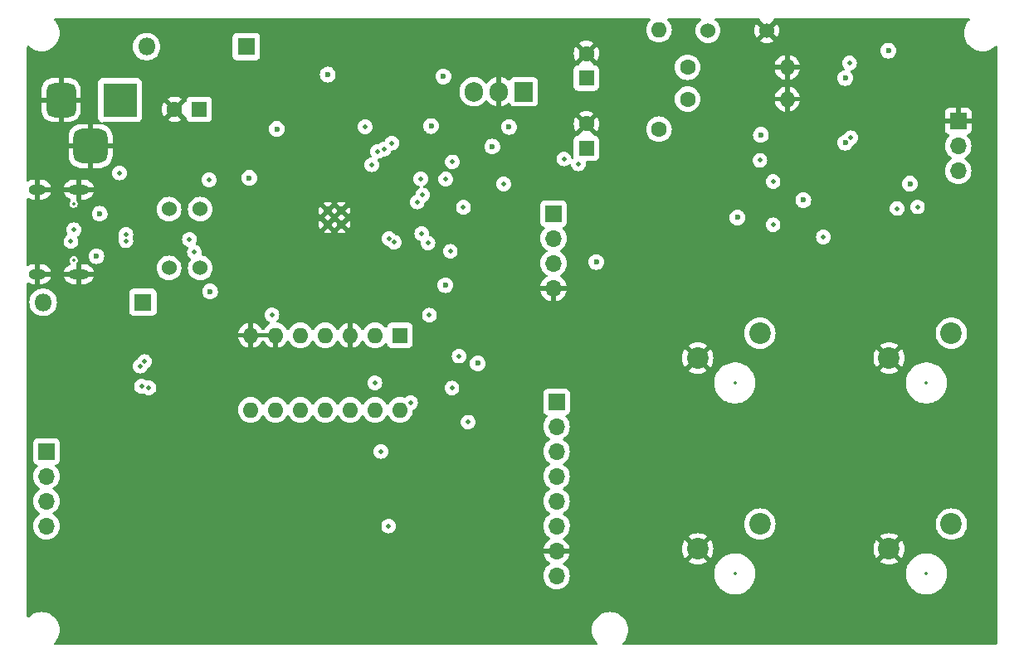
<source format=gbr>
%TF.GenerationSoftware,KiCad,Pcbnew,8.0.8*%
%TF.CreationDate,2025-02-13T18:12:52+13:00*%
%TF.ProjectId,Intelliwatch-Mk-II,496e7465-6c6c-4697-9761-7463682d4d6b,1.?*%
%TF.SameCoordinates,Original*%
%TF.FileFunction,Copper,L3,Inr*%
%TF.FilePolarity,Positive*%
%FSLAX46Y46*%
G04 Gerber Fmt 4.6, Leading zero omitted, Abs format (unit mm)*
G04 Created by KiCad (PCBNEW 8.0.8) date 2025-02-13 18:12:52*
%MOMM*%
%LPD*%
G01*
G04 APERTURE LIST*
G04 Aperture macros list*
%AMRoundRect*
0 Rectangle with rounded corners*
0 $1 Rounding radius*
0 $2 $3 $4 $5 $6 $7 $8 $9 X,Y pos of 4 corners*
0 Add a 4 corners polygon primitive as box body*
4,1,4,$2,$3,$4,$5,$6,$7,$8,$9,$2,$3,0*
0 Add four circle primitives for the rounded corners*
1,1,$1+$1,$2,$3*
1,1,$1+$1,$4,$5*
1,1,$1+$1,$6,$7*
1,1,$1+$1,$8,$9*
0 Add four rect primitives between the rounded corners*
20,1,$1+$1,$2,$3,$4,$5,0*
20,1,$1+$1,$4,$5,$6,$7,0*
20,1,$1+$1,$6,$7,$8,$9,0*
20,1,$1+$1,$8,$9,$2,$3,0*%
G04 Aperture macros list end*
%TA.AperFunction,ComponentPad*%
%ADD10R,1.700000X1.700000*%
%TD*%
%TA.AperFunction,ComponentPad*%
%ADD11O,1.700000X1.700000*%
%TD*%
%TA.AperFunction,ComponentPad*%
%ADD12C,2.200000*%
%TD*%
%TA.AperFunction,ComponentPad*%
%ADD13R,1.600000X1.600000*%
%TD*%
%TA.AperFunction,ComponentPad*%
%ADD14C,1.600000*%
%TD*%
%TA.AperFunction,ComponentPad*%
%ADD15R,1.905000X2.000000*%
%TD*%
%TA.AperFunction,ComponentPad*%
%ADD16O,1.905000X2.000000*%
%TD*%
%TA.AperFunction,ComponentPad*%
%ADD17R,1.800000X1.800000*%
%TD*%
%TA.AperFunction,ComponentPad*%
%ADD18O,1.800000X1.800000*%
%TD*%
%TA.AperFunction,ComponentPad*%
%ADD19O,1.600000X1.600000*%
%TD*%
%TA.AperFunction,ComponentPad*%
%ADD20C,1.524000*%
%TD*%
%TA.AperFunction,HeatsinkPad*%
%ADD21O,2.100000X1.000000*%
%TD*%
%TA.AperFunction,HeatsinkPad*%
%ADD22O,1.800000X1.000000*%
%TD*%
%TA.AperFunction,ComponentPad*%
%ADD23R,3.500000X3.500000*%
%TD*%
%TA.AperFunction,ComponentPad*%
%ADD24RoundRect,0.750000X-0.750000X-1.000000X0.750000X-1.000000X0.750000X1.000000X-0.750000X1.000000X0*%
%TD*%
%TA.AperFunction,ComponentPad*%
%ADD25RoundRect,0.875000X-0.875000X-0.875000X0.875000X-0.875000X0.875000X0.875000X-0.875000X0.875000X0*%
%TD*%
%TA.AperFunction,ComponentPad*%
%ADD26C,0.800000*%
%TD*%
%TA.AperFunction,ViaPad*%
%ADD27C,0.600000*%
%TD*%
%TA.AperFunction,ViaPad*%
%ADD28C,0.500000*%
%TD*%
%ADD29C,0.300000*%
%ADD30C,0.350000*%
%ADD31O,1.700000X0.600000*%
%ADD32O,1.400000X0.600000*%
%ADD33O,1.000000X3.000000*%
%ADD34O,3.000000X1.000000*%
G04 APERTURE END LIST*
D10*
%TO.N,I2C_SCL*%
%TO.C,J6*%
X125250000Y-63550000D03*
D11*
%TO.N,I2C_SDA*%
X125250000Y-66090000D03*
%TO.N,+5V*%
X125250000Y-68630000D03*
%TO.N,GND*%
X125250000Y-71170000D03*
%TD*%
D12*
%TO.N,KEYSW_3*%
%TO.C,SW6*%
X146290000Y-95270000D03*
%TO.N,GND*%
X139940000Y-97810000D03*
%TD*%
D13*
%TO.N,+3V3*%
%TO.C,C11*%
X128600000Y-49700000D03*
D14*
%TO.N,GND*%
X128600000Y-47200000D03*
%TD*%
D15*
%TO.N,+BATT*%
%TO.C,U3*%
X122200000Y-51100000D03*
D16*
%TO.N,GND*%
X119660000Y-51100000D03*
%TO.N,+5V*%
X117120000Y-51100000D03*
%TD*%
D12*
%TO.N,KEYSW_2*%
%TO.C,SW5*%
X165830000Y-75770000D03*
%TO.N,GND*%
X159480000Y-78310000D03*
%TD*%
D17*
%TO.N,+BATT*%
%TO.C,D4*%
X93880000Y-46500000D03*
D18*
%TO.N,Net-(D4-A)*%
X83720000Y-46500000D03*
%TD*%
D10*
%TO.N,GND*%
%TO.C,J4*%
X166525000Y-54100000D03*
D11*
%TO.N,Net-(J4-MODE)*%
X166525000Y-56640000D03*
%TO.N,+5V*%
X166525000Y-59180000D03*
%TD*%
D12*
%TO.N,KEYSW_4*%
%TO.C,SW7*%
X165830000Y-95270000D03*
%TO.N,GND*%
X159480000Y-97810000D03*
%TD*%
D13*
%TO.N,+5V*%
%TO.C,C6*%
X128600000Y-56882400D03*
D14*
%TO.N,GND*%
X128600000Y-54382400D03*
%TD*%
D17*
%TO.N,+5V*%
%TO.C,D7*%
X83330000Y-72600000D03*
D18*
%TO.N,Net-(D5-K)*%
X73170000Y-72600000D03*
%TD*%
D13*
%TO.N,Net-(U1-Pad1)*%
%TO.C,U1*%
X109580000Y-75980000D03*
D19*
%TO.N,RTS*%
X107040000Y-75980000D03*
%TO.N,GND*%
X104500000Y-75980000D03*
%TO.N,Net-(U1-Pad12)*%
X101960000Y-75980000D03*
%TO.N,DTR*%
X99420000Y-75980000D03*
%TO.N,GND*%
X96880000Y-75980000D03*
X94340000Y-75980000D03*
%TO.N,Net-(U1-Pad1)*%
X94340000Y-83600000D03*
%TO.N,DTR*%
X96880000Y-83600000D03*
%TO.N,Net-(U1-Pad10)*%
X99420000Y-83600000D03*
%TO.N,RTS*%
X101960000Y-83600000D03*
%TO.N,Net-(U1-Pad12)*%
X104500000Y-83600000D03*
%TO.N,Net-(U1-Pad13)*%
X107040000Y-83600000D03*
%TO.N,+3V3*%
X109580000Y-83600000D03*
%TD*%
D20*
%TO.N,+3V3*%
%TO.C,SW3*%
X89200000Y-63100000D03*
%TO.N,Net-(J5-LED)*%
X89200000Y-69100000D03*
%TD*%
D21*
%TO.N,GND*%
%TO.C,J3*%
X76800000Y-61100000D03*
D22*
X72600000Y-61100000D03*
D21*
X76800000Y-69740000D03*
D22*
X72600000Y-69740000D03*
%TD*%
D10*
%TO.N,Net-(J5-LED)*%
%TO.C,J5*%
X125550000Y-82775000D03*
D11*
%TO.N,VSPI_SCL*%
X125550000Y-85315000D03*
%TO.N,VSPI_MOSI*%
X125550000Y-87855000D03*
%TO.N,TFT_A0_DC*%
X125550000Y-90395000D03*
%TO.N,+3V3*%
X125550000Y-92935000D03*
%TO.N,CS_LCD*%
X125550000Y-95475000D03*
%TO.N,GND*%
X125550000Y-98015000D03*
%TO.N,+3V3*%
X125550000Y-100555000D03*
D10*
%TO.N,VSPI_SCL*%
X73500000Y-87850000D03*
D11*
%TO.N,VSPI_MISO*%
X73500000Y-90390000D03*
%TO.N,VSPI_MOSI*%
X73500000Y-92930000D03*
%TO.N,CS_SD*%
X73500000Y-95470000D03*
%TD*%
D14*
%TO.N,Net-(D3-K)*%
%TO.C,R1*%
X136000000Y-54930000D03*
D19*
%TO.N,Net-(J1-Pin_1)*%
X136000000Y-44770000D03*
%TD*%
D23*
%TO.N,Net-(D1-K)*%
%TO.C,J2*%
X81000000Y-51942500D03*
D24*
%TO.N,GND*%
X75000000Y-51942500D03*
D25*
X78000000Y-56642500D03*
%TD*%
D20*
%TO.N,Net-(J1-Pin_1)*%
%TO.C,J1*%
X141000000Y-44850000D03*
%TO.N,GND*%
X147000000Y-44850000D03*
%TD*%
D13*
%TO.N,+BATT*%
%TO.C,C1*%
X89082400Y-52900000D03*
D14*
%TO.N,GND*%
X86582400Y-52900000D03*
%TD*%
D12*
%TO.N,KEYSW_1*%
%TO.C,SW4*%
X146290000Y-75770000D03*
%TO.N,GND*%
X139940000Y-78310000D03*
%TD*%
D26*
%TO.N,GND*%
%TO.C,U9*%
X103600000Y-64650000D03*
X103600000Y-63250000D03*
X102200000Y-64650000D03*
X102200000Y-63250000D03*
%TD*%
D14*
%TO.N,Net-(D3-K)*%
%TO.C,R2*%
X138920000Y-48600000D03*
D19*
%TO.N,GND*%
X149080000Y-48600000D03*
%TD*%
D14*
%TO.N,Net-(D3-K)*%
%TO.C,R3*%
X138920000Y-51850000D03*
D19*
%TO.N,GND*%
X149080000Y-51850000D03*
%TD*%
D20*
%TO.N,Net-(D1-K)*%
%TO.C,SW1*%
X86000000Y-63100000D03*
%TO.N,Net-(D4-A)*%
X86000000Y-69100000D03*
%TD*%
D27*
%TO.N,+BATT*%
X102200000Y-49350000D03*
X120700000Y-54700000D03*
X112750000Y-54600000D03*
%TO.N,GND*%
X96100000Y-50800000D03*
X81800000Y-61600000D03*
X158300000Y-57000000D03*
X87800000Y-58000000D03*
X115200000Y-72300000D03*
X157400000Y-49100000D03*
X108800000Y-71300000D03*
X121550000Y-58250000D03*
X111750000Y-82100000D03*
X113700000Y-64100000D03*
X78050000Y-81800000D03*
X111375000Y-52475000D03*
%TO.N,+5V*%
X119000000Y-56700000D03*
%TO.N,+3V3*%
X146400000Y-55500000D03*
X94200000Y-59900000D03*
X159400000Y-46900000D03*
X155000000Y-49700000D03*
X129600000Y-68500000D03*
X150725000Y-62175000D03*
X155000000Y-56300000D03*
X117500000Y-78850000D03*
X114000000Y-49550000D03*
X161600000Y-60500000D03*
X97000000Y-54900000D03*
X144000000Y-63950000D03*
X114200000Y-70862000D03*
D28*
%TO.N,/D+*%
X76300000Y-65200000D03*
X81604500Y-66325000D03*
X76000000Y-66400000D03*
X83070190Y-79129810D03*
D27*
%TO.N,Net-(D5-K)*%
X78937400Y-63562600D03*
X78600000Y-67900000D03*
D28*
%TO.N,/D-*%
X83529810Y-78670190D03*
X81604500Y-65675000D03*
%TO.N,Net-(D8-A)*%
X162367700Y-62857300D03*
X160295900Y-63025000D03*
%TO.N,KEYSW_1*%
X146290000Y-58111400D03*
X110655200Y-82843500D03*
X108994600Y-66484400D03*
%TO.N,KEYSW_3*%
X147633000Y-64694300D03*
X147633000Y-60287100D03*
%TO.N,KEYSW_4*%
X107274700Y-57201800D03*
X152774000Y-65939200D03*
X116047200Y-62898000D03*
%TO.N,CS_SD*%
X108422900Y-95470000D03*
X107954000Y-56952800D03*
%TO.N,VSPI_MOSI*%
X106030900Y-54670700D03*
X107621400Y-87855000D03*
D27*
%TO.N,Net-(J5-LED)*%
X90200000Y-71500000D03*
D28*
%TO.N,VSPI_SCL*%
X114918900Y-58277500D03*
X116525300Y-84861700D03*
%TO.N,TFT_A0_DC*%
X120141700Y-60510100D03*
%TO.N,VSPI_MISO*%
X80954500Y-59393400D03*
%TO.N,CS_LCD*%
X111311200Y-62370000D03*
%TO.N,I2C_SDA*%
X127779900Y-58461100D03*
X155432800Y-48176200D03*
X111686300Y-59990400D03*
X108440800Y-66096700D03*
X155576700Y-55805600D03*
%TO.N,I2C_SCL*%
X126293800Y-57959100D03*
%TO.N,FL_MODE*%
X114242700Y-60033400D03*
X106698600Y-58560000D03*
%TO.N,IO0*%
X112419900Y-66575000D03*
X108754900Y-56345100D03*
%TO.N,1{slash}3 BATT_VREF*%
X111886200Y-61647500D03*
X111790500Y-65575700D03*
%TO.N,RX_USB*%
X83200000Y-81200000D03*
X88100000Y-66200000D03*
%TO.N,TX_USB*%
X88600000Y-67500000D03*
X83958474Y-81341526D03*
%TO.N,Net-(R6-Pad2)*%
X115600000Y-78100000D03*
X114700000Y-67400000D03*
%TO.N,Net-(R7-Pad1)*%
X96500000Y-73900000D03*
X90100000Y-60100000D03*
X114869999Y-81374344D03*
X112575000Y-73925000D03*
%TO.N,Net-(U1-Pad13)*%
X107000000Y-80850000D03*
%TD*%
%TA.AperFunction,Conductor*%
%TO.N,GND*%
G36*
X96559920Y-75734394D02*
G01*
X96507259Y-75825606D01*
X96480000Y-75927339D01*
X96480000Y-76032661D01*
X96507259Y-76134394D01*
X96559920Y-76225606D01*
X96564314Y-76230000D01*
X94655686Y-76230000D01*
X94660080Y-76225606D01*
X94712741Y-76134394D01*
X94740000Y-76032661D01*
X94740000Y-75927339D01*
X94712741Y-75825606D01*
X94660080Y-75734394D01*
X94655686Y-75730000D01*
X96564314Y-75730000D01*
X96559920Y-75734394D01*
G37*
%TD.AperFunction*%
%TA.AperFunction,Conductor*%
G36*
X135097990Y-43620185D02*
G01*
X135143745Y-43672989D01*
X135153689Y-43742147D01*
X135124664Y-43805703D01*
X135118632Y-43812181D01*
X134999954Y-43930858D01*
X134869432Y-44117265D01*
X134869431Y-44117267D01*
X134773261Y-44323502D01*
X134773258Y-44323511D01*
X134714366Y-44543302D01*
X134714364Y-44543313D01*
X134694532Y-44769998D01*
X134694532Y-44770001D01*
X134714364Y-44996686D01*
X134714366Y-44996697D01*
X134773258Y-45216488D01*
X134773261Y-45216497D01*
X134869431Y-45422732D01*
X134869432Y-45422734D01*
X134999954Y-45609141D01*
X135160858Y-45770045D01*
X135160861Y-45770047D01*
X135347266Y-45900568D01*
X135553504Y-45996739D01*
X135773308Y-46055635D01*
X135935230Y-46069801D01*
X135999998Y-46075468D01*
X136000000Y-46075468D01*
X136000002Y-46075468D01*
X136064065Y-46069863D01*
X136226692Y-46055635D01*
X136446496Y-45996739D01*
X136652734Y-45900568D01*
X136839139Y-45770047D01*
X137000047Y-45609139D01*
X137130568Y-45422734D01*
X137226739Y-45216496D01*
X137285635Y-44996692D01*
X137305468Y-44770000D01*
X137285635Y-44543308D01*
X137228295Y-44329311D01*
X137226741Y-44323511D01*
X137226738Y-44323502D01*
X137176766Y-44216338D01*
X137130568Y-44117266D01*
X137000047Y-43930861D01*
X137000045Y-43930858D01*
X136881368Y-43812181D01*
X136847883Y-43750858D01*
X136852867Y-43681166D01*
X136894739Y-43625233D01*
X136960203Y-43600816D01*
X136969049Y-43600500D01*
X140190091Y-43600500D01*
X140257130Y-43620185D01*
X140302885Y-43672989D01*
X140312829Y-43742147D01*
X140283804Y-43805703D01*
X140261214Y-43826075D01*
X140185377Y-43879175D01*
X140029175Y-44035377D01*
X139902466Y-44216338D01*
X139902465Y-44216340D01*
X139809107Y-44416548D01*
X139809104Y-44416554D01*
X139751930Y-44629929D01*
X139751929Y-44629937D01*
X139732677Y-44849997D01*
X139732677Y-44850002D01*
X139751929Y-45070062D01*
X139751930Y-45070070D01*
X139809104Y-45283445D01*
X139809105Y-45283447D01*
X139809106Y-45283450D01*
X139843715Y-45357669D01*
X139902466Y-45483662D01*
X139902468Y-45483666D01*
X140029170Y-45664615D01*
X140029175Y-45664621D01*
X140185378Y-45820824D01*
X140185384Y-45820829D01*
X140366333Y-45947531D01*
X140366335Y-45947532D01*
X140366338Y-45947534D01*
X140566550Y-46040894D01*
X140779932Y-46098070D01*
X140937123Y-46111822D01*
X140999998Y-46117323D01*
X141000000Y-46117323D01*
X141000002Y-46117323D01*
X141055017Y-46112509D01*
X141220068Y-46098070D01*
X141433450Y-46040894D01*
X141633662Y-45947534D01*
X141814620Y-45820826D01*
X141970826Y-45664620D01*
X142097534Y-45483662D01*
X142190894Y-45283450D01*
X142248070Y-45070068D01*
X142267323Y-44850000D01*
X142248070Y-44629932D01*
X142190894Y-44416550D01*
X142097534Y-44216339D01*
X141970826Y-44035380D01*
X141814620Y-43879174D01*
X141814616Y-43879171D01*
X141814615Y-43879170D01*
X141738787Y-43826075D01*
X141695162Y-43771498D01*
X141687968Y-43702000D01*
X141719491Y-43639645D01*
X141779721Y-43604231D01*
X141809910Y-43600500D01*
X146190960Y-43600500D01*
X146257999Y-43620185D01*
X146303754Y-43672989D01*
X146313698Y-43742147D01*
X146305066Y-43761046D01*
X146301810Y-43798257D01*
X146972554Y-44469000D01*
X146949840Y-44469000D01*
X146852939Y-44494964D01*
X146766060Y-44545124D01*
X146695124Y-44616060D01*
X146644964Y-44702939D01*
X146619000Y-44799840D01*
X146619000Y-44822553D01*
X145948258Y-44151811D01*
X145902901Y-44216590D01*
X145809579Y-44416720D01*
X145809575Y-44416729D01*
X145752426Y-44630013D01*
X145752424Y-44630023D01*
X145733179Y-44849999D01*
X145733179Y-44850000D01*
X145752424Y-45069976D01*
X145752426Y-45069986D01*
X145809575Y-45283270D01*
X145809580Y-45283284D01*
X145902898Y-45483405D01*
X145902901Y-45483411D01*
X145948258Y-45548187D01*
X145948258Y-45548188D01*
X146619000Y-44877446D01*
X146619000Y-44900160D01*
X146644964Y-44997061D01*
X146695124Y-45083940D01*
X146766060Y-45154876D01*
X146852939Y-45205036D01*
X146949840Y-45231000D01*
X146972553Y-45231000D01*
X146301810Y-45901740D01*
X146366590Y-45947099D01*
X146366592Y-45947100D01*
X146566715Y-46040419D01*
X146566729Y-46040424D01*
X146780013Y-46097573D01*
X146780023Y-46097575D01*
X146999999Y-46116821D01*
X147000001Y-46116821D01*
X147219976Y-46097575D01*
X147219986Y-46097573D01*
X147433270Y-46040424D01*
X147433284Y-46040419D01*
X147633407Y-45947100D01*
X147633417Y-45947094D01*
X147698188Y-45901741D01*
X147027448Y-45231000D01*
X147050160Y-45231000D01*
X147147061Y-45205036D01*
X147233940Y-45154876D01*
X147304876Y-45083940D01*
X147355036Y-44997061D01*
X147381000Y-44900160D01*
X147381000Y-44877447D01*
X148051741Y-45548188D01*
X148097094Y-45483417D01*
X148097100Y-45483407D01*
X148190419Y-45283284D01*
X148190424Y-45283270D01*
X148247573Y-45069986D01*
X148247575Y-45069976D01*
X148266821Y-44850000D01*
X148266821Y-44849999D01*
X148247575Y-44630023D01*
X148247573Y-44630013D01*
X148190424Y-44416729D01*
X148190420Y-44416720D01*
X148097096Y-44216586D01*
X148051741Y-44151811D01*
X148051740Y-44151810D01*
X147381000Y-44822551D01*
X147381000Y-44799840D01*
X147355036Y-44702939D01*
X147304876Y-44616060D01*
X147233940Y-44545124D01*
X147147061Y-44494964D01*
X147050160Y-44469000D01*
X147027447Y-44469000D01*
X147698188Y-43798258D01*
X147696038Y-43773686D01*
X147694290Y-43771500D01*
X147687096Y-43702002D01*
X147718618Y-43639646D01*
X147778847Y-43604232D01*
X147809038Y-43600500D01*
X167583135Y-43600500D01*
X167650174Y-43620185D01*
X167695929Y-43672989D01*
X167705873Y-43742147D01*
X167676848Y-43805703D01*
X167670816Y-43812181D01*
X167597922Y-43885074D01*
X167597906Y-43885092D01*
X167439285Y-44096986D01*
X167439280Y-44096994D01*
X167312428Y-44329305D01*
X167312426Y-44329309D01*
X167219921Y-44577326D01*
X167163658Y-44835965D01*
X167163657Y-44835972D01*
X167144773Y-45099998D01*
X167144773Y-45100001D01*
X167163657Y-45364027D01*
X167163658Y-45364034D01*
X167219921Y-45622673D01*
X167312426Y-45870690D01*
X167312428Y-45870694D01*
X167439280Y-46103005D01*
X167439285Y-46103013D01*
X167597906Y-46314907D01*
X167597922Y-46314925D01*
X167785074Y-46502077D01*
X167785092Y-46502093D01*
X167996986Y-46660714D01*
X167996994Y-46660719D01*
X168229305Y-46787571D01*
X168229309Y-46787573D01*
X168229311Y-46787574D01*
X168477322Y-46880077D01*
X168477325Y-46880077D01*
X168477326Y-46880078D01*
X168568907Y-46900000D01*
X168735974Y-46936343D01*
X168979660Y-46953772D01*
X168999999Y-46955227D01*
X169000000Y-46955227D01*
X169000001Y-46955227D01*
X169018885Y-46953876D01*
X169264026Y-46936343D01*
X169522678Y-46880077D01*
X169770689Y-46787574D01*
X170003011Y-46660716D01*
X170214915Y-46502087D01*
X170242476Y-46474526D01*
X170287819Y-46429184D01*
X170349142Y-46395699D01*
X170418834Y-46400683D01*
X170474767Y-46442555D01*
X170499184Y-46508019D01*
X170499500Y-46516865D01*
X170499500Y-107475500D01*
X170479815Y-107542539D01*
X170427011Y-107588294D01*
X170375500Y-107599500D01*
X132416865Y-107599500D01*
X132349826Y-107579815D01*
X132304071Y-107527011D01*
X132294127Y-107457853D01*
X132323152Y-107394297D01*
X132329184Y-107387819D01*
X132402077Y-107314925D01*
X132402087Y-107314915D01*
X132560716Y-107103011D01*
X132687574Y-106870689D01*
X132780077Y-106622678D01*
X132836343Y-106364026D01*
X132855227Y-106100000D01*
X132836343Y-105835974D01*
X132780077Y-105577322D01*
X132687574Y-105329311D01*
X132560716Y-105096989D01*
X132560714Y-105096986D01*
X132402093Y-104885092D01*
X132402077Y-104885074D01*
X132214925Y-104697922D01*
X132214907Y-104697906D01*
X132003013Y-104539285D01*
X132003005Y-104539280D01*
X131770694Y-104412428D01*
X131770690Y-104412426D01*
X131522673Y-104319921D01*
X131264034Y-104263658D01*
X131264027Y-104263657D01*
X131000001Y-104244773D01*
X130999999Y-104244773D01*
X130735972Y-104263657D01*
X130735965Y-104263658D01*
X130477326Y-104319921D01*
X130229309Y-104412426D01*
X130229305Y-104412428D01*
X129996994Y-104539280D01*
X129996986Y-104539285D01*
X129785092Y-104697906D01*
X129785074Y-104697922D01*
X129597922Y-104885074D01*
X129597906Y-104885092D01*
X129439285Y-105096986D01*
X129439280Y-105096994D01*
X129312428Y-105329305D01*
X129312426Y-105329309D01*
X129219921Y-105577326D01*
X129163658Y-105835965D01*
X129163657Y-105835972D01*
X129144773Y-106099998D01*
X129144773Y-106100001D01*
X129163657Y-106364027D01*
X129163658Y-106364034D01*
X129219921Y-106622673D01*
X129312426Y-106870690D01*
X129312428Y-106870694D01*
X129439280Y-107103005D01*
X129439285Y-107103013D01*
X129597906Y-107314907D01*
X129597922Y-107314925D01*
X129670816Y-107387819D01*
X129704301Y-107449142D01*
X129699317Y-107518834D01*
X129657445Y-107574767D01*
X129591981Y-107599184D01*
X129583135Y-107599500D01*
X74416865Y-107599500D01*
X74349826Y-107579815D01*
X74304071Y-107527011D01*
X74294127Y-107457853D01*
X74323152Y-107394297D01*
X74329184Y-107387819D01*
X74402077Y-107314925D01*
X74402087Y-107314915D01*
X74560716Y-107103011D01*
X74687574Y-106870689D01*
X74780077Y-106622678D01*
X74836343Y-106364026D01*
X74855227Y-106100000D01*
X74836343Y-105835974D01*
X74780077Y-105577322D01*
X74687574Y-105329311D01*
X74560716Y-105096989D01*
X74560714Y-105096986D01*
X74402093Y-104885092D01*
X74402077Y-104885074D01*
X74214925Y-104697922D01*
X74214907Y-104697906D01*
X74003013Y-104539285D01*
X74003005Y-104539280D01*
X73770694Y-104412428D01*
X73770690Y-104412426D01*
X73522673Y-104319921D01*
X73264034Y-104263658D01*
X73264027Y-104263657D01*
X73000001Y-104244773D01*
X72999999Y-104244773D01*
X72735972Y-104263657D01*
X72735965Y-104263658D01*
X72477326Y-104319921D01*
X72229309Y-104412426D01*
X72229305Y-104412428D01*
X71996994Y-104539280D01*
X71996986Y-104539285D01*
X71785092Y-104697906D01*
X71785074Y-104697922D01*
X71712181Y-104770816D01*
X71650858Y-104804301D01*
X71581166Y-104799317D01*
X71525233Y-104757445D01*
X71500816Y-104691981D01*
X71500500Y-104683135D01*
X71500500Y-90389999D01*
X72144341Y-90389999D01*
X72144341Y-90390000D01*
X72164936Y-90625403D01*
X72164938Y-90625413D01*
X72226094Y-90853655D01*
X72226096Y-90853659D01*
X72226097Y-90853663D01*
X72325965Y-91067830D01*
X72325967Y-91067834D01*
X72461501Y-91261395D01*
X72461506Y-91261402D01*
X72628597Y-91428493D01*
X72628603Y-91428498D01*
X72814158Y-91558425D01*
X72857783Y-91613002D01*
X72864977Y-91682500D01*
X72833454Y-91744855D01*
X72814158Y-91761575D01*
X72628597Y-91891505D01*
X72461505Y-92058597D01*
X72325965Y-92252169D01*
X72325964Y-92252171D01*
X72226098Y-92466335D01*
X72226094Y-92466344D01*
X72164938Y-92694586D01*
X72164936Y-92694596D01*
X72144341Y-92929999D01*
X72144341Y-92930000D01*
X72164936Y-93165403D01*
X72164938Y-93165413D01*
X72226094Y-93393655D01*
X72226096Y-93393659D01*
X72226097Y-93393663D01*
X72325965Y-93607830D01*
X72325967Y-93607834D01*
X72461501Y-93801395D01*
X72461506Y-93801402D01*
X72628597Y-93968493D01*
X72628603Y-93968498D01*
X72814158Y-94098425D01*
X72857783Y-94153002D01*
X72864977Y-94222500D01*
X72833454Y-94284855D01*
X72814158Y-94301575D01*
X72628597Y-94431505D01*
X72461505Y-94598597D01*
X72325965Y-94792169D01*
X72325964Y-94792171D01*
X72232401Y-94992816D01*
X72229468Y-94999109D01*
X72226098Y-95006335D01*
X72226094Y-95006344D01*
X72164938Y-95234586D01*
X72164936Y-95234596D01*
X72144341Y-95469999D01*
X72144341Y-95470000D01*
X72164936Y-95705403D01*
X72164938Y-95705413D01*
X72226094Y-95933655D01*
X72226096Y-95933659D01*
X72226097Y-95933663D01*
X72325965Y-96147830D01*
X72325967Y-96147834D01*
X72372059Y-96213659D01*
X72461505Y-96341401D01*
X72628599Y-96508495D01*
X72714775Y-96568836D01*
X72822165Y-96644032D01*
X72822167Y-96644033D01*
X72822170Y-96644035D01*
X73036337Y-96743903D01*
X73264592Y-96805063D01*
X73452918Y-96821539D01*
X73499999Y-96825659D01*
X73500000Y-96825659D01*
X73500001Y-96825659D01*
X73539234Y-96822226D01*
X73735408Y-96805063D01*
X73963663Y-96743903D01*
X74177830Y-96644035D01*
X74371401Y-96508495D01*
X74538495Y-96341401D01*
X74674035Y-96147830D01*
X74773903Y-95933663D01*
X74835063Y-95705408D01*
X74855659Y-95470000D01*
X74855659Y-95469997D01*
X107667651Y-95469997D01*
X107667651Y-95470002D01*
X107686585Y-95638056D01*
X107742445Y-95797694D01*
X107742447Y-95797697D01*
X107832418Y-95940884D01*
X107832423Y-95940890D01*
X107952009Y-96060476D01*
X107952015Y-96060481D01*
X108095202Y-96150452D01*
X108095205Y-96150454D01*
X108095209Y-96150455D01*
X108095210Y-96150456D01*
X108167813Y-96175860D01*
X108254843Y-96206314D01*
X108422897Y-96225249D01*
X108422900Y-96225249D01*
X108422903Y-96225249D01*
X108590956Y-96206314D01*
X108594563Y-96205052D01*
X108750590Y-96150456D01*
X108750592Y-96150454D01*
X108750594Y-96150454D01*
X108750597Y-96150452D01*
X108893784Y-96060481D01*
X108893785Y-96060480D01*
X108893790Y-96060477D01*
X109013377Y-95940890D01*
X109014776Y-95938664D01*
X109103352Y-95797697D01*
X109103354Y-95797694D01*
X109103354Y-95797692D01*
X109103356Y-95797690D01*
X109159213Y-95638059D01*
X109159213Y-95638058D01*
X109159214Y-95638056D01*
X109178149Y-95470002D01*
X109178149Y-95469997D01*
X109159214Y-95301943D01*
X109103354Y-95142305D01*
X109103352Y-95142302D01*
X109013381Y-94999115D01*
X109013376Y-94999109D01*
X108893790Y-94879523D01*
X108893784Y-94879518D01*
X108750597Y-94789547D01*
X108750594Y-94789545D01*
X108590956Y-94733685D01*
X108422903Y-94714751D01*
X108422897Y-94714751D01*
X108254843Y-94733685D01*
X108095205Y-94789545D01*
X108095202Y-94789547D01*
X107952015Y-94879518D01*
X107952009Y-94879523D01*
X107832423Y-94999109D01*
X107832418Y-94999115D01*
X107742447Y-95142302D01*
X107742445Y-95142305D01*
X107686585Y-95301943D01*
X107667651Y-95469997D01*
X74855659Y-95469997D01*
X74835063Y-95234592D01*
X74773903Y-95006337D01*
X74674035Y-94792171D01*
X74672197Y-94789545D01*
X74538494Y-94598597D01*
X74371402Y-94431506D01*
X74371396Y-94431501D01*
X74185842Y-94301575D01*
X74142217Y-94246998D01*
X74135023Y-94177500D01*
X74166546Y-94115145D01*
X74185842Y-94098425D01*
X74208026Y-94082891D01*
X74371401Y-93968495D01*
X74538495Y-93801401D01*
X74674035Y-93607830D01*
X74773903Y-93393663D01*
X74835063Y-93165408D01*
X74855659Y-92930000D01*
X74835063Y-92694592D01*
X74773903Y-92466337D01*
X74674035Y-92252171D01*
X74538495Y-92058599D01*
X74538494Y-92058597D01*
X74371402Y-91891506D01*
X74371396Y-91891501D01*
X74185842Y-91761575D01*
X74142217Y-91706998D01*
X74135023Y-91637500D01*
X74166546Y-91575145D01*
X74185842Y-91558425D01*
X74208026Y-91542891D01*
X74371401Y-91428495D01*
X74538495Y-91261401D01*
X74674035Y-91067830D01*
X74773903Y-90853663D01*
X74835063Y-90625408D01*
X74855659Y-90390000D01*
X74835063Y-90154592D01*
X74773903Y-89926337D01*
X74674035Y-89712171D01*
X74538495Y-89518599D01*
X74416567Y-89396671D01*
X74383084Y-89335351D01*
X74388068Y-89265659D01*
X74429939Y-89209725D01*
X74460915Y-89192810D01*
X74592331Y-89143796D01*
X74707546Y-89057546D01*
X74793796Y-88942331D01*
X74844091Y-88807483D01*
X74850500Y-88747873D01*
X74850500Y-87854997D01*
X106866151Y-87854997D01*
X106866151Y-87855002D01*
X106885085Y-88023056D01*
X106940945Y-88182694D01*
X106940947Y-88182697D01*
X107030918Y-88325884D01*
X107030923Y-88325890D01*
X107150509Y-88445476D01*
X107150515Y-88445481D01*
X107293702Y-88535452D01*
X107293705Y-88535454D01*
X107293709Y-88535455D01*
X107293710Y-88535456D01*
X107366313Y-88560860D01*
X107453343Y-88591314D01*
X107621397Y-88610249D01*
X107621400Y-88610249D01*
X107621403Y-88610249D01*
X107789456Y-88591314D01*
X107789459Y-88591313D01*
X107949090Y-88535456D01*
X107949092Y-88535454D01*
X107949094Y-88535454D01*
X107949097Y-88535452D01*
X108092284Y-88445481D01*
X108092285Y-88445480D01*
X108092290Y-88445477D01*
X108211877Y-88325890D01*
X108211881Y-88325884D01*
X108301852Y-88182697D01*
X108301854Y-88182694D01*
X108301854Y-88182692D01*
X108301856Y-88182690D01*
X108357713Y-88023059D01*
X108357713Y-88023058D01*
X108357714Y-88023056D01*
X108376649Y-87855002D01*
X108376649Y-87854997D01*
X108357714Y-87686943D01*
X108301854Y-87527305D01*
X108301852Y-87527302D01*
X108211881Y-87384115D01*
X108211876Y-87384109D01*
X108092290Y-87264523D01*
X108092284Y-87264518D01*
X107949097Y-87174547D01*
X107949094Y-87174545D01*
X107789456Y-87118685D01*
X107621403Y-87099751D01*
X107621397Y-87099751D01*
X107453343Y-87118685D01*
X107293705Y-87174545D01*
X107293702Y-87174547D01*
X107150515Y-87264518D01*
X107150509Y-87264523D01*
X107030923Y-87384109D01*
X107030918Y-87384115D01*
X106940947Y-87527302D01*
X106940945Y-87527305D01*
X106885085Y-87686943D01*
X106866151Y-87854997D01*
X74850500Y-87854997D01*
X74850499Y-86952128D01*
X74844091Y-86892517D01*
X74815740Y-86816505D01*
X74793797Y-86757671D01*
X74793793Y-86757664D01*
X74707547Y-86642455D01*
X74707544Y-86642452D01*
X74592335Y-86556206D01*
X74592328Y-86556202D01*
X74457482Y-86505908D01*
X74457483Y-86505908D01*
X74397883Y-86499501D01*
X74397881Y-86499500D01*
X74397873Y-86499500D01*
X74397864Y-86499500D01*
X72602129Y-86499500D01*
X72602123Y-86499501D01*
X72542516Y-86505908D01*
X72407671Y-86556202D01*
X72407664Y-86556206D01*
X72292455Y-86642452D01*
X72292452Y-86642455D01*
X72206206Y-86757664D01*
X72206202Y-86757671D01*
X72155908Y-86892517D01*
X72149501Y-86952116D01*
X72149501Y-86952123D01*
X72149500Y-86952135D01*
X72149500Y-88747870D01*
X72149501Y-88747876D01*
X72155908Y-88807483D01*
X72206202Y-88942328D01*
X72206206Y-88942335D01*
X72292452Y-89057544D01*
X72292455Y-89057547D01*
X72407664Y-89143793D01*
X72407671Y-89143797D01*
X72539081Y-89192810D01*
X72595015Y-89234681D01*
X72619432Y-89300145D01*
X72604580Y-89368418D01*
X72583430Y-89396673D01*
X72461503Y-89518600D01*
X72325965Y-89712169D01*
X72325964Y-89712171D01*
X72226098Y-89926335D01*
X72226094Y-89926344D01*
X72164938Y-90154586D01*
X72164936Y-90154596D01*
X72144341Y-90389999D01*
X71500500Y-90389999D01*
X71500500Y-83599998D01*
X93034532Y-83599998D01*
X93034532Y-83600001D01*
X93054364Y-83826686D01*
X93054366Y-83826697D01*
X93113258Y-84046488D01*
X93113261Y-84046497D01*
X93209431Y-84252732D01*
X93209432Y-84252734D01*
X93339954Y-84439141D01*
X93500858Y-84600045D01*
X93500861Y-84600047D01*
X93687266Y-84730568D01*
X93893504Y-84826739D01*
X94113308Y-84885635D01*
X94275230Y-84899801D01*
X94339998Y-84905468D01*
X94340000Y-84905468D01*
X94340002Y-84905468D01*
X94396673Y-84900509D01*
X94566692Y-84885635D01*
X94786496Y-84826739D01*
X94992734Y-84730568D01*
X95179139Y-84600047D01*
X95340047Y-84439139D01*
X95470568Y-84252734D01*
X95497618Y-84194724D01*
X95543790Y-84142285D01*
X95610983Y-84123133D01*
X95677865Y-84143348D01*
X95722382Y-84194725D01*
X95749429Y-84252728D01*
X95749432Y-84252734D01*
X95879954Y-84439141D01*
X96040858Y-84600045D01*
X96040861Y-84600047D01*
X96227266Y-84730568D01*
X96433504Y-84826739D01*
X96653308Y-84885635D01*
X96815230Y-84899801D01*
X96879998Y-84905468D01*
X96880000Y-84905468D01*
X96880002Y-84905468D01*
X96936673Y-84900509D01*
X97106692Y-84885635D01*
X97326496Y-84826739D01*
X97532734Y-84730568D01*
X97719139Y-84600047D01*
X97880047Y-84439139D01*
X98010568Y-84252734D01*
X98037618Y-84194724D01*
X98083790Y-84142285D01*
X98150983Y-84123133D01*
X98217865Y-84143348D01*
X98262382Y-84194725D01*
X98289429Y-84252728D01*
X98289432Y-84252734D01*
X98419954Y-84439141D01*
X98580858Y-84600045D01*
X98580861Y-84600047D01*
X98767266Y-84730568D01*
X98973504Y-84826739D01*
X99193308Y-84885635D01*
X99355230Y-84899801D01*
X99419998Y-84905468D01*
X99420000Y-84905468D01*
X99420002Y-84905468D01*
X99476673Y-84900509D01*
X99646692Y-84885635D01*
X99866496Y-84826739D01*
X100072734Y-84730568D01*
X100259139Y-84600047D01*
X100420047Y-84439139D01*
X100550568Y-84252734D01*
X100577618Y-84194724D01*
X100623790Y-84142285D01*
X100690983Y-84123133D01*
X100757865Y-84143348D01*
X100802382Y-84194725D01*
X100829429Y-84252728D01*
X100829432Y-84252734D01*
X100959954Y-84439141D01*
X101120858Y-84600045D01*
X101120861Y-84600047D01*
X101307266Y-84730568D01*
X101513504Y-84826739D01*
X101733308Y-84885635D01*
X101895230Y-84899801D01*
X101959998Y-84905468D01*
X101960000Y-84905468D01*
X101960002Y-84905468D01*
X102016673Y-84900509D01*
X102186692Y-84885635D01*
X102406496Y-84826739D01*
X102612734Y-84730568D01*
X102799139Y-84600047D01*
X102960047Y-84439139D01*
X103090568Y-84252734D01*
X103117618Y-84194724D01*
X103163790Y-84142285D01*
X103230983Y-84123133D01*
X103297865Y-84143348D01*
X103342382Y-84194725D01*
X103369429Y-84252728D01*
X103369432Y-84252734D01*
X103499954Y-84439141D01*
X103660858Y-84600045D01*
X103660861Y-84600047D01*
X103847266Y-84730568D01*
X104053504Y-84826739D01*
X104273308Y-84885635D01*
X104435230Y-84899801D01*
X104499998Y-84905468D01*
X104500000Y-84905468D01*
X104500002Y-84905468D01*
X104556673Y-84900509D01*
X104726692Y-84885635D01*
X104946496Y-84826739D01*
X105152734Y-84730568D01*
X105339139Y-84600047D01*
X105500047Y-84439139D01*
X105630568Y-84252734D01*
X105657618Y-84194724D01*
X105703790Y-84142285D01*
X105770983Y-84123133D01*
X105837865Y-84143348D01*
X105882382Y-84194725D01*
X105909429Y-84252728D01*
X105909432Y-84252734D01*
X106039954Y-84439141D01*
X106200858Y-84600045D01*
X106200861Y-84600047D01*
X106387266Y-84730568D01*
X106593504Y-84826739D01*
X106813308Y-84885635D01*
X106975230Y-84899801D01*
X107039998Y-84905468D01*
X107040000Y-84905468D01*
X107040002Y-84905468D01*
X107096673Y-84900509D01*
X107266692Y-84885635D01*
X107486496Y-84826739D01*
X107692734Y-84730568D01*
X107879139Y-84600047D01*
X108040047Y-84439139D01*
X108170568Y-84252734D01*
X108197618Y-84194724D01*
X108243790Y-84142285D01*
X108310983Y-84123133D01*
X108377865Y-84143348D01*
X108422382Y-84194725D01*
X108449429Y-84252728D01*
X108449432Y-84252734D01*
X108579954Y-84439141D01*
X108740858Y-84600045D01*
X108740861Y-84600047D01*
X108927266Y-84730568D01*
X109133504Y-84826739D01*
X109353308Y-84885635D01*
X109515230Y-84899801D01*
X109579998Y-84905468D01*
X109580000Y-84905468D01*
X109580002Y-84905468D01*
X109636673Y-84900509D01*
X109806692Y-84885635D01*
X109896030Y-84861697D01*
X115770051Y-84861697D01*
X115770051Y-84861702D01*
X115788985Y-85029756D01*
X115844845Y-85189394D01*
X115844847Y-85189397D01*
X115934818Y-85332584D01*
X115934823Y-85332590D01*
X116054409Y-85452176D01*
X116054415Y-85452181D01*
X116197602Y-85542152D01*
X116197605Y-85542154D01*
X116197609Y-85542155D01*
X116197610Y-85542156D01*
X116270213Y-85567560D01*
X116357243Y-85598014D01*
X116525297Y-85616949D01*
X116525300Y-85616949D01*
X116525303Y-85616949D01*
X116693356Y-85598014D01*
X116693359Y-85598013D01*
X116852990Y-85542156D01*
X116852992Y-85542154D01*
X116852994Y-85542154D01*
X116852997Y-85542152D01*
X116996184Y-85452181D01*
X116996185Y-85452180D01*
X116996190Y-85452177D01*
X117115777Y-85332590D01*
X117126830Y-85314999D01*
X124194341Y-85314999D01*
X124194341Y-85315000D01*
X124214936Y-85550403D01*
X124214938Y-85550413D01*
X124276094Y-85778655D01*
X124276096Y-85778659D01*
X124276097Y-85778663D01*
X124375965Y-85992830D01*
X124375967Y-85992834D01*
X124511501Y-86186395D01*
X124511506Y-86186402D01*
X124678597Y-86353493D01*
X124678603Y-86353498D01*
X124864158Y-86483425D01*
X124907783Y-86538002D01*
X124914977Y-86607500D01*
X124883454Y-86669855D01*
X124864158Y-86686575D01*
X124678597Y-86816505D01*
X124511505Y-86983597D01*
X124375965Y-87177169D01*
X124375964Y-87177171D01*
X124282401Y-87377816D01*
X124279468Y-87384109D01*
X124276098Y-87391335D01*
X124276094Y-87391344D01*
X124214938Y-87619586D01*
X124214936Y-87619596D01*
X124194341Y-87854999D01*
X124194341Y-87855000D01*
X124214936Y-88090403D01*
X124214938Y-88090413D01*
X124276094Y-88318655D01*
X124276096Y-88318659D01*
X124276097Y-88318663D01*
X124375965Y-88532830D01*
X124375967Y-88532834D01*
X124511501Y-88726395D01*
X124511506Y-88726402D01*
X124678597Y-88893493D01*
X124678603Y-88893498D01*
X124864158Y-89023425D01*
X124907783Y-89078002D01*
X124914977Y-89147500D01*
X124883454Y-89209855D01*
X124864158Y-89226575D01*
X124678597Y-89356505D01*
X124511505Y-89523597D01*
X124375965Y-89717169D01*
X124375964Y-89717171D01*
X124282401Y-89917816D01*
X124278430Y-89926335D01*
X124276098Y-89931335D01*
X124276094Y-89931344D01*
X124214938Y-90159586D01*
X124214936Y-90159596D01*
X124194341Y-90394999D01*
X124194341Y-90395000D01*
X124214936Y-90630403D01*
X124214938Y-90630413D01*
X124276094Y-90858655D01*
X124276096Y-90858659D01*
X124276097Y-90858663D01*
X124373633Y-91067830D01*
X124375965Y-91072830D01*
X124375967Y-91072834D01*
X124511501Y-91266395D01*
X124511506Y-91266402D01*
X124678597Y-91433493D01*
X124678603Y-91433498D01*
X124864158Y-91563425D01*
X124907783Y-91618002D01*
X124914977Y-91687500D01*
X124883454Y-91749855D01*
X124864158Y-91766575D01*
X124678597Y-91896505D01*
X124511505Y-92063597D01*
X124375965Y-92257169D01*
X124375964Y-92257171D01*
X124282401Y-92457816D01*
X124278430Y-92466335D01*
X124276098Y-92471335D01*
X124276094Y-92471344D01*
X124214938Y-92699586D01*
X124214936Y-92699596D01*
X124194341Y-92934999D01*
X124194341Y-92935000D01*
X124214936Y-93170403D01*
X124214938Y-93170413D01*
X124276094Y-93398655D01*
X124276096Y-93398659D01*
X124276097Y-93398663D01*
X124373633Y-93607830D01*
X124375965Y-93612830D01*
X124375967Y-93612834D01*
X124511501Y-93806395D01*
X124511506Y-93806402D01*
X124678597Y-93973493D01*
X124678603Y-93973498D01*
X124864158Y-94103425D01*
X124907783Y-94158002D01*
X124914977Y-94227500D01*
X124883454Y-94289855D01*
X124864158Y-94306575D01*
X124678597Y-94436505D01*
X124511505Y-94603597D01*
X124375965Y-94797169D01*
X124375964Y-94797171D01*
X124337563Y-94879523D01*
X124278430Y-95006335D01*
X124276098Y-95011335D01*
X124276094Y-95011344D01*
X124214938Y-95239586D01*
X124214936Y-95239596D01*
X124194341Y-95474999D01*
X124194341Y-95475000D01*
X124214936Y-95710403D01*
X124214938Y-95710413D01*
X124276094Y-95938655D01*
X124276096Y-95938659D01*
X124276097Y-95938663D01*
X124332900Y-96060477D01*
X124375965Y-96152830D01*
X124375967Y-96152834D01*
X124511501Y-96346395D01*
X124511506Y-96346402D01*
X124678597Y-96513493D01*
X124678603Y-96513498D01*
X124864594Y-96643730D01*
X124908219Y-96698307D01*
X124915413Y-96767805D01*
X124883890Y-96830160D01*
X124864595Y-96846880D01*
X124678922Y-96976890D01*
X124678920Y-96976891D01*
X124511891Y-97143920D01*
X124511886Y-97143926D01*
X124376400Y-97337420D01*
X124376399Y-97337422D01*
X124276570Y-97551507D01*
X124276567Y-97551513D01*
X124219364Y-97764999D01*
X124219364Y-97765000D01*
X125116988Y-97765000D01*
X125084075Y-97822007D01*
X125050000Y-97949174D01*
X125050000Y-98080826D01*
X125084075Y-98207993D01*
X125116988Y-98265000D01*
X124219364Y-98265000D01*
X124276567Y-98478486D01*
X124276570Y-98478492D01*
X124376399Y-98692578D01*
X124511894Y-98886082D01*
X124678917Y-99053105D01*
X124864595Y-99183119D01*
X124908219Y-99237696D01*
X124915412Y-99307195D01*
X124883890Y-99369549D01*
X124864595Y-99386269D01*
X124678594Y-99516508D01*
X124511505Y-99683597D01*
X124375965Y-99877169D01*
X124375964Y-99877171D01*
X124276098Y-100091335D01*
X124276094Y-100091344D01*
X124214938Y-100319586D01*
X124214936Y-100319596D01*
X124194341Y-100554999D01*
X124194341Y-100555000D01*
X124214936Y-100790403D01*
X124214938Y-100790413D01*
X124276094Y-101018655D01*
X124276096Y-101018659D01*
X124276097Y-101018663D01*
X124375965Y-101232830D01*
X124375967Y-101232834D01*
X124484281Y-101387521D01*
X124511505Y-101426401D01*
X124678599Y-101593495D01*
X124775384Y-101661265D01*
X124872165Y-101729032D01*
X124872167Y-101729033D01*
X124872170Y-101729035D01*
X125086337Y-101828903D01*
X125314592Y-101890063D01*
X125502918Y-101906539D01*
X125549999Y-101910659D01*
X125550000Y-101910659D01*
X125550001Y-101910659D01*
X125589234Y-101907226D01*
X125785408Y-101890063D01*
X126013663Y-101828903D01*
X126227830Y-101729035D01*
X126421401Y-101593495D01*
X126588495Y-101426401D01*
X126724035Y-101232830D01*
X126823903Y-101018663D01*
X126885063Y-100790408D01*
X126905659Y-100555000D01*
X126885063Y-100319592D01*
X126856323Y-100212332D01*
X141649500Y-100212332D01*
X141649500Y-100487667D01*
X141649501Y-100487684D01*
X141685438Y-100760655D01*
X141685439Y-100760660D01*
X141685440Y-100760666D01*
X141693411Y-100790413D01*
X141756704Y-101026630D01*
X141862075Y-101281017D01*
X141862080Y-101281028D01*
X141944861Y-101424407D01*
X141999751Y-101519479D01*
X141999753Y-101519482D01*
X141999754Y-101519483D01*
X142167370Y-101737926D01*
X142167376Y-101737933D01*
X142362066Y-101932623D01*
X142362072Y-101932628D01*
X142580521Y-102100249D01*
X142733778Y-102188732D01*
X142818971Y-102237919D01*
X142818976Y-102237921D01*
X142818979Y-102237923D01*
X143073368Y-102343295D01*
X143339334Y-102414560D01*
X143612326Y-102450500D01*
X143612333Y-102450500D01*
X143887667Y-102450500D01*
X143887674Y-102450500D01*
X144160666Y-102414560D01*
X144426632Y-102343295D01*
X144681021Y-102237923D01*
X144919479Y-102100249D01*
X145137928Y-101932628D01*
X145332628Y-101737928D01*
X145500249Y-101519479D01*
X145637923Y-101281021D01*
X145743295Y-101026632D01*
X145814560Y-100760666D01*
X145850500Y-100487674D01*
X145850500Y-100212332D01*
X161189500Y-100212332D01*
X161189500Y-100487667D01*
X161189501Y-100487684D01*
X161225438Y-100760655D01*
X161225439Y-100760660D01*
X161225440Y-100760666D01*
X161233411Y-100790413D01*
X161296704Y-101026630D01*
X161402075Y-101281017D01*
X161402080Y-101281028D01*
X161484861Y-101424407D01*
X161539751Y-101519479D01*
X161539753Y-101519482D01*
X161539754Y-101519483D01*
X161707370Y-101737926D01*
X161707376Y-101737933D01*
X161902066Y-101932623D01*
X161902072Y-101932628D01*
X162120521Y-102100249D01*
X162273778Y-102188732D01*
X162358971Y-102237919D01*
X162358976Y-102237921D01*
X162358979Y-102237923D01*
X162613368Y-102343295D01*
X162879334Y-102414560D01*
X163152326Y-102450500D01*
X163152333Y-102450500D01*
X163427667Y-102450500D01*
X163427674Y-102450500D01*
X163700666Y-102414560D01*
X163966632Y-102343295D01*
X164221021Y-102237923D01*
X164459479Y-102100249D01*
X164677928Y-101932628D01*
X164872628Y-101737928D01*
X165040249Y-101519479D01*
X165177923Y-101281021D01*
X165283295Y-101026632D01*
X165354560Y-100760666D01*
X165390500Y-100487674D01*
X165390500Y-100212326D01*
X165354560Y-99939334D01*
X165283295Y-99673368D01*
X165177923Y-99418979D01*
X165177921Y-99418976D01*
X165177919Y-99418971D01*
X165113384Y-99307195D01*
X165040249Y-99180521D01*
X164872628Y-98962072D01*
X164872623Y-98962066D01*
X164677933Y-98767376D01*
X164677926Y-98767370D01*
X164459483Y-98599754D01*
X164459482Y-98599753D01*
X164459479Y-98599751D01*
X164353616Y-98538631D01*
X164221028Y-98462080D01*
X164221017Y-98462075D01*
X163966630Y-98356704D01*
X163833649Y-98321072D01*
X163700666Y-98285440D01*
X163700660Y-98285439D01*
X163700655Y-98285438D01*
X163427684Y-98249501D01*
X163427679Y-98249500D01*
X163427674Y-98249500D01*
X163152326Y-98249500D01*
X163152320Y-98249500D01*
X163152315Y-98249501D01*
X162879344Y-98285438D01*
X162879337Y-98285439D01*
X162879334Y-98285440D01*
X162869418Y-98288097D01*
X162613369Y-98356704D01*
X162358982Y-98462075D01*
X162358971Y-98462080D01*
X162120516Y-98599754D01*
X161902073Y-98767370D01*
X161902066Y-98767376D01*
X161707376Y-98962066D01*
X161707370Y-98962073D01*
X161539754Y-99180516D01*
X161402080Y-99418971D01*
X161402075Y-99418982D01*
X161296704Y-99673369D01*
X161225441Y-99939331D01*
X161225438Y-99939344D01*
X161189501Y-100212315D01*
X161189500Y-100212332D01*
X145850500Y-100212332D01*
X145850500Y-100212326D01*
X145814560Y-99939334D01*
X145743295Y-99673368D01*
X145637923Y-99418979D01*
X145637921Y-99418976D01*
X145637919Y-99418971D01*
X145573384Y-99307195D01*
X145500249Y-99180521D01*
X145332628Y-98962072D01*
X145332623Y-98962066D01*
X145137933Y-98767376D01*
X145137926Y-98767370D01*
X144919483Y-98599754D01*
X144919482Y-98599753D01*
X144919479Y-98599751D01*
X144813616Y-98538631D01*
X144681028Y-98462080D01*
X144681017Y-98462075D01*
X144426630Y-98356704D01*
X144293649Y-98321072D01*
X144160666Y-98285440D01*
X144160660Y-98285439D01*
X144160655Y-98285438D01*
X143887684Y-98249501D01*
X143887679Y-98249500D01*
X143887674Y-98249500D01*
X143612326Y-98249500D01*
X143612320Y-98249500D01*
X143612315Y-98249501D01*
X143339344Y-98285438D01*
X143339337Y-98285439D01*
X143339334Y-98285440D01*
X143329418Y-98288097D01*
X143073369Y-98356704D01*
X142818982Y-98462075D01*
X142818971Y-98462080D01*
X142580516Y-98599754D01*
X142362073Y-98767370D01*
X142362066Y-98767376D01*
X142167376Y-98962066D01*
X142167370Y-98962073D01*
X141999754Y-99180516D01*
X141862080Y-99418971D01*
X141862075Y-99418982D01*
X141756704Y-99673369D01*
X141685441Y-99939331D01*
X141685438Y-99939344D01*
X141649501Y-100212315D01*
X141649500Y-100212332D01*
X126856323Y-100212332D01*
X126823903Y-100091337D01*
X126724035Y-99877171D01*
X126588495Y-99683599D01*
X126588494Y-99683597D01*
X126421402Y-99516506D01*
X126421401Y-99516505D01*
X126235405Y-99386269D01*
X126191781Y-99331692D01*
X126184588Y-99262193D01*
X126216110Y-99199839D01*
X126235405Y-99183119D01*
X126421082Y-99053105D01*
X126588105Y-98886082D01*
X126723600Y-98692578D01*
X126823429Y-98478492D01*
X126823432Y-98478486D01*
X126880636Y-98265000D01*
X125983012Y-98265000D01*
X126015925Y-98207993D01*
X126050000Y-98080826D01*
X126050000Y-97949174D01*
X126015925Y-97822007D01*
X126008993Y-97810000D01*
X138335052Y-97810000D01*
X138354812Y-98061072D01*
X138413603Y-98305956D01*
X138509980Y-98538631D01*
X138641568Y-98753362D01*
X138642266Y-98754179D01*
X139262421Y-98134024D01*
X139275359Y-98165258D01*
X139357437Y-98288097D01*
X139461903Y-98392563D01*
X139584742Y-98474641D01*
X139615974Y-98487577D01*
X138995819Y-99107732D01*
X138995819Y-99107733D01*
X138996634Y-99108429D01*
X139211368Y-99240019D01*
X139444043Y-99336396D01*
X139688927Y-99395187D01*
X139940000Y-99414947D01*
X140191072Y-99395187D01*
X140435956Y-99336396D01*
X140668631Y-99240019D01*
X140883361Y-99108432D01*
X140883363Y-99108430D01*
X140884180Y-99107732D01*
X140264025Y-98487578D01*
X140295258Y-98474641D01*
X140418097Y-98392563D01*
X140522563Y-98288097D01*
X140604641Y-98165258D01*
X140617577Y-98134025D01*
X141237732Y-98754180D01*
X141238430Y-98753363D01*
X141238432Y-98753361D01*
X141370019Y-98538631D01*
X141466396Y-98305956D01*
X141525187Y-98061072D01*
X141544947Y-97810000D01*
X157875052Y-97810000D01*
X157894812Y-98061072D01*
X157953603Y-98305956D01*
X158049980Y-98538631D01*
X158181568Y-98753362D01*
X158182266Y-98754179D01*
X158802421Y-98134024D01*
X158815359Y-98165258D01*
X158897437Y-98288097D01*
X159001903Y-98392563D01*
X159124742Y-98474641D01*
X159155974Y-98487577D01*
X158535819Y-99107732D01*
X158535819Y-99107733D01*
X158536634Y-99108429D01*
X158751368Y-99240019D01*
X158984043Y-99336396D01*
X159228927Y-99395187D01*
X159480000Y-99414947D01*
X159731072Y-99395187D01*
X159975956Y-99336396D01*
X160208631Y-99240019D01*
X160423361Y-99108432D01*
X160423363Y-99108430D01*
X160424180Y-99107732D01*
X159804025Y-98487578D01*
X159835258Y-98474641D01*
X159958097Y-98392563D01*
X160062563Y-98288097D01*
X160144641Y-98165258D01*
X160157578Y-98134025D01*
X160777732Y-98754180D01*
X160778430Y-98753363D01*
X160778432Y-98753361D01*
X160910019Y-98538631D01*
X161006396Y-98305956D01*
X161065187Y-98061072D01*
X161084947Y-97810000D01*
X161065187Y-97558927D01*
X161006396Y-97314043D01*
X160910019Y-97081368D01*
X160778429Y-96866634D01*
X160777733Y-96865819D01*
X160777732Y-96865819D01*
X160157577Y-97485973D01*
X160144641Y-97454742D01*
X160062563Y-97331903D01*
X159958097Y-97227437D01*
X159835258Y-97145359D01*
X159804023Y-97132421D01*
X160424179Y-96512266D01*
X160423362Y-96511568D01*
X160208631Y-96379980D01*
X159975956Y-96283603D01*
X159731072Y-96224812D01*
X159480000Y-96205052D01*
X159228927Y-96224812D01*
X158984043Y-96283603D01*
X158751368Y-96379980D01*
X158536637Y-96511567D01*
X158535818Y-96512266D01*
X159155974Y-97132421D01*
X159124742Y-97145359D01*
X159001903Y-97227437D01*
X158897437Y-97331903D01*
X158815359Y-97454742D01*
X158802421Y-97485974D01*
X158182266Y-96865818D01*
X158181567Y-96866637D01*
X158049980Y-97081368D01*
X157953603Y-97314043D01*
X157894812Y-97558927D01*
X157875052Y-97810000D01*
X141544947Y-97810000D01*
X141525187Y-97558927D01*
X141466396Y-97314043D01*
X141370019Y-97081368D01*
X141238429Y-96866634D01*
X141237733Y-96865819D01*
X141237732Y-96865819D01*
X140617577Y-97485973D01*
X140604641Y-97454742D01*
X140522563Y-97331903D01*
X140418097Y-97227437D01*
X140295258Y-97145359D01*
X140264023Y-97132421D01*
X140884179Y-96512266D01*
X140883362Y-96511568D01*
X140668631Y-96379980D01*
X140435956Y-96283603D01*
X140191072Y-96224812D01*
X139940000Y-96205052D01*
X139688927Y-96224812D01*
X139444043Y-96283603D01*
X139211368Y-96379980D01*
X138996637Y-96511567D01*
X138995818Y-96512266D01*
X139615974Y-97132421D01*
X139584742Y-97145359D01*
X139461903Y-97227437D01*
X139357437Y-97331903D01*
X139275359Y-97454742D01*
X139262421Y-97485974D01*
X138642266Y-96865818D01*
X138641567Y-96866637D01*
X138509980Y-97081368D01*
X138413603Y-97314043D01*
X138354812Y-97558927D01*
X138335052Y-97810000D01*
X126008993Y-97810000D01*
X125983012Y-97765000D01*
X126880636Y-97765000D01*
X126880635Y-97764999D01*
X126823432Y-97551513D01*
X126823429Y-97551507D01*
X126723600Y-97337422D01*
X126723599Y-97337420D01*
X126588113Y-97143926D01*
X126588108Y-97143920D01*
X126421078Y-96976890D01*
X126235405Y-96846879D01*
X126191780Y-96792302D01*
X126184588Y-96722804D01*
X126216110Y-96660449D01*
X126235406Y-96643730D01*
X126421401Y-96513495D01*
X126588495Y-96346401D01*
X126724035Y-96152830D01*
X126823903Y-95938663D01*
X126885063Y-95710408D01*
X126905659Y-95475000D01*
X126905221Y-95469999D01*
X126887723Y-95270000D01*
X144684551Y-95270000D01*
X144704317Y-95521151D01*
X144763126Y-95766110D01*
X144859533Y-95998859D01*
X144991160Y-96213653D01*
X144991161Y-96213656D01*
X145046604Y-96278571D01*
X145154776Y-96405224D01*
X145279288Y-96511567D01*
X145346343Y-96568838D01*
X145346346Y-96568839D01*
X145561140Y-96700466D01*
X145723712Y-96767805D01*
X145793889Y-96796873D01*
X146038852Y-96855683D01*
X146290000Y-96875449D01*
X146541148Y-96855683D01*
X146786111Y-96796873D01*
X147018859Y-96700466D01*
X147233659Y-96568836D01*
X147425224Y-96405224D01*
X147588836Y-96213659D01*
X147720466Y-95998859D01*
X147816873Y-95766111D01*
X147875683Y-95521148D01*
X147895449Y-95270000D01*
X164224551Y-95270000D01*
X164244317Y-95521151D01*
X164303126Y-95766110D01*
X164399533Y-95998859D01*
X164531160Y-96213653D01*
X164531161Y-96213656D01*
X164586604Y-96278571D01*
X164694776Y-96405224D01*
X164819288Y-96511567D01*
X164886343Y-96568838D01*
X164886346Y-96568839D01*
X165101140Y-96700466D01*
X165263712Y-96767805D01*
X165333889Y-96796873D01*
X165578852Y-96855683D01*
X165830000Y-96875449D01*
X166081148Y-96855683D01*
X166326111Y-96796873D01*
X166558859Y-96700466D01*
X166773659Y-96568836D01*
X166965224Y-96405224D01*
X167128836Y-96213659D01*
X167260466Y-95998859D01*
X167356873Y-95766111D01*
X167415683Y-95521148D01*
X167435449Y-95270000D01*
X167415683Y-95018852D01*
X167356873Y-94773889D01*
X167260466Y-94541141D01*
X167260466Y-94541140D01*
X167128839Y-94326346D01*
X167128838Y-94326343D01*
X167065341Y-94251998D01*
X166965224Y-94134776D01*
X166776392Y-93973498D01*
X166773656Y-93971161D01*
X166773653Y-93971160D01*
X166558859Y-93839533D01*
X166326110Y-93743126D01*
X166081151Y-93684317D01*
X165830000Y-93664551D01*
X165578848Y-93684317D01*
X165333889Y-93743126D01*
X165101140Y-93839533D01*
X164886346Y-93971160D01*
X164886343Y-93971161D01*
X164694776Y-94134776D01*
X164531161Y-94326343D01*
X164531160Y-94326346D01*
X164399533Y-94541140D01*
X164303126Y-94773889D01*
X164244317Y-95018848D01*
X164224551Y-95270000D01*
X147895449Y-95270000D01*
X147875683Y-95018852D01*
X147816873Y-94773889D01*
X147720466Y-94541141D01*
X147720466Y-94541140D01*
X147588839Y-94326346D01*
X147588838Y-94326343D01*
X147525341Y-94251998D01*
X147425224Y-94134776D01*
X147236392Y-93973498D01*
X147233656Y-93971161D01*
X147233653Y-93971160D01*
X147018859Y-93839533D01*
X146786110Y-93743126D01*
X146541151Y-93684317D01*
X146290000Y-93664551D01*
X146038848Y-93684317D01*
X145793889Y-93743126D01*
X145561140Y-93839533D01*
X145346346Y-93971160D01*
X145346343Y-93971161D01*
X145154776Y-94134776D01*
X144991161Y-94326343D01*
X144991160Y-94326346D01*
X144859533Y-94541140D01*
X144763126Y-94773889D01*
X144704317Y-95018848D01*
X144684551Y-95270000D01*
X126887723Y-95270000D01*
X126885063Y-95239596D01*
X126885063Y-95239592D01*
X126823903Y-95011337D01*
X126724035Y-94797171D01*
X126718696Y-94789545D01*
X126588494Y-94603597D01*
X126421402Y-94436506D01*
X126421396Y-94436501D01*
X126235842Y-94306575D01*
X126192217Y-94251998D01*
X126185023Y-94182500D01*
X126216546Y-94120145D01*
X126235842Y-94103425D01*
X126258026Y-94087891D01*
X126421401Y-93973495D01*
X126588495Y-93806401D01*
X126724035Y-93612830D01*
X126823903Y-93398663D01*
X126885063Y-93170408D01*
X126905659Y-92935000D01*
X126905221Y-92929999D01*
X126885063Y-92699596D01*
X126885063Y-92699592D01*
X126823903Y-92471337D01*
X126724035Y-92257171D01*
X126588495Y-92063599D01*
X126588494Y-92063597D01*
X126421402Y-91896506D01*
X126421396Y-91896501D01*
X126235842Y-91766575D01*
X126192217Y-91711998D01*
X126185023Y-91642500D01*
X126216546Y-91580145D01*
X126235842Y-91563425D01*
X126258026Y-91547891D01*
X126421401Y-91433495D01*
X126588495Y-91266401D01*
X126724035Y-91072830D01*
X126823903Y-90858663D01*
X126885063Y-90630408D01*
X126905659Y-90395000D01*
X126905221Y-90389999D01*
X126885063Y-90159596D01*
X126885063Y-90159592D01*
X126823903Y-89931337D01*
X126724035Y-89717171D01*
X126588495Y-89523599D01*
X126588494Y-89523597D01*
X126421402Y-89356506D01*
X126421396Y-89356501D01*
X126235842Y-89226575D01*
X126192217Y-89171998D01*
X126185023Y-89102500D01*
X126216546Y-89040145D01*
X126235842Y-89023425D01*
X126351660Y-88942328D01*
X126421401Y-88893495D01*
X126588495Y-88726401D01*
X126724035Y-88532830D01*
X126823903Y-88318663D01*
X126885063Y-88090408D01*
X126905659Y-87855000D01*
X126885063Y-87619592D01*
X126823903Y-87391337D01*
X126724035Y-87177171D01*
X126722197Y-87174545D01*
X126588494Y-86983597D01*
X126421402Y-86816506D01*
X126421396Y-86816501D01*
X126235842Y-86686575D01*
X126192217Y-86631998D01*
X126185023Y-86562500D01*
X126216546Y-86500145D01*
X126235842Y-86483425D01*
X126258026Y-86467891D01*
X126421401Y-86353495D01*
X126588495Y-86186401D01*
X126724035Y-85992830D01*
X126823903Y-85778663D01*
X126885063Y-85550408D01*
X126905659Y-85315000D01*
X126885063Y-85079592D01*
X126833093Y-84885635D01*
X126823905Y-84851344D01*
X126823904Y-84851343D01*
X126823903Y-84851337D01*
X126724035Y-84637171D01*
X126698039Y-84600045D01*
X126588496Y-84443600D01*
X126535705Y-84390809D01*
X126466567Y-84321671D01*
X126433084Y-84260351D01*
X126438068Y-84190659D01*
X126479939Y-84134725D01*
X126510915Y-84117810D01*
X126642331Y-84068796D01*
X126757546Y-83982546D01*
X126843796Y-83867331D01*
X126894091Y-83732483D01*
X126900500Y-83672873D01*
X126900499Y-81877128D01*
X126894091Y-81817517D01*
X126892188Y-81812416D01*
X126843797Y-81682671D01*
X126843793Y-81682664D01*
X126757547Y-81567455D01*
X126757544Y-81567452D01*
X126642335Y-81481206D01*
X126642328Y-81481202D01*
X126507482Y-81430908D01*
X126507483Y-81430908D01*
X126447883Y-81424501D01*
X126447881Y-81424500D01*
X126447873Y-81424500D01*
X126447864Y-81424500D01*
X124652129Y-81424500D01*
X124652123Y-81424501D01*
X124592516Y-81430908D01*
X124457671Y-81481202D01*
X124457664Y-81481206D01*
X124342455Y-81567452D01*
X124342452Y-81567455D01*
X124256206Y-81682664D01*
X124256202Y-81682671D01*
X124205908Y-81817517D01*
X124199501Y-81877116D01*
X124199501Y-81877123D01*
X124199500Y-81877135D01*
X124199500Y-83672870D01*
X124199501Y-83672876D01*
X124205908Y-83732483D01*
X124256202Y-83867328D01*
X124256206Y-83867335D01*
X124342452Y-83982544D01*
X124342455Y-83982547D01*
X124457664Y-84068793D01*
X124457671Y-84068797D01*
X124589081Y-84117810D01*
X124645015Y-84159681D01*
X124669432Y-84225145D01*
X124654580Y-84293418D01*
X124633430Y-84321673D01*
X124511503Y-84443600D01*
X124375965Y-84637169D01*
X124375964Y-84637171D01*
X124276098Y-84851335D01*
X124276094Y-84851344D01*
X124214938Y-85079586D01*
X124214936Y-85079596D01*
X124194341Y-85314999D01*
X117126830Y-85314999D01*
X117205752Y-85189397D01*
X117205754Y-85189394D01*
X117205754Y-85189392D01*
X117205756Y-85189390D01*
X117261613Y-85029759D01*
X117261613Y-85029758D01*
X117261614Y-85029756D01*
X117280549Y-84861702D01*
X117280549Y-84861697D01*
X117261614Y-84693643D01*
X117228863Y-84600047D01*
X117205756Y-84534010D01*
X117205755Y-84534009D01*
X117205754Y-84534005D01*
X117205752Y-84534002D01*
X117115781Y-84390815D01*
X117115776Y-84390809D01*
X116996190Y-84271223D01*
X116996184Y-84271218D01*
X116852997Y-84181247D01*
X116852994Y-84181245D01*
X116693356Y-84125385D01*
X116525303Y-84106451D01*
X116525297Y-84106451D01*
X116357243Y-84125385D01*
X116197605Y-84181245D01*
X116197602Y-84181247D01*
X116054415Y-84271218D01*
X116054409Y-84271223D01*
X115934823Y-84390809D01*
X115934818Y-84390815D01*
X115844847Y-84534002D01*
X115844845Y-84534005D01*
X115788985Y-84693643D01*
X115770051Y-84861697D01*
X109896030Y-84861697D01*
X110026496Y-84826739D01*
X110232734Y-84730568D01*
X110419139Y-84600047D01*
X110580047Y-84439139D01*
X110710568Y-84252734D01*
X110806739Y-84046496D01*
X110865635Y-83826692D01*
X110882274Y-83636501D01*
X110907726Y-83571434D01*
X110964317Y-83530455D01*
X110964436Y-83530412D01*
X110982890Y-83523956D01*
X110982893Y-83523953D01*
X110982897Y-83523952D01*
X111126084Y-83433981D01*
X111126085Y-83433980D01*
X111126090Y-83433977D01*
X111245677Y-83314390D01*
X111335652Y-83171197D01*
X111335654Y-83171194D01*
X111335654Y-83171192D01*
X111335656Y-83171190D01*
X111391513Y-83011559D01*
X111391513Y-83011558D01*
X111391514Y-83011556D01*
X111410449Y-82843502D01*
X111410449Y-82843497D01*
X111391514Y-82675443D01*
X111335654Y-82515805D01*
X111335652Y-82515802D01*
X111245681Y-82372615D01*
X111245676Y-82372609D01*
X111126090Y-82253023D01*
X111126084Y-82253018D01*
X110982897Y-82163047D01*
X110982894Y-82163045D01*
X110823256Y-82107185D01*
X110655203Y-82088251D01*
X110655197Y-82088251D01*
X110487143Y-82107185D01*
X110327505Y-82163045D01*
X110327502Y-82163047D01*
X110184315Y-82253018D01*
X110184308Y-82253024D01*
X110106752Y-82330579D01*
X110045429Y-82364064D01*
X109986979Y-82362672D01*
X109806697Y-82314366D01*
X109806693Y-82314365D01*
X109806692Y-82314365D01*
X109806691Y-82314364D01*
X109806686Y-82314364D01*
X109580002Y-82294532D01*
X109579998Y-82294532D01*
X109353313Y-82314364D01*
X109353302Y-82314366D01*
X109133511Y-82373258D01*
X109133502Y-82373261D01*
X108927267Y-82469431D01*
X108927265Y-82469432D01*
X108740858Y-82599954D01*
X108579954Y-82760858D01*
X108449432Y-82947265D01*
X108449431Y-82947267D01*
X108422382Y-83005275D01*
X108376209Y-83057714D01*
X108309016Y-83076866D01*
X108242135Y-83056650D01*
X108197618Y-83005275D01*
X108170568Y-82947267D01*
X108170567Y-82947265D01*
X108040045Y-82760858D01*
X107879141Y-82599954D01*
X107692734Y-82469432D01*
X107692732Y-82469431D01*
X107486497Y-82373261D01*
X107486488Y-82373258D01*
X107266697Y-82314366D01*
X107266693Y-82314365D01*
X107266692Y-82314365D01*
X107266691Y-82314364D01*
X107266686Y-82314364D01*
X107040002Y-82294532D01*
X107039998Y-82294532D01*
X106813313Y-82314364D01*
X106813302Y-82314366D01*
X106593511Y-82373258D01*
X106593502Y-82373261D01*
X106387267Y-82469431D01*
X106387265Y-82469432D01*
X106200858Y-82599954D01*
X106039954Y-82760858D01*
X105909432Y-82947265D01*
X105909431Y-82947267D01*
X105882382Y-83005275D01*
X105836209Y-83057714D01*
X105769016Y-83076866D01*
X105702135Y-83056650D01*
X105657618Y-83005275D01*
X105630568Y-82947267D01*
X105630567Y-82947265D01*
X105500045Y-82760858D01*
X105339141Y-82599954D01*
X105152734Y-82469432D01*
X105152732Y-82469431D01*
X104946497Y-82373261D01*
X104946488Y-82373258D01*
X104726697Y-82314366D01*
X104726693Y-82314365D01*
X104726692Y-82314365D01*
X104726691Y-82314364D01*
X104726686Y-82314364D01*
X104500002Y-82294532D01*
X104499998Y-82294532D01*
X104273313Y-82314364D01*
X104273302Y-82314366D01*
X104053511Y-82373258D01*
X104053502Y-82373261D01*
X103847267Y-82469431D01*
X103847265Y-82469432D01*
X103660858Y-82599954D01*
X103499954Y-82760858D01*
X103369432Y-82947265D01*
X103369431Y-82947267D01*
X103342382Y-83005275D01*
X103296209Y-83057714D01*
X103229016Y-83076866D01*
X103162135Y-83056650D01*
X103117618Y-83005275D01*
X103090568Y-82947267D01*
X103090567Y-82947265D01*
X102960045Y-82760858D01*
X102799141Y-82599954D01*
X102612734Y-82469432D01*
X102612732Y-82469431D01*
X102406497Y-82373261D01*
X102406488Y-82373258D01*
X102186697Y-82314366D01*
X102186693Y-82314365D01*
X102186692Y-82314365D01*
X102186691Y-82314364D01*
X102186686Y-82314364D01*
X101960002Y-82294532D01*
X101959998Y-82294532D01*
X101733313Y-82314364D01*
X101733302Y-82314366D01*
X101513511Y-82373258D01*
X101513502Y-82373261D01*
X101307267Y-82469431D01*
X101307265Y-82469432D01*
X101120858Y-82599954D01*
X100959954Y-82760858D01*
X100829432Y-82947265D01*
X100829431Y-82947267D01*
X100802382Y-83005275D01*
X100756209Y-83057714D01*
X100689016Y-83076866D01*
X100622135Y-83056650D01*
X100577618Y-83005275D01*
X100550568Y-82947267D01*
X100550567Y-82947265D01*
X100420045Y-82760858D01*
X100259141Y-82599954D01*
X100072734Y-82469432D01*
X100072732Y-82469431D01*
X99866497Y-82373261D01*
X99866488Y-82373258D01*
X99646697Y-82314366D01*
X99646693Y-82314365D01*
X99646692Y-82314365D01*
X99646691Y-82314364D01*
X99646686Y-82314364D01*
X99420002Y-82294532D01*
X99419998Y-82294532D01*
X99193313Y-82314364D01*
X99193302Y-82314366D01*
X98973511Y-82373258D01*
X98973502Y-82373261D01*
X98767267Y-82469431D01*
X98767265Y-82469432D01*
X98580858Y-82599954D01*
X98419954Y-82760858D01*
X98289432Y-82947265D01*
X98289431Y-82947267D01*
X98262382Y-83005275D01*
X98216209Y-83057714D01*
X98149016Y-83076866D01*
X98082135Y-83056650D01*
X98037618Y-83005275D01*
X98010568Y-82947267D01*
X98010567Y-82947265D01*
X97880045Y-82760858D01*
X97719141Y-82599954D01*
X97532734Y-82469432D01*
X97532732Y-82469431D01*
X97326497Y-82373261D01*
X97326488Y-82373258D01*
X97106697Y-82314366D01*
X97106693Y-82314365D01*
X97106692Y-82314365D01*
X97106691Y-82314364D01*
X97106686Y-82314364D01*
X96880002Y-82294532D01*
X96879998Y-82294532D01*
X96653313Y-82314364D01*
X96653302Y-82314366D01*
X96433511Y-82373258D01*
X96433502Y-82373261D01*
X96227267Y-82469431D01*
X96227265Y-82469432D01*
X96040858Y-82599954D01*
X95879954Y-82760858D01*
X95749432Y-82947265D01*
X95749431Y-82947267D01*
X95722382Y-83005275D01*
X95676209Y-83057714D01*
X95609016Y-83076866D01*
X95542135Y-83056650D01*
X95497618Y-83005275D01*
X95470568Y-82947267D01*
X95470567Y-82947265D01*
X95340045Y-82760858D01*
X95179141Y-82599954D01*
X94992734Y-82469432D01*
X94992732Y-82469431D01*
X94786497Y-82373261D01*
X94786488Y-82373258D01*
X94566697Y-82314366D01*
X94566693Y-82314365D01*
X94566692Y-82314365D01*
X94566691Y-82314364D01*
X94566686Y-82314364D01*
X94340002Y-82294532D01*
X94339998Y-82294532D01*
X94113313Y-82314364D01*
X94113302Y-82314366D01*
X93893511Y-82373258D01*
X93893502Y-82373261D01*
X93687267Y-82469431D01*
X93687265Y-82469432D01*
X93500858Y-82599954D01*
X93339954Y-82760858D01*
X93209432Y-82947265D01*
X93209431Y-82947267D01*
X93113261Y-83153502D01*
X93113258Y-83153511D01*
X93054366Y-83373302D01*
X93054364Y-83373313D01*
X93034532Y-83599998D01*
X71500500Y-83599998D01*
X71500500Y-81199997D01*
X82444751Y-81199997D01*
X82444751Y-81200002D01*
X82463685Y-81368056D01*
X82519545Y-81527694D01*
X82519547Y-81527697D01*
X82609518Y-81670884D01*
X82609523Y-81670890D01*
X82729109Y-81790476D01*
X82729115Y-81790481D01*
X82872302Y-81880452D01*
X82872305Y-81880454D01*
X82872309Y-81880455D01*
X82872310Y-81880456D01*
X82940204Y-81904213D01*
X83031943Y-81936314D01*
X83199997Y-81955249D01*
X83200000Y-81955249D01*
X83200003Y-81955249D01*
X83368055Y-81936314D01*
X83368057Y-81936313D01*
X83368059Y-81936313D01*
X83392870Y-81927630D01*
X83462647Y-81924067D01*
X83499797Y-81939677D01*
X83539820Y-81964825D01*
X83630781Y-82021980D01*
X83630779Y-82021980D01*
X83630783Y-82021981D01*
X83630784Y-82021982D01*
X83703387Y-82047386D01*
X83790417Y-82077840D01*
X83958471Y-82096775D01*
X83958474Y-82096775D01*
X83958477Y-82096775D01*
X84126530Y-82077840D01*
X84126533Y-82077839D01*
X84286164Y-82021982D01*
X84286166Y-82021980D01*
X84286168Y-82021980D01*
X84286171Y-82021978D01*
X84429358Y-81932007D01*
X84429359Y-81932006D01*
X84429364Y-81932003D01*
X84548951Y-81812416D01*
X84562734Y-81790481D01*
X84638926Y-81669223D01*
X84638928Y-81669220D01*
X84638928Y-81669218D01*
X84638930Y-81669216D01*
X84694787Y-81509585D01*
X84694787Y-81509584D01*
X84694788Y-81509582D01*
X84713723Y-81341528D01*
X84713723Y-81341523D01*
X84694788Y-81173469D01*
X84645265Y-81031941D01*
X84638930Y-81013836D01*
X84638929Y-81013835D01*
X84638928Y-81013831D01*
X84638926Y-81013828D01*
X84548955Y-80870641D01*
X84548950Y-80870635D01*
X84528312Y-80849997D01*
X106244751Y-80849997D01*
X106244751Y-80850002D01*
X106263685Y-81018056D01*
X106319545Y-81177694D01*
X106319547Y-81177697D01*
X106409518Y-81320884D01*
X106409523Y-81320890D01*
X106529109Y-81440476D01*
X106529115Y-81440481D01*
X106672302Y-81530452D01*
X106672305Y-81530454D01*
X106672309Y-81530455D01*
X106672310Y-81530456D01*
X106706453Y-81542403D01*
X106831943Y-81586314D01*
X106999997Y-81605249D01*
X107000000Y-81605249D01*
X107000003Y-81605249D01*
X107168056Y-81586314D01*
X107221955Y-81567454D01*
X107327690Y-81530456D01*
X107327692Y-81530454D01*
X107327694Y-81530454D01*
X107327697Y-81530452D01*
X107470884Y-81440481D01*
X107470885Y-81440480D01*
X107470890Y-81440477D01*
X107537026Y-81374341D01*
X114114750Y-81374341D01*
X114114750Y-81374346D01*
X114133684Y-81542400D01*
X114189544Y-81702038D01*
X114189546Y-81702041D01*
X114279517Y-81845228D01*
X114279522Y-81845234D01*
X114399108Y-81964820D01*
X114399114Y-81964825D01*
X114542301Y-82054796D01*
X114542304Y-82054798D01*
X114542308Y-82054799D01*
X114542309Y-82054800D01*
X114608151Y-82077839D01*
X114701942Y-82110658D01*
X114869996Y-82129593D01*
X114869999Y-82129593D01*
X114870002Y-82129593D01*
X115038055Y-82110658D01*
X115047980Y-82107185D01*
X115197689Y-82054800D01*
X115197691Y-82054798D01*
X115197693Y-82054798D01*
X115197696Y-82054796D01*
X115340883Y-81964825D01*
X115340884Y-81964824D01*
X115340889Y-81964821D01*
X115460476Y-81845234D01*
X115477892Y-81817517D01*
X115550451Y-81702041D01*
X115550453Y-81702038D01*
X115550453Y-81702036D01*
X115550455Y-81702034D01*
X115606312Y-81542403D01*
X115606312Y-81542402D01*
X115606313Y-81542400D01*
X115625248Y-81374346D01*
X115625248Y-81374341D01*
X115606313Y-81206287D01*
X115550453Y-81046649D01*
X115550451Y-81046646D01*
X115460480Y-80903459D01*
X115460475Y-80903453D01*
X115340889Y-80783867D01*
X115340883Y-80783862D01*
X115227044Y-80712332D01*
X141649500Y-80712332D01*
X141649500Y-80987667D01*
X141649501Y-80987684D01*
X141685438Y-81260655D01*
X141685439Y-81260660D01*
X141685440Y-81260666D01*
X141707106Y-81341526D01*
X141756704Y-81526630D01*
X141862075Y-81781017D01*
X141862080Y-81781028D01*
X141919486Y-81880456D01*
X141999751Y-82019479D01*
X141999753Y-82019482D01*
X141999754Y-82019483D01*
X142167370Y-82237926D01*
X142167376Y-82237933D01*
X142362066Y-82432623D01*
X142362072Y-82432628D01*
X142580521Y-82600249D01*
X142710757Y-82675441D01*
X142818971Y-82737919D01*
X142818976Y-82737921D01*
X142818979Y-82737923D01*
X143073368Y-82843295D01*
X143339334Y-82914560D01*
X143612326Y-82950500D01*
X143612333Y-82950500D01*
X143887667Y-82950500D01*
X143887674Y-82950500D01*
X144160666Y-82914560D01*
X144426632Y-82843295D01*
X144681021Y-82737923D01*
X144919479Y-82600249D01*
X145137928Y-82432628D01*
X145332628Y-82237928D01*
X145500249Y-82019479D01*
X145637923Y-81781021D01*
X145743295Y-81526632D01*
X145814560Y-81260666D01*
X145850500Y-80987674D01*
X145850500Y-80712332D01*
X161189500Y-80712332D01*
X161189500Y-80987667D01*
X161189501Y-80987684D01*
X161225438Y-81260655D01*
X161225439Y-81260660D01*
X161225440Y-81260666D01*
X161247106Y-81341526D01*
X161296704Y-81526630D01*
X161402075Y-81781017D01*
X161402080Y-81781028D01*
X161459486Y-81880456D01*
X161539751Y-82019479D01*
X161539753Y-82019482D01*
X161539754Y-82019483D01*
X161707370Y-82237926D01*
X161707376Y-82237933D01*
X161902066Y-82432623D01*
X161902072Y-82432628D01*
X162120521Y-82600249D01*
X162250757Y-82675441D01*
X162358971Y-82737919D01*
X162358976Y-82737921D01*
X162358979Y-82737923D01*
X162613368Y-82843295D01*
X162879334Y-82914560D01*
X163152326Y-82950500D01*
X163152333Y-82950500D01*
X163427667Y-82950500D01*
X163427674Y-82950500D01*
X163700666Y-82914560D01*
X163966632Y-82843295D01*
X164221021Y-82737923D01*
X164459479Y-82600249D01*
X164677928Y-82432628D01*
X164872628Y-82237928D01*
X165040249Y-82019479D01*
X165177923Y-81781021D01*
X165283295Y-81526632D01*
X165354560Y-81260666D01*
X165390500Y-80987674D01*
X165390500Y-80712326D01*
X165354560Y-80439334D01*
X165283295Y-80173368D01*
X165177923Y-79918979D01*
X165177920Y-79918975D01*
X165177916Y-79918965D01*
X165063210Y-79720291D01*
X165040249Y-79680521D01*
X164959885Y-79575788D01*
X164872629Y-79462073D01*
X164872623Y-79462066D01*
X164677933Y-79267376D01*
X164677926Y-79267370D01*
X164459483Y-79099754D01*
X164459482Y-79099753D01*
X164459479Y-79099751D01*
X164353616Y-79038631D01*
X164221028Y-78962080D01*
X164221017Y-78962075D01*
X163966630Y-78856704D01*
X163833649Y-78821072D01*
X163700666Y-78785440D01*
X163700660Y-78785439D01*
X163700655Y-78785438D01*
X163427684Y-78749501D01*
X163427679Y-78749500D01*
X163427674Y-78749500D01*
X163152326Y-78749500D01*
X163152320Y-78749500D01*
X163152315Y-78749501D01*
X162879344Y-78785438D01*
X162879337Y-78785439D01*
X162879334Y-78785440D01*
X162869418Y-78788097D01*
X162613369Y-78856704D01*
X162358982Y-78962075D01*
X162358971Y-78962080D01*
X162120516Y-79099754D01*
X161902073Y-79267370D01*
X161902066Y-79267376D01*
X161707376Y-79462066D01*
X161707370Y-79462073D01*
X161539754Y-79680516D01*
X161402084Y-79918965D01*
X161402075Y-79918982D01*
X161296704Y-80173369D01*
X161225441Y-80439331D01*
X161225438Y-80439344D01*
X161189501Y-80712315D01*
X161189500Y-80712332D01*
X145850500Y-80712332D01*
X145850500Y-80712326D01*
X145814560Y-80439334D01*
X145743295Y-80173368D01*
X145637923Y-79918979D01*
X145637920Y-79918975D01*
X145637916Y-79918965D01*
X145523210Y-79720291D01*
X145500249Y-79680521D01*
X145419885Y-79575788D01*
X145332629Y-79462073D01*
X145332623Y-79462066D01*
X145137933Y-79267376D01*
X145137926Y-79267370D01*
X144919483Y-79099754D01*
X144919482Y-79099753D01*
X144919479Y-79099751D01*
X144813616Y-79038631D01*
X144681028Y-78962080D01*
X144681017Y-78962075D01*
X144426630Y-78856704D01*
X144293649Y-78821072D01*
X144160666Y-78785440D01*
X144160660Y-78785439D01*
X144160655Y-78785438D01*
X143887684Y-78749501D01*
X143887679Y-78749500D01*
X143887674Y-78749500D01*
X143612326Y-78749500D01*
X143612320Y-78749500D01*
X143612315Y-78749501D01*
X143339344Y-78785438D01*
X143339337Y-78785439D01*
X143339334Y-78785440D01*
X143329418Y-78788097D01*
X143073369Y-78856704D01*
X142818982Y-78962075D01*
X142818971Y-78962080D01*
X142580516Y-79099754D01*
X142362073Y-79267370D01*
X142362066Y-79267376D01*
X142167376Y-79462066D01*
X142167370Y-79462073D01*
X141999754Y-79680516D01*
X141862084Y-79918965D01*
X141862075Y-79918982D01*
X141756704Y-80173369D01*
X141685441Y-80439331D01*
X141685438Y-80439344D01*
X141649501Y-80712315D01*
X141649500Y-80712332D01*
X115227044Y-80712332D01*
X115197696Y-80693891D01*
X115197693Y-80693889D01*
X115038055Y-80638029D01*
X114870002Y-80619095D01*
X114869996Y-80619095D01*
X114701942Y-80638029D01*
X114542304Y-80693889D01*
X114542301Y-80693891D01*
X114399114Y-80783862D01*
X114399108Y-80783867D01*
X114279522Y-80903453D01*
X114279517Y-80903459D01*
X114189546Y-81046646D01*
X114189544Y-81046649D01*
X114133684Y-81206287D01*
X114114750Y-81374341D01*
X107537026Y-81374341D01*
X107590477Y-81320890D01*
X107628317Y-81260668D01*
X107680452Y-81177697D01*
X107680454Y-81177694D01*
X107680454Y-81177692D01*
X107680456Y-81177690D01*
X107736313Y-81018059D01*
X107736313Y-81018058D01*
X107736314Y-81018056D01*
X107755249Y-80850002D01*
X107755249Y-80849997D01*
X107736314Y-80681943D01*
X107680454Y-80522305D01*
X107680452Y-80522302D01*
X107590481Y-80379115D01*
X107590476Y-80379109D01*
X107470890Y-80259523D01*
X107470884Y-80259518D01*
X107327697Y-80169547D01*
X107327694Y-80169545D01*
X107168056Y-80113685D01*
X107000003Y-80094751D01*
X106999997Y-80094751D01*
X106831943Y-80113685D01*
X106672305Y-80169545D01*
X106672302Y-80169547D01*
X106529115Y-80259518D01*
X106529109Y-80259523D01*
X106409523Y-80379109D01*
X106409518Y-80379115D01*
X106319547Y-80522302D01*
X106319545Y-80522305D01*
X106263685Y-80681943D01*
X106244751Y-80849997D01*
X84528312Y-80849997D01*
X84429364Y-80751049D01*
X84429358Y-80751044D01*
X84286171Y-80661073D01*
X84286168Y-80661071D01*
X84126530Y-80605211D01*
X83958477Y-80586277D01*
X83958471Y-80586277D01*
X83790416Y-80605212D01*
X83765597Y-80613896D01*
X83695818Y-80617455D01*
X83658674Y-80601847D01*
X83527692Y-80519545D01*
X83527691Y-80519544D01*
X83527690Y-80519544D01*
X83489370Y-80506135D01*
X83368056Y-80463685D01*
X83200003Y-80444751D01*
X83199997Y-80444751D01*
X83031943Y-80463685D01*
X82872305Y-80519545D01*
X82872302Y-80519547D01*
X82729115Y-80609518D01*
X82729109Y-80609523D01*
X82609523Y-80729109D01*
X82609518Y-80729115D01*
X82519547Y-80872302D01*
X82519545Y-80872305D01*
X82463685Y-81031943D01*
X82444751Y-81199997D01*
X71500500Y-81199997D01*
X71500500Y-79129807D01*
X82314941Y-79129807D01*
X82314941Y-79129812D01*
X82333875Y-79297866D01*
X82389735Y-79457504D01*
X82389737Y-79457507D01*
X82479708Y-79600694D01*
X82479713Y-79600700D01*
X82599299Y-79720286D01*
X82599305Y-79720291D01*
X82742492Y-79810262D01*
X82742495Y-79810264D01*
X82742499Y-79810265D01*
X82742500Y-79810266D01*
X82815103Y-79835670D01*
X82902133Y-79866124D01*
X83070187Y-79885059D01*
X83070190Y-79885059D01*
X83070193Y-79885059D01*
X83238246Y-79866124D01*
X83238249Y-79866123D01*
X83397880Y-79810266D01*
X83397882Y-79810264D01*
X83397884Y-79810264D01*
X83397887Y-79810262D01*
X83541074Y-79720291D01*
X83541075Y-79720290D01*
X83541080Y-79720287D01*
X83660667Y-79600700D01*
X83750646Y-79457500D01*
X83758620Y-79434708D01*
X83799339Y-79377933D01*
X83834706Y-79358621D01*
X83857500Y-79350646D01*
X84000700Y-79260667D01*
X84120287Y-79141080D01*
X84127367Y-79129812D01*
X84210262Y-78997887D01*
X84210264Y-78997884D01*
X84210264Y-78997882D01*
X84210266Y-78997880D01*
X84266123Y-78838249D01*
X84266123Y-78838248D01*
X84266124Y-78838246D01*
X84285059Y-78670192D01*
X84285059Y-78670187D01*
X84266124Y-78502133D01*
X84235670Y-78415103D01*
X84210266Y-78342500D01*
X84210265Y-78342499D01*
X84210264Y-78342495D01*
X84210262Y-78342492D01*
X84120291Y-78199305D01*
X84120286Y-78199299D01*
X84020984Y-78099997D01*
X114844751Y-78099997D01*
X114844751Y-78100002D01*
X114863685Y-78268056D01*
X114919545Y-78427694D01*
X114919547Y-78427697D01*
X115009518Y-78570884D01*
X115009523Y-78570890D01*
X115129109Y-78690476D01*
X115129115Y-78690481D01*
X115272302Y-78780452D01*
X115272305Y-78780454D01*
X115272309Y-78780455D01*
X115272310Y-78780456D01*
X115344913Y-78805860D01*
X115431943Y-78836314D01*
X115599997Y-78855249D01*
X115600000Y-78855249D01*
X115600003Y-78855249D01*
X115646625Y-78849996D01*
X116694435Y-78849996D01*
X116694435Y-78850003D01*
X116714630Y-79029249D01*
X116714631Y-79029254D01*
X116774211Y-79199523D01*
X116869168Y-79350645D01*
X116870184Y-79352262D01*
X116997738Y-79479816D01*
X117150478Y-79575789D01*
X117320745Y-79635368D01*
X117320750Y-79635369D01*
X117499996Y-79655565D01*
X117500000Y-79655565D01*
X117500004Y-79655565D01*
X117679249Y-79635369D01*
X117679252Y-79635368D01*
X117679255Y-79635368D01*
X117849522Y-79575789D01*
X118002262Y-79479816D01*
X118129816Y-79352262D01*
X118225789Y-79199522D01*
X118285368Y-79029255D01*
X118285369Y-79029249D01*
X118305565Y-78850003D01*
X118305565Y-78849996D01*
X118285369Y-78670750D01*
X118285368Y-78670745D01*
X118239383Y-78539328D01*
X118225789Y-78500478D01*
X118129816Y-78347738D01*
X118092078Y-78310000D01*
X138335052Y-78310000D01*
X138354812Y-78561072D01*
X138413603Y-78805956D01*
X138509980Y-79038631D01*
X138641568Y-79253362D01*
X138642266Y-79254179D01*
X139262421Y-78634024D01*
X139275359Y-78665258D01*
X139357437Y-78788097D01*
X139461903Y-78892563D01*
X139584742Y-78974641D01*
X139615974Y-78987577D01*
X138995819Y-79607732D01*
X138995819Y-79607733D01*
X138996634Y-79608429D01*
X139211368Y-79740019D01*
X139444043Y-79836396D01*
X139688927Y-79895187D01*
X139940000Y-79914947D01*
X140191072Y-79895187D01*
X140435956Y-79836396D01*
X140668631Y-79740019D01*
X140883361Y-79608432D01*
X140883363Y-79608430D01*
X140884180Y-79607732D01*
X140264025Y-78987578D01*
X140295258Y-78974641D01*
X140418097Y-78892563D01*
X140522563Y-78788097D01*
X140604641Y-78665258D01*
X140617577Y-78634025D01*
X141237732Y-79254180D01*
X141238430Y-79253363D01*
X141238432Y-79253361D01*
X141370019Y-79038631D01*
X141466396Y-78805956D01*
X141525187Y-78561072D01*
X141544947Y-78310000D01*
X157875052Y-78310000D01*
X157894812Y-78561072D01*
X157953603Y-78805956D01*
X158049980Y-79038631D01*
X158181568Y-79253362D01*
X158182266Y-79254179D01*
X158802421Y-78634024D01*
X158815359Y-78665258D01*
X158897437Y-78788097D01*
X159001903Y-78892563D01*
X159124742Y-78974641D01*
X159155974Y-78987577D01*
X158535819Y-79607732D01*
X158535819Y-79607733D01*
X158536634Y-79608429D01*
X158751368Y-79740019D01*
X158984043Y-79836396D01*
X159228927Y-79895187D01*
X159480000Y-79914947D01*
X159731072Y-79895187D01*
X159975956Y-79836396D01*
X160208631Y-79740019D01*
X160423361Y-79608432D01*
X160423363Y-79608430D01*
X160424180Y-79607732D01*
X159804025Y-78987578D01*
X159835258Y-78974641D01*
X159958097Y-78892563D01*
X160062563Y-78788097D01*
X160144641Y-78665258D01*
X160157578Y-78634025D01*
X160777732Y-79254180D01*
X160778430Y-79253363D01*
X160778432Y-79253361D01*
X160910019Y-79038631D01*
X161006396Y-78805956D01*
X161065187Y-78561072D01*
X161084947Y-78310000D01*
X161065187Y-78058927D01*
X161006396Y-77814043D01*
X160910019Y-77581368D01*
X160778429Y-77366634D01*
X160777733Y-77365819D01*
X160777732Y-77365819D01*
X160157577Y-77985973D01*
X160144641Y-77954742D01*
X160062563Y-77831903D01*
X159958097Y-77727437D01*
X159835258Y-77645359D01*
X159804023Y-77632421D01*
X160424179Y-77012266D01*
X160423362Y-77011568D01*
X160208631Y-76879980D01*
X159975956Y-76783603D01*
X159731072Y-76724812D01*
X159480000Y-76705052D01*
X159228927Y-76724812D01*
X158984043Y-76783603D01*
X158751368Y-76879980D01*
X158536637Y-77011567D01*
X158535818Y-77012266D01*
X159155974Y-77632421D01*
X159124742Y-77645359D01*
X159001903Y-77727437D01*
X158897437Y-77831903D01*
X158815359Y-77954742D01*
X158802421Y-77985974D01*
X158182266Y-77365818D01*
X158181567Y-77366637D01*
X158049980Y-77581368D01*
X157953603Y-77814043D01*
X157894812Y-78058927D01*
X157875052Y-78310000D01*
X141544947Y-78310000D01*
X141525187Y-78058927D01*
X141466396Y-77814043D01*
X141370019Y-77581368D01*
X141238429Y-77366634D01*
X141237733Y-77365819D01*
X141237732Y-77365819D01*
X140617577Y-77985973D01*
X140604641Y-77954742D01*
X140522563Y-77831903D01*
X140418097Y-77727437D01*
X140295258Y-77645359D01*
X140264023Y-77632421D01*
X140884179Y-77012266D01*
X140883362Y-77011568D01*
X140668631Y-76879980D01*
X140435956Y-76783603D01*
X140191072Y-76724812D01*
X139940000Y-76705052D01*
X139688927Y-76724812D01*
X139444043Y-76783603D01*
X139211368Y-76879980D01*
X138996637Y-77011567D01*
X138995818Y-77012266D01*
X139615974Y-77632421D01*
X139584742Y-77645359D01*
X139461903Y-77727437D01*
X139357437Y-77831903D01*
X139275359Y-77954742D01*
X139262421Y-77985974D01*
X138642266Y-77365818D01*
X138641567Y-77366637D01*
X138509980Y-77581368D01*
X138413603Y-77814043D01*
X138354812Y-78058927D01*
X138335052Y-78310000D01*
X118092078Y-78310000D01*
X118002262Y-78220184D01*
X117849523Y-78124211D01*
X117679254Y-78064631D01*
X117679249Y-78064630D01*
X117500004Y-78044435D01*
X117499996Y-78044435D01*
X117320750Y-78064630D01*
X117320745Y-78064631D01*
X117150476Y-78124211D01*
X116997737Y-78220184D01*
X116870184Y-78347737D01*
X116774211Y-78500476D01*
X116714631Y-78670745D01*
X116714630Y-78670750D01*
X116694435Y-78849996D01*
X115646625Y-78849996D01*
X115768056Y-78836314D01*
X115768059Y-78836313D01*
X115927690Y-78780456D01*
X115927692Y-78780454D01*
X115927694Y-78780454D01*
X115927697Y-78780452D01*
X116070884Y-78690481D01*
X116070885Y-78690480D01*
X116070890Y-78690477D01*
X116190477Y-78570890D01*
X116233680Y-78502133D01*
X116280452Y-78427697D01*
X116280454Y-78427694D01*
X116280454Y-78427692D01*
X116280456Y-78427690D01*
X116336313Y-78268059D01*
X116336313Y-78268058D01*
X116336314Y-78268056D01*
X116355249Y-78100002D01*
X116355249Y-78099997D01*
X116336314Y-77931943D01*
X116280454Y-77772305D01*
X116280452Y-77772302D01*
X116190481Y-77629115D01*
X116190476Y-77629109D01*
X116070890Y-77509523D01*
X116070884Y-77509518D01*
X115927697Y-77419547D01*
X115927694Y-77419545D01*
X115768056Y-77363685D01*
X115600003Y-77344751D01*
X115599997Y-77344751D01*
X115431943Y-77363685D01*
X115272305Y-77419545D01*
X115272302Y-77419547D01*
X115129115Y-77509518D01*
X115129109Y-77509523D01*
X115009523Y-77629109D01*
X115009518Y-77629115D01*
X114919547Y-77772302D01*
X114919545Y-77772305D01*
X114863685Y-77931943D01*
X114844751Y-78099997D01*
X84020984Y-78099997D01*
X84000700Y-78079713D01*
X84000694Y-78079708D01*
X83857507Y-77989737D01*
X83857504Y-77989735D01*
X83697866Y-77933875D01*
X83529813Y-77914941D01*
X83529807Y-77914941D01*
X83361753Y-77933875D01*
X83202115Y-77989735D01*
X83202112Y-77989737D01*
X83058925Y-78079708D01*
X83058919Y-78079713D01*
X82939333Y-78199299D01*
X82939328Y-78199305D01*
X82849358Y-78342490D01*
X82849355Y-78342496D01*
X82841378Y-78365294D01*
X82800655Y-78422069D01*
X82765294Y-78441378D01*
X82742496Y-78449355D01*
X82742490Y-78449358D01*
X82599305Y-78539328D01*
X82599299Y-78539333D01*
X82479713Y-78658919D01*
X82479708Y-78658925D01*
X82389737Y-78802112D01*
X82389735Y-78802115D01*
X82333875Y-78961753D01*
X82314941Y-79129807D01*
X71500500Y-79129807D01*
X71500500Y-75729999D01*
X93061127Y-75729999D01*
X93061128Y-75730000D01*
X94024314Y-75730000D01*
X94019920Y-75734394D01*
X93967259Y-75825606D01*
X93940000Y-75927339D01*
X93940000Y-76032661D01*
X93967259Y-76134394D01*
X94019920Y-76225606D01*
X94024314Y-76230000D01*
X93061128Y-76230000D01*
X93113730Y-76426317D01*
X93113734Y-76426326D01*
X93209865Y-76632482D01*
X93340342Y-76818820D01*
X93501179Y-76979657D01*
X93687517Y-77110134D01*
X93893673Y-77206265D01*
X93893682Y-77206269D01*
X94089999Y-77258872D01*
X94090000Y-77258871D01*
X94090000Y-76295686D01*
X94094394Y-76300080D01*
X94185606Y-76352741D01*
X94287339Y-76380000D01*
X94392661Y-76380000D01*
X94494394Y-76352741D01*
X94585606Y-76300080D01*
X94590000Y-76295686D01*
X94590000Y-77258872D01*
X94786317Y-77206269D01*
X94786326Y-77206265D01*
X94992482Y-77110134D01*
X95178820Y-76979657D01*
X95339657Y-76818820D01*
X95470134Y-76632481D01*
X95470135Y-76632479D01*
X95497618Y-76573543D01*
X95543790Y-76521103D01*
X95610983Y-76501951D01*
X95677864Y-76522166D01*
X95722382Y-76573543D01*
X95749864Y-76632479D01*
X95749865Y-76632481D01*
X95880342Y-76818820D01*
X96041179Y-76979657D01*
X96227517Y-77110134D01*
X96433673Y-77206265D01*
X96433682Y-77206269D01*
X96629999Y-77258872D01*
X96630000Y-77258871D01*
X96630000Y-76295686D01*
X96634394Y-76300080D01*
X96725606Y-76352741D01*
X96827339Y-76380000D01*
X96932661Y-76380000D01*
X97034394Y-76352741D01*
X97125606Y-76300080D01*
X97130000Y-76295686D01*
X97130000Y-77258872D01*
X97326317Y-77206269D01*
X97326326Y-77206265D01*
X97532482Y-77110134D01*
X97718820Y-76979657D01*
X97879657Y-76818820D01*
X98010132Y-76632484D01*
X98037341Y-76574134D01*
X98083513Y-76521695D01*
X98150707Y-76502542D01*
X98217588Y-76522757D01*
X98262106Y-76574133D01*
X98289431Y-76632732D01*
X98289432Y-76632734D01*
X98419954Y-76819141D01*
X98580858Y-76980045D01*
X98580861Y-76980047D01*
X98767266Y-77110568D01*
X98973504Y-77206739D01*
X99193308Y-77265635D01*
X99355230Y-77279801D01*
X99419998Y-77285468D01*
X99420000Y-77285468D01*
X99420002Y-77285468D01*
X99476807Y-77280498D01*
X99646692Y-77265635D01*
X99866496Y-77206739D01*
X100072734Y-77110568D01*
X100259139Y-76980047D01*
X100420047Y-76819139D01*
X100550568Y-76632734D01*
X100577618Y-76574724D01*
X100623790Y-76522285D01*
X100690983Y-76503133D01*
X100757865Y-76523348D01*
X100802382Y-76574725D01*
X100829429Y-76632728D01*
X100829432Y-76632734D01*
X100959954Y-76819141D01*
X101120858Y-76980045D01*
X101120861Y-76980047D01*
X101307266Y-77110568D01*
X101513504Y-77206739D01*
X101733308Y-77265635D01*
X101895230Y-77279801D01*
X101959998Y-77285468D01*
X101960000Y-77285468D01*
X101960002Y-77285468D01*
X102016807Y-77280498D01*
X102186692Y-77265635D01*
X102406496Y-77206739D01*
X102612734Y-77110568D01*
X102799139Y-76980047D01*
X102960047Y-76819139D01*
X103090568Y-76632734D01*
X103117895Y-76574129D01*
X103164064Y-76521695D01*
X103231257Y-76502542D01*
X103298139Y-76522757D01*
X103342657Y-76574133D01*
X103369865Y-76632482D01*
X103500342Y-76818820D01*
X103661179Y-76979657D01*
X103847517Y-77110134D01*
X104053673Y-77206265D01*
X104053682Y-77206269D01*
X104249999Y-77258872D01*
X104250000Y-77258871D01*
X104250000Y-76295686D01*
X104254394Y-76300080D01*
X104345606Y-76352741D01*
X104447339Y-76380000D01*
X104552661Y-76380000D01*
X104654394Y-76352741D01*
X104745606Y-76300080D01*
X104750000Y-76295686D01*
X104750000Y-77258872D01*
X104946317Y-77206269D01*
X104946326Y-77206265D01*
X105152482Y-77110134D01*
X105338820Y-76979657D01*
X105499657Y-76818820D01*
X105630132Y-76632484D01*
X105657341Y-76574134D01*
X105703513Y-76521695D01*
X105770707Y-76502542D01*
X105837588Y-76522757D01*
X105882106Y-76574133D01*
X105909431Y-76632732D01*
X105909432Y-76632734D01*
X106039954Y-76819141D01*
X106200858Y-76980045D01*
X106200861Y-76980047D01*
X106387266Y-77110568D01*
X106593504Y-77206739D01*
X106813308Y-77265635D01*
X106975230Y-77279801D01*
X107039998Y-77285468D01*
X107040000Y-77285468D01*
X107040002Y-77285468D01*
X107096807Y-77280498D01*
X107266692Y-77265635D01*
X107486496Y-77206739D01*
X107692734Y-77110568D01*
X107879139Y-76980047D01*
X108040047Y-76819139D01*
X108057272Y-76794539D01*
X108111848Y-76750913D01*
X108181346Y-76743718D01*
X108243701Y-76775239D01*
X108279116Y-76835468D01*
X108282138Y-76852406D01*
X108285908Y-76887483D01*
X108336202Y-77022328D01*
X108336206Y-77022335D01*
X108422452Y-77137544D01*
X108422455Y-77137547D01*
X108537664Y-77223793D01*
X108537671Y-77223797D01*
X108672517Y-77274091D01*
X108672516Y-77274091D01*
X108679444Y-77274835D01*
X108732127Y-77280500D01*
X110427872Y-77280499D01*
X110487483Y-77274091D01*
X110622331Y-77223796D01*
X110737546Y-77137546D01*
X110823796Y-77022331D01*
X110874091Y-76887483D01*
X110880500Y-76827873D01*
X110880499Y-75770000D01*
X144684551Y-75770000D01*
X144704317Y-76021151D01*
X144763126Y-76266110D01*
X144859533Y-76498859D01*
X144991160Y-76713653D01*
X144991161Y-76713656D01*
X145016837Y-76743718D01*
X145154776Y-76905224D01*
X145279288Y-77011567D01*
X145346343Y-77068838D01*
X145346346Y-77068839D01*
X145561140Y-77200466D01*
X145754361Y-77280500D01*
X145793889Y-77296873D01*
X146038852Y-77355683D01*
X146290000Y-77375449D01*
X146541148Y-77355683D01*
X146786111Y-77296873D01*
X147018859Y-77200466D01*
X147233659Y-77068836D01*
X147425224Y-76905224D01*
X147588836Y-76713659D01*
X147720466Y-76498859D01*
X147816873Y-76266111D01*
X147875683Y-76021148D01*
X147895449Y-75770000D01*
X164224551Y-75770000D01*
X164244317Y-76021151D01*
X164303126Y-76266110D01*
X164399533Y-76498859D01*
X164531160Y-76713653D01*
X164531161Y-76713656D01*
X164556837Y-76743718D01*
X164694776Y-76905224D01*
X164819288Y-77011567D01*
X164886343Y-77068838D01*
X164886346Y-77068839D01*
X165101140Y-77200466D01*
X165294361Y-77280500D01*
X165333889Y-77296873D01*
X165578852Y-77355683D01*
X165830000Y-77375449D01*
X166081148Y-77355683D01*
X166326111Y-77296873D01*
X166558859Y-77200466D01*
X166773659Y-77068836D01*
X166965224Y-76905224D01*
X167128836Y-76713659D01*
X167260466Y-76498859D01*
X167356873Y-76266111D01*
X167415683Y-76021148D01*
X167435449Y-75770000D01*
X167415683Y-75518852D01*
X167356873Y-75273889D01*
X167301770Y-75140858D01*
X167260466Y-75041140D01*
X167141288Y-74846661D01*
X167128838Y-74826345D01*
X167128838Y-74826343D01*
X167051853Y-74736206D01*
X166965224Y-74634776D01*
X166825542Y-74515476D01*
X166773656Y-74471161D01*
X166773653Y-74471160D01*
X166558859Y-74339533D01*
X166326110Y-74243126D01*
X166081151Y-74184317D01*
X165830000Y-74164551D01*
X165578848Y-74184317D01*
X165333889Y-74243126D01*
X165101140Y-74339533D01*
X164886346Y-74471160D01*
X164886343Y-74471161D01*
X164694776Y-74634776D01*
X164531161Y-74826343D01*
X164531160Y-74826346D01*
X164399533Y-75041140D01*
X164303126Y-75273889D01*
X164244317Y-75518848D01*
X164224551Y-75770000D01*
X147895449Y-75770000D01*
X147875683Y-75518852D01*
X147816873Y-75273889D01*
X147761770Y-75140858D01*
X147720466Y-75041140D01*
X147601288Y-74846661D01*
X147588838Y-74826345D01*
X147588838Y-74826343D01*
X147511853Y-74736206D01*
X147425224Y-74634776D01*
X147285542Y-74515476D01*
X147233656Y-74471161D01*
X147233653Y-74471160D01*
X147018859Y-74339533D01*
X146786110Y-74243126D01*
X146541151Y-74184317D01*
X146290000Y-74164551D01*
X146038848Y-74184317D01*
X145793889Y-74243126D01*
X145561140Y-74339533D01*
X145346346Y-74471160D01*
X145346343Y-74471161D01*
X145154776Y-74634776D01*
X144991161Y-74826343D01*
X144991160Y-74826346D01*
X144859533Y-75041140D01*
X144763126Y-75273889D01*
X144704317Y-75518848D01*
X144684551Y-75770000D01*
X110880499Y-75770000D01*
X110880499Y-75132128D01*
X110874091Y-75072517D01*
X110839567Y-74979954D01*
X110823797Y-74937671D01*
X110823793Y-74937664D01*
X110737547Y-74822455D01*
X110737544Y-74822452D01*
X110622335Y-74736206D01*
X110622328Y-74736202D01*
X110487482Y-74685908D01*
X110487483Y-74685908D01*
X110427883Y-74679501D01*
X110427881Y-74679500D01*
X110427873Y-74679500D01*
X110427864Y-74679500D01*
X108732129Y-74679500D01*
X108732123Y-74679501D01*
X108672516Y-74685908D01*
X108537671Y-74736202D01*
X108537664Y-74736206D01*
X108422455Y-74822452D01*
X108422452Y-74822455D01*
X108336206Y-74937664D01*
X108336202Y-74937671D01*
X108285908Y-75072516D01*
X108282137Y-75107596D01*
X108255398Y-75172146D01*
X108198006Y-75211994D01*
X108128180Y-75214487D01*
X108068092Y-75178834D01*
X108057273Y-75165462D01*
X108040045Y-75140858D01*
X107879141Y-74979954D01*
X107692734Y-74849432D01*
X107692732Y-74849431D01*
X107486497Y-74753261D01*
X107486488Y-74753258D01*
X107266697Y-74694366D01*
X107266693Y-74694365D01*
X107266692Y-74694365D01*
X107266691Y-74694364D01*
X107266686Y-74694364D01*
X107040002Y-74674532D01*
X107039998Y-74674532D01*
X106813313Y-74694364D01*
X106813302Y-74694366D01*
X106593511Y-74753258D01*
X106593502Y-74753261D01*
X106387267Y-74849431D01*
X106387265Y-74849432D01*
X106200858Y-74979954D01*
X106039954Y-75140858D01*
X105909433Y-75327264D01*
X105909432Y-75327266D01*
X105909315Y-75327518D01*
X105882106Y-75385867D01*
X105835933Y-75438306D01*
X105768739Y-75457457D01*
X105701858Y-75437241D01*
X105657342Y-75385865D01*
X105630135Y-75327520D01*
X105630134Y-75327518D01*
X105499657Y-75141179D01*
X105338820Y-74980342D01*
X105152482Y-74849865D01*
X104946328Y-74753734D01*
X104750000Y-74701127D01*
X104750000Y-75664314D01*
X104745606Y-75659920D01*
X104654394Y-75607259D01*
X104552661Y-75580000D01*
X104447339Y-75580000D01*
X104345606Y-75607259D01*
X104254394Y-75659920D01*
X104250000Y-75664314D01*
X104250000Y-74701127D01*
X104053671Y-74753734D01*
X103847517Y-74849865D01*
X103661179Y-74980342D01*
X103500342Y-75141179D01*
X103369867Y-75327515D01*
X103342657Y-75385867D01*
X103296484Y-75438306D01*
X103229290Y-75457457D01*
X103162409Y-75437241D01*
X103117893Y-75385865D01*
X103090685Y-75327518D01*
X103090568Y-75327266D01*
X102960047Y-75140861D01*
X102960045Y-75140858D01*
X102799141Y-74979954D01*
X102612734Y-74849432D01*
X102612732Y-74849431D01*
X102406497Y-74753261D01*
X102406488Y-74753258D01*
X102186697Y-74694366D01*
X102186693Y-74694365D01*
X102186692Y-74694365D01*
X102186691Y-74694364D01*
X102186686Y-74694364D01*
X101960002Y-74674532D01*
X101959998Y-74674532D01*
X101733313Y-74694364D01*
X101733302Y-74694366D01*
X101513511Y-74753258D01*
X101513502Y-74753261D01*
X101307267Y-74849431D01*
X101307265Y-74849432D01*
X101120858Y-74979954D01*
X100959954Y-75140858D01*
X100829432Y-75327265D01*
X100829431Y-75327267D01*
X100802382Y-75385275D01*
X100756209Y-75437714D01*
X100689016Y-75456866D01*
X100622135Y-75436650D01*
X100577618Y-75385275D01*
X100550686Y-75327520D01*
X100550568Y-75327266D01*
X100420047Y-75140861D01*
X100420045Y-75140858D01*
X100259141Y-74979954D01*
X100072734Y-74849432D01*
X100072732Y-74849431D01*
X99866497Y-74753261D01*
X99866488Y-74753258D01*
X99646697Y-74694366D01*
X99646693Y-74694365D01*
X99646692Y-74694365D01*
X99646691Y-74694364D01*
X99646686Y-74694364D01*
X99420002Y-74674532D01*
X99419998Y-74674532D01*
X99193313Y-74694364D01*
X99193302Y-74694366D01*
X98973511Y-74753258D01*
X98973502Y-74753261D01*
X98767267Y-74849431D01*
X98767265Y-74849432D01*
X98580858Y-74979954D01*
X98419954Y-75140858D01*
X98289433Y-75327264D01*
X98289432Y-75327266D01*
X98289315Y-75327518D01*
X98262106Y-75385867D01*
X98215933Y-75438306D01*
X98148739Y-75457457D01*
X98081858Y-75437241D01*
X98037342Y-75385865D01*
X98010135Y-75327520D01*
X98010134Y-75327518D01*
X97879657Y-75141179D01*
X97718820Y-74980342D01*
X97532482Y-74849865D01*
X97326326Y-74753734D01*
X97326317Y-74753730D01*
X97106610Y-74694860D01*
X97106600Y-74694858D01*
X97058774Y-74690674D01*
X96993705Y-74665221D01*
X96952727Y-74608630D01*
X96948850Y-74538868D01*
X96981898Y-74479468D01*
X97090477Y-74370890D01*
X97090481Y-74370884D01*
X97180452Y-74227697D01*
X97180454Y-74227694D01*
X97180454Y-74227692D01*
X97180456Y-74227690D01*
X97236313Y-74068059D01*
X97236313Y-74068058D01*
X97236314Y-74068056D01*
X97252433Y-73924997D01*
X111819751Y-73924997D01*
X111819751Y-73925002D01*
X111838685Y-74093056D01*
X111894545Y-74252694D01*
X111894547Y-74252697D01*
X111984518Y-74395884D01*
X111984523Y-74395890D01*
X112104109Y-74515476D01*
X112104115Y-74515481D01*
X112247302Y-74605452D01*
X112247305Y-74605454D01*
X112247309Y-74605455D01*
X112247310Y-74605456D01*
X112249851Y-74606345D01*
X112406943Y-74661314D01*
X112574997Y-74680249D01*
X112575000Y-74680249D01*
X112575003Y-74680249D01*
X112743056Y-74661314D01*
X112760389Y-74655249D01*
X112902690Y-74605456D01*
X112902692Y-74605454D01*
X112902694Y-74605454D01*
X112902697Y-74605452D01*
X113045884Y-74515481D01*
X113045885Y-74515480D01*
X113045890Y-74515477D01*
X113165477Y-74395890D01*
X113181186Y-74370890D01*
X113255452Y-74252697D01*
X113255454Y-74252694D01*
X113255454Y-74252692D01*
X113255456Y-74252690D01*
X113311313Y-74093059D01*
X113311313Y-74093058D01*
X113311314Y-74093056D01*
X113330249Y-73925002D01*
X113330249Y-73924997D01*
X113311314Y-73756943D01*
X113280860Y-73669913D01*
X113255456Y-73597310D01*
X113255455Y-73597309D01*
X113255454Y-73597305D01*
X113255452Y-73597302D01*
X113165481Y-73454115D01*
X113165476Y-73454109D01*
X113045890Y-73334523D01*
X113045884Y-73334518D01*
X112902697Y-73244547D01*
X112902694Y-73244545D01*
X112743056Y-73188685D01*
X112575003Y-73169751D01*
X112574997Y-73169751D01*
X112406943Y-73188685D01*
X112247305Y-73244545D01*
X112247302Y-73244547D01*
X112104115Y-73334518D01*
X112104109Y-73334523D01*
X111984523Y-73454109D01*
X111984518Y-73454115D01*
X111894547Y-73597302D01*
X111894545Y-73597305D01*
X111838685Y-73756943D01*
X111819751Y-73924997D01*
X97252433Y-73924997D01*
X97255249Y-73900002D01*
X97255249Y-73899997D01*
X97236314Y-73731943D01*
X97180454Y-73572305D01*
X97180452Y-73572302D01*
X97090481Y-73429115D01*
X97090476Y-73429109D01*
X96970890Y-73309523D01*
X96970884Y-73309518D01*
X96827697Y-73219547D01*
X96827694Y-73219545D01*
X96668056Y-73163685D01*
X96500003Y-73144751D01*
X96499997Y-73144751D01*
X96331943Y-73163685D01*
X96172305Y-73219545D01*
X96172302Y-73219547D01*
X96029115Y-73309518D01*
X96029109Y-73309523D01*
X95909523Y-73429109D01*
X95909518Y-73429115D01*
X95819547Y-73572302D01*
X95819545Y-73572305D01*
X95763685Y-73731943D01*
X95744751Y-73899997D01*
X95744751Y-73900002D01*
X95763685Y-74068056D01*
X95819545Y-74227694D01*
X95819547Y-74227697D01*
X95909518Y-74370884D01*
X95909523Y-74370890D01*
X96029109Y-74490476D01*
X96029115Y-74490481D01*
X96172302Y-74580452D01*
X96172308Y-74580455D01*
X96172310Y-74580456D01*
X96243745Y-74605452D01*
X96246297Y-74606345D01*
X96303073Y-74647067D01*
X96328821Y-74712020D01*
X96315365Y-74780581D01*
X96266978Y-74830984D01*
X96257749Y-74835769D01*
X96227515Y-74849867D01*
X96041179Y-74980342D01*
X95880342Y-75141179D01*
X95749865Y-75327517D01*
X95722382Y-75386457D01*
X95676210Y-75438896D01*
X95609016Y-75458048D01*
X95542135Y-75437832D01*
X95497618Y-75386457D01*
X95470134Y-75327517D01*
X95339657Y-75141179D01*
X95178820Y-74980342D01*
X94992482Y-74849865D01*
X94786328Y-74753734D01*
X94590000Y-74701127D01*
X94590000Y-75664314D01*
X94585606Y-75659920D01*
X94494394Y-75607259D01*
X94392661Y-75580000D01*
X94287339Y-75580000D01*
X94185606Y-75607259D01*
X94094394Y-75659920D01*
X94090000Y-75664314D01*
X94090000Y-74701127D01*
X93893671Y-74753734D01*
X93687517Y-74849865D01*
X93501179Y-74980342D01*
X93340342Y-75141179D01*
X93209865Y-75327517D01*
X93113734Y-75533673D01*
X93113730Y-75533682D01*
X93061127Y-75729999D01*
X71500500Y-75729999D01*
X71500500Y-72599993D01*
X71764700Y-72599993D01*
X71764700Y-72600006D01*
X71783864Y-72831297D01*
X71783866Y-72831308D01*
X71840842Y-73056300D01*
X71934075Y-73268848D01*
X72061016Y-73463147D01*
X72061019Y-73463151D01*
X72061021Y-73463153D01*
X72218216Y-73633913D01*
X72218219Y-73633915D01*
X72218222Y-73633918D01*
X72401365Y-73776464D01*
X72401371Y-73776468D01*
X72401374Y-73776470D01*
X72605497Y-73886936D01*
X72716365Y-73924997D01*
X72825015Y-73962297D01*
X72825017Y-73962297D01*
X72825019Y-73962298D01*
X73053951Y-74000500D01*
X73053952Y-74000500D01*
X73286048Y-74000500D01*
X73286049Y-74000500D01*
X73514981Y-73962298D01*
X73734503Y-73886936D01*
X73938626Y-73776470D01*
X73963715Y-73756943D01*
X74000129Y-73728600D01*
X74121784Y-73633913D01*
X74278979Y-73463153D01*
X74405924Y-73268849D01*
X74499157Y-73056300D01*
X74556134Y-72831305D01*
X74575300Y-72600000D01*
X74575300Y-72599993D01*
X74556135Y-72368702D01*
X74556133Y-72368691D01*
X74499157Y-72143699D01*
X74405924Y-71931151D01*
X74278983Y-71736852D01*
X74278980Y-71736849D01*
X74278979Y-71736847D01*
X74200996Y-71652135D01*
X81929500Y-71652135D01*
X81929500Y-73547870D01*
X81929501Y-73547876D01*
X81935908Y-73607483D01*
X81986202Y-73742328D01*
X81986206Y-73742335D01*
X82072452Y-73857544D01*
X82072455Y-73857547D01*
X82187664Y-73943793D01*
X82187671Y-73943797D01*
X82322517Y-73994091D01*
X82322516Y-73994091D01*
X82329444Y-73994835D01*
X82382127Y-74000500D01*
X84277872Y-74000499D01*
X84337483Y-73994091D01*
X84472331Y-73943796D01*
X84587546Y-73857546D01*
X84673796Y-73742331D01*
X84724091Y-73607483D01*
X84730500Y-73547873D01*
X84730499Y-71652128D01*
X84724091Y-71592517D01*
X84722327Y-71587788D01*
X84689583Y-71499996D01*
X89394435Y-71499996D01*
X89394435Y-71500003D01*
X89414630Y-71679249D01*
X89414631Y-71679254D01*
X89474211Y-71849523D01*
X89525502Y-71931151D01*
X89570184Y-72002262D01*
X89697738Y-72129816D01*
X89850478Y-72225789D01*
X90020745Y-72285368D01*
X90020750Y-72285369D01*
X90199996Y-72305565D01*
X90200000Y-72305565D01*
X90200004Y-72305565D01*
X90379249Y-72285369D01*
X90379252Y-72285368D01*
X90379255Y-72285368D01*
X90549522Y-72225789D01*
X90702262Y-72129816D01*
X90829816Y-72002262D01*
X90925789Y-71849522D01*
X90985368Y-71679255D01*
X90988424Y-71652135D01*
X91005565Y-71500003D01*
X91005565Y-71499996D01*
X90985369Y-71320750D01*
X90985368Y-71320745D01*
X90956310Y-71237702D01*
X90925789Y-71150478D01*
X90829816Y-70997738D01*
X90702262Y-70870184D01*
X90689231Y-70861996D01*
X113394435Y-70861996D01*
X113394435Y-70862003D01*
X113414630Y-71041249D01*
X113414631Y-71041254D01*
X113474211Y-71211523D01*
X113556480Y-71342452D01*
X113570184Y-71364262D01*
X113697738Y-71491816D01*
X113710763Y-71500000D01*
X113822324Y-71570099D01*
X113850478Y-71587789D01*
X113981073Y-71633486D01*
X114020745Y-71647368D01*
X114020750Y-71647369D01*
X114199996Y-71667565D01*
X114200000Y-71667565D01*
X114200004Y-71667565D01*
X114379249Y-71647369D01*
X114379252Y-71647368D01*
X114379255Y-71647368D01*
X114549522Y-71587789D01*
X114702262Y-71491816D01*
X114829816Y-71364262D01*
X114925789Y-71211522D01*
X114985368Y-71041255D01*
X114990271Y-70997738D01*
X115005565Y-70862003D01*
X115005565Y-70861996D01*
X114985369Y-70682750D01*
X114985368Y-70682745D01*
X114925788Y-70512476D01*
X114840955Y-70377466D01*
X114829816Y-70359738D01*
X114702262Y-70232184D01*
X114549523Y-70136211D01*
X114379254Y-70076631D01*
X114379249Y-70076630D01*
X114200004Y-70056435D01*
X114199996Y-70056435D01*
X114020750Y-70076630D01*
X114020745Y-70076631D01*
X113850476Y-70136211D01*
X113697737Y-70232184D01*
X113570184Y-70359737D01*
X113474211Y-70512476D01*
X113414631Y-70682745D01*
X113414630Y-70682750D01*
X113394435Y-70861996D01*
X90689231Y-70861996D01*
X90549523Y-70774211D01*
X90379254Y-70714631D01*
X90379249Y-70714630D01*
X90200004Y-70694435D01*
X90199996Y-70694435D01*
X90020750Y-70714630D01*
X90020745Y-70714631D01*
X89850476Y-70774211D01*
X89697737Y-70870184D01*
X89570184Y-70997737D01*
X89474211Y-71150476D01*
X89414631Y-71320745D01*
X89414630Y-71320750D01*
X89394435Y-71499996D01*
X84689583Y-71499996D01*
X84673797Y-71457671D01*
X84673793Y-71457664D01*
X84587547Y-71342455D01*
X84587544Y-71342452D01*
X84472335Y-71256206D01*
X84472328Y-71256202D01*
X84337482Y-71205908D01*
X84337483Y-71205908D01*
X84277883Y-71199501D01*
X84277881Y-71199500D01*
X84277873Y-71199500D01*
X84277864Y-71199500D01*
X82382129Y-71199500D01*
X82382123Y-71199501D01*
X82322516Y-71205908D01*
X82187671Y-71256202D01*
X82187664Y-71256206D01*
X82072455Y-71342452D01*
X82072452Y-71342455D01*
X81986206Y-71457664D01*
X81986202Y-71457671D01*
X81935908Y-71592517D01*
X81929501Y-71652116D01*
X81929501Y-71652123D01*
X81929500Y-71652135D01*
X74200996Y-71652135D01*
X74121784Y-71566087D01*
X74121779Y-71566083D01*
X74121777Y-71566081D01*
X73938634Y-71423535D01*
X73938628Y-71423531D01*
X73734504Y-71313064D01*
X73734495Y-71313061D01*
X73514984Y-71237702D01*
X73324450Y-71205908D01*
X73286049Y-71199500D01*
X73053951Y-71199500D01*
X73015550Y-71205908D01*
X72825015Y-71237702D01*
X72605504Y-71313061D01*
X72605495Y-71313064D01*
X72401371Y-71423531D01*
X72401365Y-71423535D01*
X72218222Y-71566081D01*
X72218219Y-71566084D01*
X72218216Y-71566086D01*
X72218216Y-71566087D01*
X72193886Y-71592517D01*
X72061016Y-71736852D01*
X71934075Y-71931151D01*
X71840842Y-72143699D01*
X71783866Y-72368691D01*
X71783864Y-72368702D01*
X71764700Y-72599993D01*
X71500500Y-72599993D01*
X71500500Y-70707287D01*
X71520185Y-70640248D01*
X71572989Y-70594493D01*
X71642147Y-70584549D01*
X71693392Y-70604186D01*
X71726314Y-70626184D01*
X71726328Y-70626192D01*
X71908306Y-70701569D01*
X71908318Y-70701572D01*
X72101504Y-70739999D01*
X72101508Y-70740000D01*
X72350000Y-70740000D01*
X72350000Y-70040000D01*
X72850000Y-70040000D01*
X72850000Y-70740000D01*
X73098492Y-70740000D01*
X73098495Y-70739999D01*
X73291681Y-70701572D01*
X73291693Y-70701569D01*
X73473671Y-70626192D01*
X73473684Y-70626185D01*
X73637462Y-70516751D01*
X73637466Y-70516748D01*
X73776748Y-70377466D01*
X73776751Y-70377462D01*
X73886185Y-70213684D01*
X73886192Y-70213671D01*
X73961569Y-70031692D01*
X73961569Y-70031690D01*
X73969862Y-69990000D01*
X73166988Y-69990000D01*
X73184205Y-69980060D01*
X73240060Y-69924205D01*
X73279556Y-69855796D01*
X73300000Y-69779496D01*
X73300000Y-69700504D01*
X73279556Y-69624204D01*
X73240060Y-69555795D01*
X73184205Y-69499940D01*
X73166988Y-69490000D01*
X73969862Y-69490000D01*
X75280138Y-69490000D01*
X76083012Y-69490000D01*
X76065795Y-69499940D01*
X76009940Y-69555795D01*
X75970444Y-69624204D01*
X75950000Y-69700504D01*
X75950000Y-69779496D01*
X75970444Y-69855796D01*
X76009940Y-69924205D01*
X76065795Y-69980060D01*
X76083012Y-69990000D01*
X75280138Y-69990000D01*
X75288430Y-70031690D01*
X75288430Y-70031692D01*
X75363807Y-70213671D01*
X75363814Y-70213684D01*
X75473248Y-70377462D01*
X75473251Y-70377466D01*
X75612533Y-70516748D01*
X75612537Y-70516751D01*
X75776315Y-70626185D01*
X75776328Y-70626192D01*
X75958306Y-70701569D01*
X75958318Y-70701572D01*
X76151504Y-70739999D01*
X76151508Y-70740000D01*
X76550000Y-70740000D01*
X76550000Y-70040000D01*
X77050000Y-70040000D01*
X77050000Y-70740000D01*
X77448492Y-70740000D01*
X77448495Y-70739999D01*
X77641681Y-70701572D01*
X77641693Y-70701569D01*
X77823671Y-70626192D01*
X77823684Y-70626185D01*
X77987462Y-70516751D01*
X77987466Y-70516748D01*
X78126748Y-70377466D01*
X78126751Y-70377462D01*
X78236185Y-70213684D01*
X78236192Y-70213671D01*
X78311569Y-70031692D01*
X78311569Y-70031690D01*
X78319862Y-69990000D01*
X77516988Y-69990000D01*
X77534205Y-69980060D01*
X77590060Y-69924205D01*
X77629556Y-69855796D01*
X77650000Y-69779496D01*
X77650000Y-69700504D01*
X77629556Y-69624204D01*
X77590060Y-69555795D01*
X77534205Y-69499940D01*
X77516988Y-69490000D01*
X78319862Y-69490000D01*
X78311569Y-69448309D01*
X78311569Y-69448307D01*
X78236192Y-69266328D01*
X78236185Y-69266315D01*
X78126751Y-69102537D01*
X78126748Y-69102533D01*
X78124212Y-69099997D01*
X84732677Y-69099997D01*
X84732677Y-69100002D01*
X84751929Y-69320062D01*
X84751930Y-69320070D01*
X84809104Y-69533445D01*
X84809105Y-69533447D01*
X84809106Y-69533450D01*
X84819526Y-69555795D01*
X84902466Y-69733662D01*
X84902468Y-69733666D01*
X85029170Y-69914615D01*
X85029175Y-69914621D01*
X85185378Y-70070824D01*
X85185384Y-70070829D01*
X85366333Y-70197531D01*
X85366335Y-70197532D01*
X85366338Y-70197534D01*
X85566550Y-70290894D01*
X85779932Y-70348070D01*
X85937123Y-70361822D01*
X85999998Y-70367323D01*
X86000000Y-70367323D01*
X86000002Y-70367323D01*
X86055017Y-70362509D01*
X86220068Y-70348070D01*
X86433450Y-70290894D01*
X86633662Y-70197534D01*
X86814620Y-70070826D01*
X86970826Y-69914620D01*
X87097534Y-69733662D01*
X87190894Y-69533450D01*
X87248070Y-69320068D01*
X87262509Y-69155017D01*
X87267323Y-69100002D01*
X87267323Y-69099997D01*
X87248070Y-68879937D01*
X87248070Y-68879932D01*
X87190894Y-68666550D01*
X87097534Y-68466339D01*
X86970826Y-68285380D01*
X86814620Y-68129174D01*
X86814616Y-68129171D01*
X86814615Y-68129170D01*
X86633666Y-68002468D01*
X86633662Y-68002466D01*
X86607949Y-67990476D01*
X86433450Y-67909106D01*
X86433447Y-67909105D01*
X86433445Y-67909104D01*
X86220070Y-67851930D01*
X86220062Y-67851929D01*
X86000002Y-67832677D01*
X85999998Y-67832677D01*
X85779937Y-67851929D01*
X85779929Y-67851930D01*
X85566554Y-67909104D01*
X85566550Y-67909106D01*
X85557131Y-67913498D01*
X85366340Y-68002465D01*
X85366338Y-68002466D01*
X85185377Y-68129175D01*
X85029175Y-68285377D01*
X84902466Y-68466338D01*
X84902465Y-68466340D01*
X84809107Y-68666548D01*
X84809104Y-68666554D01*
X84751930Y-68879929D01*
X84751929Y-68879937D01*
X84732677Y-69099997D01*
X78124212Y-69099997D01*
X77987466Y-68963251D01*
X77987462Y-68963248D01*
X77823684Y-68853814D01*
X77823671Y-68853807D01*
X77641693Y-68778430D01*
X77641681Y-68778427D01*
X77448495Y-68740000D01*
X77050000Y-68740000D01*
X77050000Y-69440000D01*
X76550000Y-69440000D01*
X76550000Y-68693110D01*
X76569685Y-68626071D01*
X76586319Y-68605429D01*
X76599716Y-68592032D01*
X76620485Y-68571263D01*
X76676503Y-68474237D01*
X76705500Y-68366018D01*
X76705500Y-68253982D01*
X76676503Y-68145763D01*
X76620485Y-68048737D01*
X76541263Y-67969515D01*
X76444237Y-67913497D01*
X76393850Y-67899996D01*
X77794435Y-67899996D01*
X77794435Y-67900003D01*
X77814630Y-68079249D01*
X77814631Y-68079254D01*
X77874211Y-68249523D01*
X77947409Y-68366016D01*
X77970184Y-68402262D01*
X78097738Y-68529816D01*
X78250478Y-68625789D01*
X78366978Y-68666554D01*
X78420745Y-68685368D01*
X78420750Y-68685369D01*
X78599996Y-68705565D01*
X78600000Y-68705565D01*
X78600004Y-68705565D01*
X78779249Y-68685369D01*
X78779252Y-68685368D01*
X78779255Y-68685368D01*
X78949522Y-68625789D01*
X79102262Y-68529816D01*
X79229816Y-68402262D01*
X79325789Y-68249522D01*
X79385368Y-68079255D01*
X79385369Y-68079249D01*
X79405565Y-67900003D01*
X79405565Y-67899996D01*
X79385369Y-67720750D01*
X79385368Y-67720745D01*
X79375254Y-67691842D01*
X79325789Y-67550478D01*
X79229816Y-67397738D01*
X79102262Y-67270184D01*
X79078823Y-67255456D01*
X78949523Y-67174211D01*
X78779254Y-67114631D01*
X78779249Y-67114630D01*
X78600004Y-67094435D01*
X78599996Y-67094435D01*
X78420750Y-67114630D01*
X78420745Y-67114631D01*
X78250476Y-67174211D01*
X78097737Y-67270184D01*
X77970184Y-67397737D01*
X77874211Y-67550476D01*
X77814631Y-67720745D01*
X77814630Y-67720750D01*
X77794435Y-67899996D01*
X76393850Y-67899996D01*
X76336018Y-67884500D01*
X76223982Y-67884500D01*
X76115763Y-67913497D01*
X76115760Y-67913498D01*
X76018740Y-67969513D01*
X76018734Y-67969517D01*
X75939517Y-68048734D01*
X75939513Y-68048740D01*
X75883498Y-68145760D01*
X75883497Y-68145763D01*
X75854500Y-68253982D01*
X75854500Y-68366018D01*
X75883497Y-68474237D01*
X75939515Y-68571263D01*
X75939517Y-68571265D01*
X75960284Y-68592032D01*
X75993769Y-68653355D01*
X75988785Y-68723047D01*
X75946913Y-68778980D01*
X75920056Y-68794274D01*
X75776325Y-68853809D01*
X75776315Y-68853814D01*
X75612537Y-68963248D01*
X75612533Y-68963251D01*
X75473251Y-69102533D01*
X75473248Y-69102537D01*
X75363814Y-69266315D01*
X75363807Y-69266328D01*
X75288430Y-69448307D01*
X75288430Y-69448309D01*
X75280138Y-69490000D01*
X73969862Y-69490000D01*
X73961569Y-69448309D01*
X73961569Y-69448307D01*
X73886192Y-69266328D01*
X73886185Y-69266315D01*
X73776751Y-69102537D01*
X73776748Y-69102533D01*
X73637466Y-68963251D01*
X73637462Y-68963248D01*
X73473684Y-68853814D01*
X73473671Y-68853807D01*
X73291693Y-68778430D01*
X73291681Y-68778427D01*
X73098495Y-68740000D01*
X72850000Y-68740000D01*
X72850000Y-69440000D01*
X72350000Y-69440000D01*
X72350000Y-68740000D01*
X72101504Y-68740000D01*
X71908318Y-68778427D01*
X71908306Y-68778430D01*
X71726328Y-68853807D01*
X71726310Y-68853817D01*
X71693390Y-68875814D01*
X71626713Y-68896692D01*
X71559333Y-68878207D01*
X71512643Y-68826228D01*
X71500500Y-68772712D01*
X71500500Y-66399997D01*
X75244751Y-66399997D01*
X75244751Y-66400002D01*
X75263685Y-66568056D01*
X75319545Y-66727694D01*
X75319547Y-66727697D01*
X75409518Y-66870884D01*
X75409523Y-66870890D01*
X75529109Y-66990476D01*
X75529115Y-66990481D01*
X75672302Y-67080452D01*
X75672305Y-67080454D01*
X75672309Y-67080455D01*
X75672310Y-67080456D01*
X75744913Y-67105860D01*
X75831943Y-67136314D01*
X75999997Y-67155249D01*
X76000000Y-67155249D01*
X76000003Y-67155249D01*
X76168056Y-67136314D01*
X76190393Y-67128498D01*
X76327690Y-67080456D01*
X76327692Y-67080454D01*
X76327694Y-67080454D01*
X76327697Y-67080452D01*
X76470884Y-66990481D01*
X76470885Y-66990480D01*
X76470890Y-66990477D01*
X76590477Y-66870890D01*
X76622740Y-66819544D01*
X76680452Y-66727697D01*
X76680454Y-66727694D01*
X76680454Y-66727692D01*
X76680456Y-66727690D01*
X76736313Y-66568059D01*
X76736313Y-66568058D01*
X76736314Y-66568056D01*
X76755249Y-66400002D01*
X76755249Y-66399997D01*
X76736314Y-66231943D01*
X76710071Y-66156946D01*
X76680456Y-66072310D01*
X76680454Y-66072307D01*
X76680454Y-66072306D01*
X76645065Y-66015986D01*
X76626064Y-65948750D01*
X76646431Y-65881914D01*
X76684083Y-65845021D01*
X76770890Y-65790477D01*
X76886370Y-65674997D01*
X80849251Y-65674997D01*
X80849251Y-65675002D01*
X80868186Y-65843058D01*
X80908771Y-65959047D01*
X80912332Y-66028826D01*
X80908771Y-66040953D01*
X80868186Y-66156941D01*
X80849251Y-66324997D01*
X80849251Y-66325002D01*
X80868185Y-66493056D01*
X80924045Y-66652694D01*
X80924047Y-66652697D01*
X81014018Y-66795884D01*
X81014023Y-66795890D01*
X81133609Y-66915476D01*
X81133615Y-66915481D01*
X81276802Y-67005452D01*
X81276805Y-67005454D01*
X81276809Y-67005455D01*
X81276810Y-67005456D01*
X81344407Y-67029109D01*
X81436443Y-67061314D01*
X81604497Y-67080249D01*
X81604500Y-67080249D01*
X81604503Y-67080249D01*
X81772556Y-67061314D01*
X81772559Y-67061313D01*
X81932190Y-67005456D01*
X81932192Y-67005454D01*
X81932194Y-67005454D01*
X81932197Y-67005452D01*
X82075384Y-66915481D01*
X82075385Y-66915480D01*
X82075390Y-66915477D01*
X82194977Y-66795890D01*
X82198379Y-66790476D01*
X82284952Y-66652697D01*
X82284954Y-66652694D01*
X82284954Y-66652692D01*
X82284956Y-66652690D01*
X82340813Y-66493059D01*
X82340813Y-66493058D01*
X82340814Y-66493056D01*
X82359749Y-66325002D01*
X82359749Y-66324997D01*
X82345665Y-66199997D01*
X87344751Y-66199997D01*
X87344751Y-66200002D01*
X87363685Y-66368056D01*
X87419545Y-66527694D01*
X87419547Y-66527697D01*
X87509518Y-66670884D01*
X87509523Y-66670890D01*
X87629109Y-66790476D01*
X87629115Y-66790481D01*
X87772302Y-66880452D01*
X87772307Y-66880454D01*
X87772310Y-66880456D01*
X87772313Y-66880457D01*
X87896572Y-66923938D01*
X87953348Y-66964659D01*
X87979095Y-67029612D01*
X87965639Y-67098174D01*
X87960611Y-67106950D01*
X87919546Y-67172304D01*
X87919545Y-67172305D01*
X87863685Y-67331943D01*
X87844751Y-67499995D01*
X87844751Y-67500002D01*
X87863685Y-67668056D01*
X87919545Y-67827694D01*
X87919547Y-67827697D01*
X88009518Y-67970884D01*
X88009523Y-67970890D01*
X88129110Y-68090477D01*
X88183011Y-68124345D01*
X88229301Y-68176678D01*
X88239950Y-68245732D01*
X88218614Y-68300460D01*
X88102465Y-68466340D01*
X88009107Y-68666548D01*
X88009104Y-68666554D01*
X87951930Y-68879929D01*
X87951929Y-68879937D01*
X87932677Y-69099997D01*
X87932677Y-69100002D01*
X87951929Y-69320062D01*
X87951930Y-69320070D01*
X88009104Y-69533445D01*
X88009105Y-69533447D01*
X88009106Y-69533450D01*
X88019526Y-69555795D01*
X88102466Y-69733662D01*
X88102468Y-69733666D01*
X88229170Y-69914615D01*
X88229175Y-69914621D01*
X88385378Y-70070824D01*
X88385384Y-70070829D01*
X88566333Y-70197531D01*
X88566335Y-70197532D01*
X88566338Y-70197534D01*
X88766550Y-70290894D01*
X88979932Y-70348070D01*
X89137123Y-70361822D01*
X89199998Y-70367323D01*
X89200000Y-70367323D01*
X89200002Y-70367323D01*
X89255017Y-70362509D01*
X89420068Y-70348070D01*
X89633450Y-70290894D01*
X89833662Y-70197534D01*
X90014620Y-70070826D01*
X90170826Y-69914620D01*
X90297534Y-69733662D01*
X90390894Y-69533450D01*
X90448070Y-69320068D01*
X90462509Y-69155017D01*
X90467323Y-69100002D01*
X90467323Y-69099997D01*
X90448070Y-68879937D01*
X90448070Y-68879932D01*
X90390894Y-68666550D01*
X90297534Y-68466339D01*
X90170826Y-68285380D01*
X90014620Y-68129174D01*
X90014616Y-68129171D01*
X90014615Y-68129170D01*
X89833666Y-68002468D01*
X89833662Y-68002466D01*
X89807949Y-67990476D01*
X89633450Y-67909106D01*
X89633447Y-67909105D01*
X89633445Y-67909104D01*
X89488192Y-67870184D01*
X89420068Y-67851930D01*
X89420066Y-67851929D01*
X89414838Y-67850529D01*
X89415436Y-67848294D01*
X89361663Y-67821630D01*
X89325784Y-67761676D01*
X89328015Y-67691842D01*
X89328748Y-67689677D01*
X89336313Y-67668059D01*
X89336313Y-67668057D01*
X89336314Y-67668055D01*
X89355249Y-67500002D01*
X89355249Y-67499995D01*
X89343982Y-67399997D01*
X113944751Y-67399997D01*
X113944751Y-67400002D01*
X113963685Y-67568056D01*
X114019545Y-67727694D01*
X114019547Y-67727697D01*
X114109518Y-67870884D01*
X114109523Y-67870890D01*
X114229109Y-67990476D01*
X114229115Y-67990481D01*
X114372302Y-68080452D01*
X114372305Y-68080454D01*
X114372309Y-68080455D01*
X114372310Y-68080456D01*
X114400946Y-68090476D01*
X114531943Y-68136314D01*
X114699997Y-68155249D01*
X114700000Y-68155249D01*
X114700003Y-68155249D01*
X114868056Y-68136314D01*
X114888461Y-68129174D01*
X115027690Y-68080456D01*
X115027692Y-68080454D01*
X115027694Y-68080454D01*
X115027697Y-68080452D01*
X115170884Y-67990481D01*
X115170885Y-67990480D01*
X115170890Y-67990477D01*
X115290477Y-67870890D01*
X115290921Y-67870184D01*
X115380452Y-67727697D01*
X115380454Y-67727694D01*
X115380454Y-67727692D01*
X115380456Y-67727690D01*
X115436313Y-67568059D01*
X115436313Y-67568058D01*
X115436314Y-67568056D01*
X115455249Y-67400002D01*
X115455249Y-67399997D01*
X115436314Y-67231943D01*
X115383306Y-67080456D01*
X115380456Y-67072310D01*
X115380455Y-67072309D01*
X115380454Y-67072305D01*
X115380452Y-67072302D01*
X115290481Y-66929115D01*
X115290476Y-66929109D01*
X115170890Y-66809523D01*
X115170884Y-66809518D01*
X115027697Y-66719547D01*
X115027694Y-66719545D01*
X114868056Y-66663685D01*
X114700003Y-66644751D01*
X114699997Y-66644751D01*
X114531943Y-66663685D01*
X114372305Y-66719545D01*
X114372302Y-66719547D01*
X114229115Y-66809518D01*
X114229109Y-66809523D01*
X114109523Y-66929109D01*
X114109518Y-66929115D01*
X114019547Y-67072302D01*
X114019545Y-67072305D01*
X113963685Y-67231943D01*
X113944751Y-67399997D01*
X89343982Y-67399997D01*
X89336314Y-67331943D01*
X89280454Y-67172305D01*
X89280452Y-67172302D01*
X89190481Y-67029115D01*
X89190476Y-67029109D01*
X89070890Y-66909523D01*
X89070884Y-66909518D01*
X88927697Y-66819547D01*
X88927691Y-66819544D01*
X88806551Y-66777156D01*
X88803426Y-66776062D01*
X88746651Y-66735341D01*
X88720903Y-66670389D01*
X88734359Y-66601827D01*
X88739375Y-66593069D01*
X88780456Y-66527690D01*
X88836313Y-66368059D01*
X88836313Y-66368058D01*
X88836314Y-66368056D01*
X88855249Y-66200002D01*
X88855249Y-66199997D01*
X88843610Y-66096697D01*
X107685551Y-66096697D01*
X107685551Y-66096702D01*
X107704485Y-66264756D01*
X107760345Y-66424394D01*
X107760347Y-66424397D01*
X107850318Y-66567584D01*
X107850323Y-66567590D01*
X107969909Y-66687176D01*
X107969915Y-66687181D01*
X108113102Y-66777152D01*
X108113108Y-66777155D01*
X108113110Y-66777156D01*
X108234249Y-66819544D01*
X108272744Y-66833014D01*
X108279530Y-66834563D01*
X108279217Y-66835930D01*
X108336518Y-66860005D01*
X108363217Y-66890189D01*
X108375366Y-66909523D01*
X108404123Y-66955290D01*
X108523709Y-67074876D01*
X108523715Y-67074881D01*
X108666902Y-67164852D01*
X108666905Y-67164854D01*
X108666909Y-67164855D01*
X108666910Y-67164856D01*
X108739513Y-67190260D01*
X108826543Y-67220714D01*
X108994597Y-67239649D01*
X108994600Y-67239649D01*
X108994603Y-67239649D01*
X109162656Y-67220714D01*
X109162659Y-67220713D01*
X109322290Y-67164856D01*
X109322292Y-67164854D01*
X109322294Y-67164854D01*
X109322297Y-67164852D01*
X109465484Y-67074881D01*
X109465485Y-67074880D01*
X109465490Y-67074877D01*
X109585077Y-66955290D01*
X109610091Y-66915481D01*
X109675052Y-66812097D01*
X109675054Y-66812094D01*
X109675054Y-66812092D01*
X109675056Y-66812090D01*
X109730913Y-66652459D01*
X109730913Y-66652458D01*
X109730914Y-66652456D01*
X109749849Y-66484402D01*
X109749849Y-66484397D01*
X109730914Y-66316343D01*
X109678370Y-66166181D01*
X109675056Y-66156710D01*
X109675055Y-66156709D01*
X109675054Y-66156705D01*
X109675052Y-66156702D01*
X109585081Y-66013515D01*
X109585076Y-66013509D01*
X109465490Y-65893923D01*
X109465484Y-65893918D01*
X109322297Y-65803947D01*
X109322292Y-65803944D01*
X109162650Y-65748084D01*
X109155863Y-65746535D01*
X109156174Y-65745169D01*
X109098870Y-65721084D01*
X109072181Y-65690909D01*
X109062183Y-65674997D01*
X109031277Y-65625810D01*
X108981164Y-65575697D01*
X111035251Y-65575697D01*
X111035251Y-65575702D01*
X111054185Y-65743756D01*
X111110045Y-65903394D01*
X111110047Y-65903397D01*
X111200018Y-66046584D01*
X111200023Y-66046590D01*
X111319609Y-66166176D01*
X111319615Y-66166181D01*
X111462802Y-66256152D01*
X111462808Y-66256155D01*
X111462810Y-66256156D01*
X111598220Y-66303537D01*
X111654995Y-66344259D01*
X111680743Y-66409211D01*
X111680485Y-66434462D01*
X111664651Y-66574996D01*
X111664651Y-66575002D01*
X111683585Y-66743056D01*
X111739445Y-66902694D01*
X111739447Y-66902697D01*
X111829418Y-67045884D01*
X111829423Y-67045890D01*
X111949009Y-67165476D01*
X111949015Y-67165481D01*
X112092202Y-67255452D01*
X112092205Y-67255454D01*
X112092209Y-67255455D01*
X112092210Y-67255456D01*
X112148478Y-67275145D01*
X112251843Y-67311314D01*
X112419897Y-67330249D01*
X112419900Y-67330249D01*
X112419903Y-67330249D01*
X112587956Y-67311314D01*
X112587959Y-67311313D01*
X112747590Y-67255456D01*
X112747592Y-67255454D01*
X112747594Y-67255454D01*
X112747597Y-67255452D01*
X112890784Y-67165481D01*
X112890785Y-67165480D01*
X112890790Y-67165477D01*
X113010377Y-67045890D01*
X113020605Y-67029612D01*
X113100352Y-66902697D01*
X113100354Y-66902694D01*
X113100354Y-66902692D01*
X113100356Y-66902690D01*
X113156213Y-66743059D01*
X113156213Y-66743058D01*
X113156214Y-66743056D01*
X113175149Y-66575002D01*
X113175149Y-66574997D01*
X113156214Y-66406943D01*
X113107207Y-66266890D01*
X113100356Y-66247310D01*
X113100355Y-66247309D01*
X113100354Y-66247305D01*
X113100352Y-66247302D01*
X113010381Y-66104115D01*
X113010376Y-66104109D01*
X112996266Y-66089999D01*
X123894341Y-66089999D01*
X123894341Y-66090000D01*
X123914936Y-66325403D01*
X123914938Y-66325413D01*
X123976094Y-66553655D01*
X123976096Y-66553659D01*
X123976097Y-66553663D01*
X124038356Y-66687177D01*
X124075965Y-66767830D01*
X124075967Y-66767834D01*
X124211501Y-66961395D01*
X124211506Y-66961402D01*
X124378597Y-67128493D01*
X124378603Y-67128498D01*
X124564158Y-67258425D01*
X124607783Y-67313002D01*
X124614977Y-67382500D01*
X124583454Y-67444855D01*
X124564158Y-67461575D01*
X124378597Y-67591505D01*
X124211505Y-67758597D01*
X124075965Y-67952169D01*
X124075964Y-67952171D01*
X123976098Y-68166335D01*
X123976094Y-68166344D01*
X123914938Y-68394586D01*
X123914936Y-68394596D01*
X123894341Y-68629999D01*
X123894341Y-68630000D01*
X123914936Y-68865403D01*
X123914938Y-68865413D01*
X123976094Y-69093655D01*
X123976096Y-69093659D01*
X123976097Y-69093663D01*
X124037708Y-69225788D01*
X124075965Y-69307830D01*
X124075967Y-69307834D01*
X124211501Y-69501395D01*
X124211506Y-69501402D01*
X124378597Y-69668493D01*
X124378603Y-69668498D01*
X124564594Y-69798730D01*
X124608219Y-69853307D01*
X124615413Y-69922805D01*
X124583890Y-69985160D01*
X124564595Y-70001880D01*
X124378922Y-70131890D01*
X124378920Y-70131891D01*
X124211891Y-70298920D01*
X124211886Y-70298926D01*
X124076400Y-70492420D01*
X124076399Y-70492422D01*
X123976570Y-70706507D01*
X123976567Y-70706513D01*
X123919364Y-70919999D01*
X123919364Y-70920000D01*
X124816988Y-70920000D01*
X124784075Y-70977007D01*
X124750000Y-71104174D01*
X124750000Y-71235826D01*
X124784075Y-71362993D01*
X124816988Y-71420000D01*
X123919364Y-71420000D01*
X123976567Y-71633486D01*
X123976570Y-71633492D01*
X124076399Y-71847578D01*
X124211894Y-72041082D01*
X124378917Y-72208105D01*
X124572421Y-72343600D01*
X124786507Y-72443429D01*
X124786516Y-72443433D01*
X125000000Y-72500634D01*
X125000000Y-71603012D01*
X125057007Y-71635925D01*
X125184174Y-71670000D01*
X125315826Y-71670000D01*
X125442993Y-71635925D01*
X125500000Y-71603012D01*
X125500000Y-72500633D01*
X125713483Y-72443433D01*
X125713492Y-72443429D01*
X125927578Y-72343600D01*
X126121082Y-72208105D01*
X126288105Y-72041082D01*
X126423600Y-71847578D01*
X126523429Y-71633492D01*
X126523432Y-71633486D01*
X126580636Y-71420000D01*
X125683012Y-71420000D01*
X125715925Y-71362993D01*
X125750000Y-71235826D01*
X125750000Y-71104174D01*
X125715925Y-70977007D01*
X125683012Y-70920000D01*
X126580636Y-70920000D01*
X126580635Y-70919999D01*
X126523432Y-70706513D01*
X126523429Y-70706507D01*
X126423600Y-70492422D01*
X126423599Y-70492420D01*
X126288113Y-70298926D01*
X126288108Y-70298920D01*
X126121078Y-70131890D01*
X125935405Y-70001879D01*
X125891780Y-69947302D01*
X125884588Y-69877804D01*
X125916110Y-69815449D01*
X125935406Y-69798730D01*
X126028327Y-69733666D01*
X126121401Y-69668495D01*
X126288495Y-69501401D01*
X126424035Y-69307830D01*
X126523903Y-69093663D01*
X126585063Y-68865408D01*
X126605659Y-68630000D01*
X126605290Y-68625788D01*
X126594284Y-68499996D01*
X128794435Y-68499996D01*
X128794435Y-68500003D01*
X128814630Y-68679249D01*
X128814631Y-68679254D01*
X128874211Y-68849523D01*
X128945670Y-68963248D01*
X128970184Y-69002262D01*
X129097738Y-69129816D01*
X129250478Y-69225789D01*
X129366295Y-69266315D01*
X129420745Y-69285368D01*
X129420750Y-69285369D01*
X129599996Y-69305565D01*
X129600000Y-69305565D01*
X129600004Y-69305565D01*
X129779249Y-69285369D01*
X129779252Y-69285368D01*
X129779255Y-69285368D01*
X129949522Y-69225789D01*
X130102262Y-69129816D01*
X130229816Y-69002262D01*
X130325789Y-68849522D01*
X130385368Y-68679255D01*
X130386799Y-68666554D01*
X130405565Y-68500003D01*
X130405565Y-68499996D01*
X130385369Y-68320750D01*
X130385368Y-68320745D01*
X130362007Y-68253984D01*
X130325789Y-68150478D01*
X130322826Y-68145763D01*
X130232788Y-68002468D01*
X130229816Y-67997738D01*
X130102262Y-67870184D01*
X130073211Y-67851930D01*
X129949523Y-67774211D01*
X129779254Y-67714631D01*
X129779249Y-67714630D01*
X129600004Y-67694435D01*
X129599996Y-67694435D01*
X129420750Y-67714630D01*
X129420745Y-67714631D01*
X129250476Y-67774211D01*
X129097737Y-67870184D01*
X128970184Y-67997737D01*
X128874211Y-68150476D01*
X128814631Y-68320745D01*
X128814630Y-68320750D01*
X128794435Y-68499996D01*
X126594284Y-68499996D01*
X126585063Y-68394596D01*
X126585063Y-68394592D01*
X126523903Y-68166337D01*
X126424035Y-67952171D01*
X126396956Y-67913497D01*
X126288494Y-67758597D01*
X126121402Y-67591506D01*
X126121396Y-67591501D01*
X125935842Y-67461575D01*
X125892217Y-67406998D01*
X125885023Y-67337500D01*
X125916546Y-67275145D01*
X125935842Y-67258425D01*
X125989700Y-67220713D01*
X126121401Y-67128495D01*
X126288495Y-66961401D01*
X126424035Y-66767830D01*
X126523903Y-66553663D01*
X126585063Y-66325408D01*
X126605659Y-66090000D01*
X126592465Y-65939197D01*
X152018751Y-65939197D01*
X152018751Y-65939202D01*
X152037685Y-66107256D01*
X152093545Y-66266894D01*
X152093547Y-66266897D01*
X152183518Y-66410084D01*
X152183523Y-66410090D01*
X152303109Y-66529676D01*
X152303115Y-66529681D01*
X152446302Y-66619652D01*
X152446305Y-66619654D01*
X152446309Y-66619655D01*
X152446310Y-66619656D01*
X152518028Y-66644751D01*
X152605943Y-66675514D01*
X152773997Y-66694449D01*
X152774000Y-66694449D01*
X152774003Y-66694449D01*
X152942056Y-66675514D01*
X152955288Y-66670884D01*
X153101690Y-66619656D01*
X153101692Y-66619654D01*
X153101694Y-66619654D01*
X153101697Y-66619652D01*
X153244884Y-66529681D01*
X153244885Y-66529680D01*
X153244890Y-66529677D01*
X153364477Y-66410090D01*
X153364481Y-66410084D01*
X153454452Y-66266897D01*
X153454454Y-66266894D01*
X153454454Y-66266892D01*
X153454456Y-66266890D01*
X153510313Y-66107259D01*
X153510313Y-66107258D01*
X153510314Y-66107256D01*
X153529249Y-65939202D01*
X153529249Y-65939197D01*
X153510314Y-65771143D01*
X153475232Y-65670884D01*
X153454456Y-65611510D01*
X153454455Y-65611509D01*
X153454454Y-65611505D01*
X153454452Y-65611502D01*
X153364481Y-65468315D01*
X153364476Y-65468309D01*
X153244890Y-65348723D01*
X153244884Y-65348718D01*
X153101697Y-65258747D01*
X153101694Y-65258745D01*
X152942056Y-65202885D01*
X152774003Y-65183951D01*
X152773997Y-65183951D01*
X152605943Y-65202885D01*
X152446305Y-65258745D01*
X152446302Y-65258747D01*
X152303115Y-65348718D01*
X152303109Y-65348723D01*
X152183523Y-65468309D01*
X152183518Y-65468315D01*
X152093547Y-65611502D01*
X152093545Y-65611505D01*
X152037685Y-65771143D01*
X152018751Y-65939197D01*
X126592465Y-65939197D01*
X126585063Y-65854592D01*
X126523903Y-65626337D01*
X126424035Y-65412171D01*
X126420864Y-65407643D01*
X126288496Y-65218600D01*
X126235080Y-65165184D01*
X126166567Y-65096671D01*
X126133084Y-65035351D01*
X126138068Y-64965659D01*
X126179939Y-64909725D01*
X126210915Y-64892810D01*
X126342331Y-64843796D01*
X126457546Y-64757546D01*
X126543796Y-64642331D01*
X126594091Y-64507483D01*
X126600500Y-64447873D01*
X126600500Y-63949996D01*
X143194435Y-63949996D01*
X143194435Y-63950003D01*
X143214630Y-64129249D01*
X143214631Y-64129254D01*
X143274211Y-64299523D01*
X143367421Y-64447864D01*
X143370184Y-64452262D01*
X143497738Y-64579816D01*
X143650478Y-64675789D01*
X143802858Y-64729109D01*
X143820745Y-64735368D01*
X143820750Y-64735369D01*
X143999996Y-64755565D01*
X144000000Y-64755565D01*
X144000004Y-64755565D01*
X144179249Y-64735369D01*
X144179252Y-64735368D01*
X144179255Y-64735368D01*
X144296629Y-64694297D01*
X146877751Y-64694297D01*
X146877751Y-64694302D01*
X146896685Y-64862356D01*
X146952545Y-65021994D01*
X146952547Y-65021997D01*
X147042518Y-65165184D01*
X147042523Y-65165190D01*
X147162109Y-65284776D01*
X147162115Y-65284781D01*
X147305302Y-65374752D01*
X147305305Y-65374754D01*
X147305309Y-65374755D01*
X147305310Y-65374756D01*
X147377913Y-65400160D01*
X147464943Y-65430614D01*
X147632997Y-65449549D01*
X147633000Y-65449549D01*
X147633003Y-65449549D01*
X147801056Y-65430614D01*
X147801059Y-65430613D01*
X147960690Y-65374756D01*
X147960692Y-65374754D01*
X147960694Y-65374754D01*
X147960697Y-65374752D01*
X148103884Y-65284781D01*
X148103885Y-65284780D01*
X148103890Y-65284777D01*
X148223477Y-65165190D01*
X148223481Y-65165184D01*
X148313452Y-65021997D01*
X148313454Y-65021994D01*
X148313454Y-65021992D01*
X148313456Y-65021990D01*
X148369313Y-64862359D01*
X148369313Y-64862358D01*
X148369314Y-64862356D01*
X148388249Y-64694302D01*
X148388249Y-64694297D01*
X148369314Y-64526243D01*
X148313454Y-64366605D01*
X148313452Y-64366602D01*
X148223481Y-64223415D01*
X148223476Y-64223409D01*
X148103890Y-64103823D01*
X148103884Y-64103818D01*
X147960697Y-64013847D01*
X147960694Y-64013845D01*
X147801056Y-63957985D01*
X147633003Y-63939051D01*
X147632997Y-63939051D01*
X147464943Y-63957985D01*
X147305305Y-64013845D01*
X147305302Y-64013847D01*
X147162115Y-64103818D01*
X147162109Y-64103823D01*
X147042523Y-64223409D01*
X147042518Y-64223415D01*
X146952547Y-64366602D01*
X146952545Y-64366605D01*
X146896685Y-64526243D01*
X146877751Y-64694297D01*
X144296629Y-64694297D01*
X144349522Y-64675789D01*
X144502262Y-64579816D01*
X144629816Y-64452262D01*
X144725789Y-64299522D01*
X144785368Y-64129255D01*
X144785369Y-64129249D01*
X144805565Y-63950003D01*
X144805565Y-63949996D01*
X144785369Y-63770750D01*
X144785368Y-63770745D01*
X144762521Y-63705452D01*
X144725789Y-63600478D01*
X144721475Y-63593613D01*
X144660068Y-63495884D01*
X144629816Y-63447738D01*
X144502262Y-63320184D01*
X144453878Y-63289782D01*
X144349523Y-63224211D01*
X144179254Y-63164631D01*
X144179249Y-63164630D01*
X144000004Y-63144435D01*
X143999996Y-63144435D01*
X143820750Y-63164630D01*
X143820745Y-63164631D01*
X143650476Y-63224211D01*
X143497737Y-63320184D01*
X143370184Y-63447737D01*
X143274211Y-63600476D01*
X143214631Y-63770745D01*
X143214630Y-63770750D01*
X143194435Y-63949996D01*
X126600500Y-63949996D01*
X126600499Y-63024997D01*
X159540651Y-63024997D01*
X159540651Y-63025002D01*
X159559585Y-63193056D01*
X159615445Y-63352694D01*
X159615447Y-63352697D01*
X159705418Y-63495884D01*
X159705423Y-63495890D01*
X159825009Y-63615476D01*
X159825015Y-63615481D01*
X159968202Y-63705452D01*
X159968205Y-63705454D01*
X159968209Y-63705455D01*
X159968210Y-63705456D01*
X160040813Y-63730860D01*
X160127843Y-63761314D01*
X160295897Y-63780249D01*
X160295900Y-63780249D01*
X160295903Y-63780249D01*
X160463956Y-63761314D01*
X160463959Y-63761313D01*
X160623590Y-63705456D01*
X160623592Y-63705454D01*
X160623594Y-63705454D01*
X160623597Y-63705452D01*
X160766784Y-63615481D01*
X160766785Y-63615480D01*
X160766790Y-63615477D01*
X160886377Y-63495890D01*
X160886381Y-63495884D01*
X160976352Y-63352697D01*
X160976354Y-63352694D01*
X160976354Y-63352692D01*
X160976356Y-63352690D01*
X161032213Y-63193059D01*
X161032213Y-63193058D01*
X161032214Y-63193056D01*
X161051149Y-63025002D01*
X161051149Y-63024997D01*
X161032254Y-62857297D01*
X161612451Y-62857297D01*
X161612451Y-62857302D01*
X161631385Y-63025356D01*
X161687245Y-63184994D01*
X161687247Y-63184997D01*
X161777218Y-63328184D01*
X161777223Y-63328190D01*
X161896809Y-63447776D01*
X161896815Y-63447781D01*
X162040002Y-63537752D01*
X162040005Y-63537754D01*
X162040009Y-63537755D01*
X162040010Y-63537756D01*
X162110999Y-63562596D01*
X162199643Y-63593614D01*
X162367697Y-63612549D01*
X162367700Y-63612549D01*
X162367703Y-63612549D01*
X162535756Y-63593614D01*
X162579081Y-63578454D01*
X162695390Y-63537756D01*
X162695392Y-63537754D01*
X162695394Y-63537754D01*
X162695397Y-63537752D01*
X162838584Y-63447781D01*
X162838585Y-63447780D01*
X162838590Y-63447777D01*
X162958177Y-63328190D01*
X162963279Y-63320070D01*
X163048152Y-63184997D01*
X163048154Y-63184994D01*
X163048154Y-63184992D01*
X163048156Y-63184990D01*
X163104013Y-63025359D01*
X163104013Y-63025358D01*
X163104014Y-63025356D01*
X163122949Y-62857302D01*
X163122949Y-62857297D01*
X163104014Y-62689243D01*
X163062395Y-62570302D01*
X163048156Y-62529610D01*
X163048155Y-62529609D01*
X163048154Y-62529605D01*
X163048152Y-62529602D01*
X162958181Y-62386415D01*
X162958176Y-62386409D01*
X162838590Y-62266823D01*
X162838584Y-62266818D01*
X162695397Y-62176847D01*
X162695394Y-62176845D01*
X162535756Y-62120985D01*
X162367703Y-62102051D01*
X162367697Y-62102051D01*
X162199643Y-62120985D01*
X162040005Y-62176845D01*
X162040002Y-62176847D01*
X161896815Y-62266818D01*
X161896809Y-62266823D01*
X161777223Y-62386409D01*
X161777218Y-62386415D01*
X161687247Y-62529602D01*
X161687245Y-62529605D01*
X161631385Y-62689243D01*
X161612451Y-62857297D01*
X161032254Y-62857297D01*
X161032214Y-62856943D01*
X160976354Y-62697305D01*
X160976352Y-62697302D01*
X160886381Y-62554115D01*
X160886376Y-62554109D01*
X160766790Y-62434523D01*
X160766784Y-62434518D01*
X160623597Y-62344547D01*
X160623594Y-62344545D01*
X160463956Y-62288685D01*
X160295903Y-62269751D01*
X160295897Y-62269751D01*
X160127843Y-62288685D01*
X159968205Y-62344545D01*
X159968202Y-62344547D01*
X159825015Y-62434518D01*
X159825009Y-62434523D01*
X159705423Y-62554109D01*
X159705418Y-62554115D01*
X159615447Y-62697302D01*
X159615445Y-62697305D01*
X159559585Y-62856943D01*
X159540651Y-63024997D01*
X126600499Y-63024997D01*
X126600499Y-62652128D01*
X126594091Y-62592517D01*
X126591666Y-62586016D01*
X126543797Y-62457671D01*
X126543793Y-62457664D01*
X126457547Y-62342455D01*
X126457544Y-62342452D01*
X126342335Y-62256206D01*
X126342328Y-62256202D01*
X126207482Y-62205908D01*
X126207483Y-62205908D01*
X126147883Y-62199501D01*
X126147881Y-62199500D01*
X126147873Y-62199500D01*
X126147864Y-62199500D01*
X124352129Y-62199500D01*
X124352123Y-62199501D01*
X124292516Y-62205908D01*
X124157671Y-62256202D01*
X124157664Y-62256206D01*
X124042455Y-62342452D01*
X124042452Y-62342455D01*
X123956206Y-62457664D01*
X123956202Y-62457671D01*
X123905908Y-62592517D01*
X123899501Y-62652116D01*
X123899501Y-62652123D01*
X123899500Y-62652135D01*
X123899500Y-64447870D01*
X123899501Y-64447876D01*
X123905908Y-64507483D01*
X123956202Y-64642328D01*
X123956206Y-64642335D01*
X124042452Y-64757544D01*
X124042455Y-64757547D01*
X124157664Y-64843793D01*
X124157671Y-64843797D01*
X124289081Y-64892810D01*
X124345015Y-64934681D01*
X124369432Y-65000145D01*
X124354580Y-65068418D01*
X124333430Y-65096673D01*
X124211503Y-65218600D01*
X124075965Y-65412169D01*
X124075964Y-65412171D01*
X123976098Y-65626335D01*
X123976094Y-65626344D01*
X123914938Y-65854586D01*
X123914936Y-65854596D01*
X123894341Y-66089999D01*
X112996266Y-66089999D01*
X112890790Y-65984523D01*
X112890784Y-65984518D01*
X112747597Y-65894547D01*
X112747594Y-65894545D01*
X112639581Y-65856750D01*
X112612178Y-65847161D01*
X112555403Y-65806440D01*
X112529656Y-65741487D01*
X112529914Y-65716236D01*
X112545749Y-65575702D01*
X112545749Y-65575697D01*
X112526814Y-65407643D01*
X112470954Y-65248005D01*
X112470952Y-65248002D01*
X112380981Y-65104815D01*
X112380976Y-65104809D01*
X112261390Y-64985223D01*
X112261384Y-64985218D01*
X112118197Y-64895247D01*
X112118194Y-64895245D01*
X111958556Y-64839385D01*
X111790503Y-64820451D01*
X111790497Y-64820451D01*
X111622443Y-64839385D01*
X111462805Y-64895245D01*
X111462802Y-64895247D01*
X111319615Y-64985218D01*
X111319609Y-64985223D01*
X111200023Y-65104809D01*
X111200018Y-65104815D01*
X111110047Y-65248002D01*
X111110045Y-65248005D01*
X111054185Y-65407643D01*
X111035251Y-65575697D01*
X108981164Y-65575697D01*
X108911690Y-65506223D01*
X108911684Y-65506218D01*
X108768497Y-65416247D01*
X108768494Y-65416245D01*
X108608856Y-65360385D01*
X108440803Y-65341451D01*
X108440797Y-65341451D01*
X108272743Y-65360385D01*
X108113105Y-65416245D01*
X108113102Y-65416247D01*
X107969915Y-65506218D01*
X107969909Y-65506223D01*
X107850323Y-65625809D01*
X107850318Y-65625815D01*
X107760347Y-65769002D01*
X107760345Y-65769005D01*
X107704485Y-65928643D01*
X107685551Y-66096697D01*
X88843610Y-66096697D01*
X88836314Y-66031943D01*
X88788236Y-65894544D01*
X88780456Y-65872310D01*
X88780455Y-65872309D01*
X88780454Y-65872305D01*
X88780452Y-65872302D01*
X88690481Y-65729115D01*
X88690476Y-65729109D01*
X88570890Y-65609523D01*
X88570884Y-65609518D01*
X88427697Y-65519547D01*
X88427694Y-65519545D01*
X88268056Y-65463685D01*
X88100003Y-65444751D01*
X88099997Y-65444751D01*
X87931943Y-65463685D01*
X87772305Y-65519545D01*
X87772302Y-65519547D01*
X87629115Y-65609518D01*
X87629109Y-65609523D01*
X87509523Y-65729109D01*
X87509518Y-65729115D01*
X87419547Y-65872302D01*
X87419545Y-65872305D01*
X87363685Y-66031943D01*
X87344751Y-66199997D01*
X82345665Y-66199997D01*
X82340814Y-66156946D01*
X82340813Y-66156944D01*
X82340813Y-66156941D01*
X82300226Y-66040952D01*
X82296666Y-65971176D01*
X82300227Y-65959046D01*
X82307171Y-65939202D01*
X82340813Y-65843059D01*
X82345221Y-65803944D01*
X82359749Y-65675002D01*
X82359749Y-65674997D01*
X82340814Y-65506943D01*
X82317596Y-65440590D01*
X101762961Y-65440590D01*
X101920355Y-65510665D01*
X102105406Y-65550000D01*
X102294594Y-65550000D01*
X102479644Y-65510665D01*
X102637037Y-65440590D01*
X103162961Y-65440590D01*
X103320355Y-65510665D01*
X103505406Y-65550000D01*
X103694594Y-65550000D01*
X103879644Y-65510665D01*
X104037037Y-65440590D01*
X103600001Y-65003554D01*
X103600000Y-65003554D01*
X103162961Y-65440590D01*
X102637037Y-65440590D01*
X102200001Y-65003554D01*
X102200000Y-65003554D01*
X101762961Y-65440590D01*
X82317596Y-65440590D01*
X82285450Y-65348723D01*
X82284956Y-65347310D01*
X82284955Y-65347309D01*
X82284954Y-65347305D01*
X82284952Y-65347302D01*
X82194981Y-65204115D01*
X82194976Y-65204109D01*
X82075390Y-65084523D01*
X82075384Y-65084518D01*
X81932197Y-64994547D01*
X81932194Y-64994545D01*
X81772556Y-64938685D01*
X81604503Y-64919751D01*
X81604497Y-64919751D01*
X81436443Y-64938685D01*
X81276805Y-64994545D01*
X81276802Y-64994547D01*
X81133615Y-65084518D01*
X81133609Y-65084523D01*
X81014023Y-65204109D01*
X81014018Y-65204115D01*
X80924047Y-65347302D01*
X80924045Y-65347305D01*
X80868185Y-65506943D01*
X80849251Y-65674997D01*
X76886370Y-65674997D01*
X76890477Y-65670890D01*
X76902818Y-65651250D01*
X76980452Y-65527697D01*
X76980454Y-65527694D01*
X76980454Y-65527692D01*
X76980456Y-65527690D01*
X77036313Y-65368059D01*
X77036313Y-65368058D01*
X77036314Y-65368056D01*
X77055249Y-65200002D01*
X77055249Y-65199997D01*
X77036314Y-65031943D01*
X76980454Y-64872305D01*
X76980452Y-64872302D01*
X76890481Y-64729115D01*
X76890476Y-64729109D01*
X76811367Y-64650000D01*
X101295043Y-64650000D01*
X101314819Y-64838154D01*
X101373279Y-65018076D01*
X101411744Y-65084700D01*
X101846446Y-64650000D01*
X101806664Y-64610218D01*
X102000000Y-64610218D01*
X102000000Y-64689782D01*
X102030448Y-64763291D01*
X102086709Y-64819552D01*
X102160218Y-64850000D01*
X102239782Y-64850000D01*
X102313291Y-64819552D01*
X102369552Y-64763291D01*
X102400000Y-64689782D01*
X102400000Y-64650000D01*
X102553554Y-64650000D01*
X102900000Y-64996446D01*
X103246446Y-64650000D01*
X103206664Y-64610218D01*
X103400000Y-64610218D01*
X103400000Y-64689782D01*
X103430448Y-64763291D01*
X103486709Y-64819552D01*
X103560218Y-64850000D01*
X103639782Y-64850000D01*
X103713291Y-64819552D01*
X103769552Y-64763291D01*
X103800000Y-64689782D01*
X103800000Y-64649999D01*
X103953554Y-64649999D01*
X103953554Y-64650000D01*
X104388254Y-65084700D01*
X104426718Y-65018079D01*
X104426721Y-65018072D01*
X104485180Y-64838154D01*
X104504956Y-64650000D01*
X104485180Y-64461845D01*
X104426720Y-64281923D01*
X104388254Y-64215298D01*
X104388254Y-64215297D01*
X103953554Y-64649999D01*
X103800000Y-64649999D01*
X103800000Y-64610218D01*
X103769552Y-64536709D01*
X103713291Y-64480448D01*
X103639782Y-64450000D01*
X103560218Y-64450000D01*
X103486709Y-64480448D01*
X103430448Y-64536709D01*
X103400000Y-64610218D01*
X103206664Y-64610218D01*
X102900000Y-64303554D01*
X102553554Y-64650000D01*
X102400000Y-64650000D01*
X102400000Y-64610218D01*
X102369552Y-64536709D01*
X102313291Y-64480448D01*
X102239782Y-64450000D01*
X102160218Y-64450000D01*
X102086709Y-64480448D01*
X102030448Y-64536709D01*
X102000000Y-64610218D01*
X101806664Y-64610218D01*
X101411744Y-64215298D01*
X101373280Y-64281922D01*
X101314819Y-64461846D01*
X101295043Y-64650000D01*
X76811367Y-64650000D01*
X76770890Y-64609523D01*
X76770884Y-64609518D01*
X76627697Y-64519547D01*
X76627694Y-64519545D01*
X76468056Y-64463685D01*
X76300003Y-64444751D01*
X76299997Y-64444751D01*
X76131943Y-64463685D01*
X75972305Y-64519545D01*
X75972302Y-64519547D01*
X75829115Y-64609518D01*
X75829109Y-64609523D01*
X75709523Y-64729109D01*
X75709518Y-64729115D01*
X75619547Y-64872302D01*
X75619545Y-64872305D01*
X75563685Y-65031943D01*
X75544751Y-65199997D01*
X75544751Y-65200002D01*
X75563685Y-65368056D01*
X75619545Y-65527693D01*
X75654934Y-65584013D01*
X75673935Y-65651250D01*
X75653568Y-65718085D01*
X75615914Y-65754979D01*
X75529112Y-65809521D01*
X75529109Y-65809523D01*
X75409523Y-65929109D01*
X75409518Y-65929115D01*
X75319547Y-66072302D01*
X75319545Y-66072305D01*
X75263685Y-66231943D01*
X75244751Y-66399997D01*
X71500500Y-66399997D01*
X71500500Y-63562596D01*
X78131835Y-63562596D01*
X78131835Y-63562603D01*
X78152030Y-63741849D01*
X78152031Y-63741854D01*
X78211611Y-63912123D01*
X78275527Y-64013844D01*
X78307584Y-64064862D01*
X78435138Y-64192416D01*
X78484463Y-64223409D01*
X78577585Y-64281922D01*
X78587878Y-64288389D01*
X78758145Y-64347968D01*
X78758150Y-64347969D01*
X78937396Y-64368165D01*
X78937400Y-64368165D01*
X78937404Y-64368165D01*
X79116649Y-64347969D01*
X79116652Y-64347968D01*
X79116655Y-64347968D01*
X79286922Y-64288389D01*
X79439662Y-64192416D01*
X79567216Y-64064862D01*
X79663189Y-63912122D01*
X79722768Y-63741855D01*
X79726869Y-63705456D01*
X79742965Y-63562603D01*
X79742965Y-63562596D01*
X79722769Y-63383350D01*
X79722768Y-63383345D01*
X79690029Y-63289782D01*
X79663189Y-63213078D01*
X79650608Y-63193056D01*
X79608002Y-63125249D01*
X79592135Y-63099997D01*
X84732677Y-63099997D01*
X84732677Y-63100002D01*
X84751929Y-63320062D01*
X84751930Y-63320070D01*
X84809104Y-63533445D01*
X84809105Y-63533447D01*
X84809106Y-63533450D01*
X84889313Y-63705456D01*
X84902466Y-63733662D01*
X84902468Y-63733666D01*
X85029170Y-63914615D01*
X85029175Y-63914621D01*
X85185378Y-64070824D01*
X85185384Y-64070829D01*
X85366333Y-64197531D01*
X85366335Y-64197532D01*
X85366338Y-64197534D01*
X85566550Y-64290894D01*
X85779932Y-64348070D01*
X85937123Y-64361822D01*
X85999998Y-64367323D01*
X86000000Y-64367323D01*
X86000002Y-64367323D01*
X86055017Y-64362509D01*
X86220068Y-64348070D01*
X86433450Y-64290894D01*
X86633662Y-64197534D01*
X86814620Y-64070826D01*
X86970826Y-63914620D01*
X87097534Y-63733662D01*
X87190894Y-63533450D01*
X87248070Y-63320068D01*
X87263436Y-63144435D01*
X87267323Y-63100002D01*
X87267323Y-63099997D01*
X87932677Y-63099997D01*
X87932677Y-63100002D01*
X87951929Y-63320062D01*
X87951930Y-63320070D01*
X88009104Y-63533445D01*
X88009105Y-63533447D01*
X88009106Y-63533450D01*
X88089313Y-63705456D01*
X88102466Y-63733662D01*
X88102468Y-63733666D01*
X88229170Y-63914615D01*
X88229175Y-63914621D01*
X88385378Y-64070824D01*
X88385384Y-64070829D01*
X88566333Y-64197531D01*
X88566335Y-64197532D01*
X88566338Y-64197534D01*
X88766550Y-64290894D01*
X88979932Y-64348070D01*
X89137123Y-64361822D01*
X89199998Y-64367323D01*
X89200000Y-64367323D01*
X89200002Y-64367323D01*
X89255017Y-64362509D01*
X89420068Y-64348070D01*
X89633450Y-64290894D01*
X89833662Y-64197534D01*
X90014620Y-64070826D01*
X90135446Y-63950000D01*
X101853554Y-63950000D01*
X102200000Y-64296446D01*
X102546446Y-63950000D01*
X103253554Y-63950000D01*
X103600000Y-64296446D01*
X103946446Y-63950000D01*
X103600000Y-63603554D01*
X103253554Y-63950000D01*
X102546446Y-63950000D01*
X102200000Y-63603554D01*
X101853554Y-63950000D01*
X90135446Y-63950000D01*
X90170826Y-63914620D01*
X90297534Y-63733662D01*
X90390894Y-63533450D01*
X90448070Y-63320068D01*
X90454200Y-63250000D01*
X101295043Y-63250000D01*
X101314819Y-63438154D01*
X101373279Y-63618076D01*
X101411744Y-63684700D01*
X101846446Y-63250000D01*
X101806664Y-63210218D01*
X102000000Y-63210218D01*
X102000000Y-63289782D01*
X102030448Y-63363291D01*
X102086709Y-63419552D01*
X102160218Y-63450000D01*
X102239782Y-63450000D01*
X102313291Y-63419552D01*
X102369552Y-63363291D01*
X102400000Y-63289782D01*
X102400000Y-63250000D01*
X102553554Y-63250000D01*
X102900000Y-63596446D01*
X103246446Y-63250000D01*
X103206664Y-63210218D01*
X103400000Y-63210218D01*
X103400000Y-63289782D01*
X103430448Y-63363291D01*
X103486709Y-63419552D01*
X103560218Y-63450000D01*
X103639782Y-63450000D01*
X103713291Y-63419552D01*
X103769552Y-63363291D01*
X103800000Y-63289782D01*
X103800000Y-63249999D01*
X103953554Y-63249999D01*
X103953554Y-63250000D01*
X104388254Y-63684700D01*
X104426718Y-63618079D01*
X104426721Y-63618072D01*
X104485180Y-63438154D01*
X104504956Y-63250000D01*
X104485180Y-63061845D01*
X104426720Y-62881923D01*
X104388254Y-62815298D01*
X104388254Y-62815297D01*
X103953554Y-63249999D01*
X103800000Y-63249999D01*
X103800000Y-63210218D01*
X103769552Y-63136709D01*
X103713291Y-63080448D01*
X103639782Y-63050000D01*
X103560218Y-63050000D01*
X103486709Y-63080448D01*
X103430448Y-63136709D01*
X103400000Y-63210218D01*
X103206664Y-63210218D01*
X102900000Y-62903554D01*
X102553554Y-63250000D01*
X102400000Y-63250000D01*
X102400000Y-63210218D01*
X102369552Y-63136709D01*
X102313291Y-63080448D01*
X102239782Y-63050000D01*
X102160218Y-63050000D01*
X102086709Y-63080448D01*
X102030448Y-63136709D01*
X102000000Y-63210218D01*
X101806664Y-63210218D01*
X101411744Y-62815298D01*
X101373280Y-62881922D01*
X101314819Y-63061846D01*
X101295043Y-63250000D01*
X90454200Y-63250000D01*
X90463436Y-63144435D01*
X90467323Y-63100002D01*
X90467323Y-63099997D01*
X90455117Y-62960481D01*
X90448070Y-62879932D01*
X90390894Y-62666550D01*
X90297534Y-62466339D01*
X90292682Y-62459409D01*
X101762962Y-62459409D01*
X102200000Y-62896446D01*
X102200001Y-62896446D01*
X102637036Y-62459409D01*
X103162962Y-62459409D01*
X103600000Y-62896446D01*
X103600001Y-62896446D01*
X104037037Y-62459408D01*
X103879648Y-62389335D01*
X103879644Y-62389334D01*
X103788672Y-62369997D01*
X110555951Y-62369997D01*
X110555951Y-62370002D01*
X110574885Y-62538056D01*
X110630745Y-62697694D01*
X110630747Y-62697697D01*
X110720718Y-62840884D01*
X110720723Y-62840890D01*
X110840309Y-62960476D01*
X110840315Y-62960481D01*
X110983502Y-63050452D01*
X110983505Y-63050454D01*
X110983509Y-63050455D01*
X110983510Y-63050456D01*
X111028101Y-63066059D01*
X111143143Y-63106314D01*
X111311197Y-63125249D01*
X111311200Y-63125249D01*
X111311203Y-63125249D01*
X111479256Y-63106314D01*
X111497295Y-63100002D01*
X111638890Y-63050456D01*
X111638892Y-63050454D01*
X111638894Y-63050454D01*
X111638897Y-63050452D01*
X111782084Y-62960481D01*
X111782085Y-62960480D01*
X111782090Y-62960477D01*
X111844570Y-62897997D01*
X115291951Y-62897997D01*
X115291951Y-62898002D01*
X115310885Y-63066056D01*
X115366745Y-63225694D01*
X115366747Y-63225697D01*
X115456718Y-63368884D01*
X115456723Y-63368890D01*
X115576309Y-63488476D01*
X115576315Y-63488481D01*
X115719502Y-63578452D01*
X115719505Y-63578454D01*
X115719509Y-63578455D01*
X115719510Y-63578456D01*
X115770923Y-63596446D01*
X115879143Y-63634314D01*
X116047197Y-63653249D01*
X116047200Y-63653249D01*
X116047203Y-63653249D01*
X116215256Y-63634314D01*
X116261653Y-63618079D01*
X116374890Y-63578456D01*
X116374892Y-63578454D01*
X116374894Y-63578454D01*
X116374897Y-63578452D01*
X116518084Y-63488481D01*
X116518085Y-63488480D01*
X116518090Y-63488477D01*
X116637677Y-63368890D01*
X116663251Y-63328190D01*
X116727652Y-63225697D01*
X116727654Y-63225694D01*
X116727654Y-63225692D01*
X116727656Y-63225690D01*
X116783513Y-63066059D01*
X116783513Y-63066058D01*
X116783514Y-63066056D01*
X116802449Y-62898002D01*
X116802449Y-62897997D01*
X116783514Y-62729943D01*
X116753060Y-62642913D01*
X116727656Y-62570310D01*
X116727655Y-62570309D01*
X116727654Y-62570305D01*
X116727652Y-62570302D01*
X116637681Y-62427115D01*
X116637676Y-62427109D01*
X116518090Y-62307523D01*
X116518084Y-62307518D01*
X116374897Y-62217547D01*
X116374894Y-62217545D01*
X116253296Y-62174996D01*
X149919435Y-62174996D01*
X149919435Y-62175003D01*
X149939630Y-62354249D01*
X149939631Y-62354254D01*
X149999211Y-62524523D01*
X150041935Y-62592517D01*
X150095184Y-62677262D01*
X150222738Y-62804816D01*
X150305694Y-62856941D01*
X150371042Y-62898002D01*
X150375478Y-62900789D01*
X150531830Y-62955499D01*
X150545745Y-62960368D01*
X150545750Y-62960369D01*
X150724996Y-62980565D01*
X150725000Y-62980565D01*
X150725004Y-62980565D01*
X150904249Y-62960369D01*
X150904252Y-62960368D01*
X150904255Y-62960368D01*
X151074522Y-62900789D01*
X151227262Y-62804816D01*
X151354816Y-62677262D01*
X151450789Y-62524522D01*
X151510368Y-62354255D01*
X151510374Y-62354205D01*
X151530565Y-62175003D01*
X151530565Y-62174996D01*
X151510369Y-61995750D01*
X151510368Y-61995745D01*
X151476554Y-61899110D01*
X151450789Y-61825478D01*
X151444556Y-61815559D01*
X151354815Y-61672737D01*
X151227262Y-61545184D01*
X151074523Y-61449211D01*
X150904254Y-61389631D01*
X150904249Y-61389630D01*
X150725004Y-61369435D01*
X150724996Y-61369435D01*
X150545750Y-61389630D01*
X150545745Y-61389631D01*
X150375476Y-61449211D01*
X150222737Y-61545184D01*
X150095184Y-61672737D01*
X149999211Y-61825476D01*
X149939631Y-61995745D01*
X149939630Y-61995750D01*
X149919435Y-62174996D01*
X116253296Y-62174996D01*
X116215256Y-62161685D01*
X116047203Y-62142751D01*
X116047197Y-62142751D01*
X115879143Y-62161685D01*
X115719505Y-62217545D01*
X115719502Y-62217547D01*
X115576315Y-62307518D01*
X115576309Y-62307523D01*
X115456723Y-62427109D01*
X115456718Y-62427115D01*
X115366747Y-62570302D01*
X115366745Y-62570305D01*
X115310885Y-62729943D01*
X115291951Y-62897997D01*
X111844570Y-62897997D01*
X111901677Y-62840890D01*
X111932860Y-62791263D01*
X111991652Y-62697697D01*
X111991654Y-62697694D01*
X111991654Y-62697692D01*
X111991656Y-62697690D01*
X112047513Y-62538059D01*
X112047513Y-62538057D01*
X112047514Y-62538055D01*
X112056605Y-62457365D01*
X112083671Y-62392950D01*
X112138870Y-62354206D01*
X112213890Y-62327956D01*
X112213893Y-62327953D01*
X112213897Y-62327952D01*
X112357084Y-62237981D01*
X112357085Y-62237980D01*
X112357090Y-62237977D01*
X112476677Y-62118390D01*
X112486944Y-62102051D01*
X112566652Y-61975197D01*
X112566654Y-61975194D01*
X112566654Y-61975192D01*
X112566656Y-61975190D01*
X112622513Y-61815559D01*
X112622513Y-61815558D01*
X112622514Y-61815556D01*
X112641449Y-61647502D01*
X112641449Y-61647497D01*
X112622514Y-61479443D01*
X112566654Y-61319805D01*
X112566652Y-61319802D01*
X112476681Y-61176615D01*
X112476676Y-61176609D01*
X112357090Y-61057023D01*
X112357084Y-61057018D01*
X112213897Y-60967047D01*
X112213894Y-60967045D01*
X112054257Y-60911186D01*
X112044122Y-60910044D01*
X111979710Y-60882974D01*
X111940157Y-60825378D01*
X111938022Y-60755541D01*
X111973983Y-60695636D01*
X112008283Y-60675052D01*
X112007717Y-60673877D01*
X112013985Y-60670857D01*
X112013990Y-60670856D01*
X112013994Y-60670853D01*
X112013997Y-60670852D01*
X112157184Y-60580881D01*
X112157185Y-60580880D01*
X112157190Y-60580877D01*
X112276777Y-60461290D01*
X112276781Y-60461284D01*
X112366752Y-60318097D01*
X112366754Y-60318094D01*
X112366754Y-60318092D01*
X112366756Y-60318090D01*
X112422613Y-60158459D01*
X112422613Y-60158458D01*
X112422614Y-60158456D01*
X112436705Y-60033397D01*
X113487451Y-60033397D01*
X113487451Y-60033402D01*
X113506385Y-60201456D01*
X113562245Y-60361094D01*
X113562247Y-60361097D01*
X113652218Y-60504284D01*
X113652223Y-60504290D01*
X113771809Y-60623876D01*
X113771815Y-60623881D01*
X113915002Y-60713852D01*
X113915005Y-60713854D01*
X113915009Y-60713855D01*
X113915010Y-60713856D01*
X113955017Y-60727855D01*
X114074643Y-60769714D01*
X114242697Y-60788649D01*
X114242700Y-60788649D01*
X114242703Y-60788649D01*
X114410756Y-60769714D01*
X114410759Y-60769713D01*
X114570390Y-60713856D01*
X114570392Y-60713854D01*
X114570394Y-60713854D01*
X114570397Y-60713852D01*
X114713584Y-60623881D01*
X114713585Y-60623880D01*
X114713590Y-60623877D01*
X114827370Y-60510097D01*
X119386451Y-60510097D01*
X119386451Y-60510102D01*
X119405385Y-60678156D01*
X119461245Y-60837794D01*
X119461247Y-60837797D01*
X119551218Y-60980984D01*
X119551223Y-60980990D01*
X119670809Y-61100576D01*
X119670815Y-61100581D01*
X119814002Y-61190552D01*
X119814005Y-61190554D01*
X119814009Y-61190555D01*
X119814010Y-61190556D01*
X119886142Y-61215796D01*
X119973643Y-61246414D01*
X120141697Y-61265349D01*
X120141700Y-61265349D01*
X120141703Y-61265349D01*
X120309756Y-61246414D01*
X120368699Y-61225789D01*
X120469390Y-61190556D01*
X120469392Y-61190554D01*
X120469394Y-61190554D01*
X120469397Y-61190552D01*
X120612584Y-61100581D01*
X120612585Y-61100580D01*
X120612590Y-61100577D01*
X120732177Y-60980990D01*
X120740618Y-60967556D01*
X120822152Y-60837797D01*
X120822154Y-60837794D01*
X120822154Y-60837792D01*
X120822156Y-60837790D01*
X120878013Y-60678159D01*
X120878013Y-60678158D01*
X120878014Y-60678156D01*
X120896949Y-60510102D01*
X120896949Y-60510097D01*
X120878014Y-60342043D01*
X120858788Y-60287097D01*
X146877751Y-60287097D01*
X146877751Y-60287102D01*
X146896685Y-60455156D01*
X146952545Y-60614794D01*
X146952547Y-60614797D01*
X147042518Y-60757984D01*
X147042523Y-60757990D01*
X147162109Y-60877576D01*
X147162115Y-60877581D01*
X147305302Y-60967552D01*
X147305305Y-60967554D01*
X147305309Y-60967555D01*
X147305310Y-60967556D01*
X147352888Y-60984204D01*
X147464943Y-61023414D01*
X147632997Y-61042349D01*
X147633000Y-61042349D01*
X147633003Y-61042349D01*
X147801056Y-61023414D01*
X147861505Y-61002262D01*
X147960690Y-60967556D01*
X147960692Y-60967554D01*
X147960694Y-60967554D01*
X147960697Y-60967552D01*
X148103884Y-60877581D01*
X148103885Y-60877580D01*
X148103890Y-60877577D01*
X148223477Y-60757990D01*
X148225016Y-60755541D01*
X148313452Y-60614797D01*
X148313454Y-60614794D01*
X148313454Y-60614792D01*
X148313456Y-60614790D01*
X148353624Y-60499996D01*
X160794435Y-60499996D01*
X160794435Y-60500003D01*
X160814630Y-60679249D01*
X160814631Y-60679254D01*
X160874211Y-60849523D01*
X160945420Y-60962851D01*
X160970184Y-61002262D01*
X161097738Y-61129816D01*
X161250478Y-61225789D01*
X161309421Y-61246414D01*
X161420745Y-61285368D01*
X161420750Y-61285369D01*
X161599996Y-61305565D01*
X161600000Y-61305565D01*
X161600004Y-61305565D01*
X161779249Y-61285369D01*
X161779252Y-61285368D01*
X161779255Y-61285368D01*
X161949522Y-61225789D01*
X162102262Y-61129816D01*
X162229816Y-61002262D01*
X162325789Y-60849522D01*
X162385368Y-60679255D01*
X162385369Y-60679249D01*
X162405565Y-60500003D01*
X162405565Y-60499996D01*
X162385369Y-60320750D01*
X162385368Y-60320745D01*
X162336962Y-60182410D01*
X162325789Y-60150478D01*
X162312741Y-60129713D01*
X162255878Y-60039215D01*
X162229816Y-59997738D01*
X162102262Y-59870184D01*
X162026124Y-59822343D01*
X161949523Y-59774211D01*
X161779254Y-59714631D01*
X161779249Y-59714630D01*
X161600004Y-59694435D01*
X161599996Y-59694435D01*
X161420750Y-59714630D01*
X161420745Y-59714631D01*
X161250476Y-59774211D01*
X161097737Y-59870184D01*
X160970184Y-59997737D01*
X160874211Y-60150476D01*
X160814631Y-60320745D01*
X160814630Y-60320750D01*
X160794435Y-60499996D01*
X148353624Y-60499996D01*
X148369313Y-60455159D01*
X148369313Y-60455158D01*
X148369314Y-60455156D01*
X148388249Y-60287102D01*
X148388249Y-60287097D01*
X148369314Y-60119043D01*
X148326867Y-59997737D01*
X148313456Y-59959410D01*
X148313455Y-59959409D01*
X148313454Y-59959405D01*
X148313452Y-59959402D01*
X148223481Y-59816215D01*
X148223476Y-59816209D01*
X148103890Y-59696623D01*
X148103884Y-59696618D01*
X147960697Y-59606647D01*
X147960694Y-59606645D01*
X147801056Y-59550785D01*
X147633003Y-59531851D01*
X147632997Y-59531851D01*
X147464943Y-59550785D01*
X147305305Y-59606645D01*
X147305302Y-59606647D01*
X147162115Y-59696618D01*
X147162109Y-59696623D01*
X147042523Y-59816209D01*
X147042518Y-59816215D01*
X146952547Y-59959402D01*
X146952545Y-59959405D01*
X146896685Y-60119043D01*
X146877751Y-60287097D01*
X120858788Y-60287097D01*
X120834784Y-60218498D01*
X120822156Y-60182410D01*
X120822155Y-60182409D01*
X120822154Y-60182405D01*
X120822152Y-60182402D01*
X120732181Y-60039215D01*
X120732176Y-60039209D01*
X120612590Y-59919623D01*
X120612584Y-59919618D01*
X120469397Y-59829647D01*
X120469394Y-59829645D01*
X120309756Y-59773785D01*
X120141703Y-59754851D01*
X120141697Y-59754851D01*
X119973643Y-59773785D01*
X119814005Y-59829645D01*
X119814002Y-59829647D01*
X119670815Y-59919618D01*
X119670809Y-59919623D01*
X119551223Y-60039209D01*
X119551218Y-60039215D01*
X119461247Y-60182402D01*
X119461245Y-60182405D01*
X119405385Y-60342043D01*
X119386451Y-60510097D01*
X114827370Y-60510097D01*
X114833177Y-60504290D01*
X114835875Y-60499996D01*
X114923152Y-60361097D01*
X114923154Y-60361094D01*
X114923154Y-60361092D01*
X114923156Y-60361090D01*
X114979013Y-60201459D01*
X114979013Y-60201458D01*
X114979014Y-60201456D01*
X114997949Y-60033402D01*
X114997949Y-60033397D01*
X114979014Y-59865343D01*
X114928539Y-59721094D01*
X114923156Y-59705710D01*
X114923155Y-59705709D01*
X114923154Y-59705705D01*
X114923152Y-59705702D01*
X114833181Y-59562515D01*
X114833176Y-59562509D01*
X114713590Y-59442923D01*
X114713584Y-59442918D01*
X114570397Y-59352947D01*
X114570394Y-59352945D01*
X114410756Y-59297085D01*
X114242703Y-59278151D01*
X114242697Y-59278151D01*
X114074643Y-59297085D01*
X113915005Y-59352945D01*
X113915002Y-59352947D01*
X113771815Y-59442918D01*
X113771809Y-59442923D01*
X113652223Y-59562509D01*
X113652218Y-59562515D01*
X113562247Y-59705702D01*
X113562245Y-59705705D01*
X113506385Y-59865343D01*
X113487451Y-60033397D01*
X112436705Y-60033397D01*
X112441549Y-59990402D01*
X112441549Y-59990397D01*
X112422614Y-59822343D01*
X112381802Y-59705710D01*
X112366756Y-59662710D01*
X112366755Y-59662709D01*
X112366754Y-59662705D01*
X112366752Y-59662702D01*
X112276781Y-59519515D01*
X112276776Y-59519509D01*
X112157190Y-59399923D01*
X112157184Y-59399918D01*
X112013997Y-59309947D01*
X112013994Y-59309945D01*
X111854356Y-59254085D01*
X111686303Y-59235151D01*
X111686297Y-59235151D01*
X111518243Y-59254085D01*
X111358605Y-59309945D01*
X111358602Y-59309947D01*
X111215415Y-59399918D01*
X111215409Y-59399923D01*
X111095823Y-59519509D01*
X111095818Y-59519515D01*
X111005847Y-59662702D01*
X111005845Y-59662705D01*
X110949985Y-59822343D01*
X110931051Y-59990397D01*
X110931051Y-59990402D01*
X110949985Y-60158456D01*
X111005845Y-60318094D01*
X111005847Y-60318097D01*
X111095818Y-60461284D01*
X111095823Y-60461290D01*
X111215409Y-60580876D01*
X111215415Y-60580881D01*
X111358602Y-60670852D01*
X111358605Y-60670854D01*
X111358609Y-60670855D01*
X111358610Y-60670856D01*
X111481486Y-60713852D01*
X111518244Y-60726714D01*
X111528370Y-60727855D01*
X111592785Y-60754921D01*
X111632340Y-60812515D01*
X111634479Y-60882352D01*
X111598521Y-60942259D01*
X111564219Y-60962851D01*
X111564783Y-60964023D01*
X111558502Y-60967047D01*
X111415315Y-61057018D01*
X111415309Y-61057023D01*
X111295723Y-61176609D01*
X111295718Y-61176615D01*
X111205747Y-61319802D01*
X111205744Y-61319807D01*
X111149887Y-61479442D01*
X111140794Y-61560137D01*
X111113726Y-61624551D01*
X111058530Y-61663293D01*
X110983508Y-61689544D01*
X110983500Y-61689548D01*
X110840315Y-61779518D01*
X110840309Y-61779523D01*
X110720723Y-61899109D01*
X110720718Y-61899115D01*
X110630747Y-62042302D01*
X110630745Y-62042305D01*
X110574885Y-62201943D01*
X110555951Y-62369997D01*
X103788672Y-62369997D01*
X103694594Y-62350000D01*
X103505406Y-62350000D01*
X103320355Y-62389334D01*
X103162962Y-62459409D01*
X102637036Y-62459409D01*
X102637037Y-62459408D01*
X102479648Y-62389335D01*
X102479644Y-62389334D01*
X102294594Y-62350000D01*
X102105406Y-62350000D01*
X101920355Y-62389334D01*
X101762962Y-62459409D01*
X90292682Y-62459409D01*
X90227108Y-62365760D01*
X90170827Y-62285381D01*
X90102990Y-62217544D01*
X90014620Y-62129174D01*
X90014616Y-62129171D01*
X90014615Y-62129170D01*
X89833666Y-62002468D01*
X89833662Y-62002466D01*
X89775183Y-61975197D01*
X89633450Y-61909106D01*
X89633447Y-61909105D01*
X89633445Y-61909104D01*
X89420070Y-61851930D01*
X89420062Y-61851929D01*
X89200002Y-61832677D01*
X89199998Y-61832677D01*
X88979937Y-61851929D01*
X88979929Y-61851930D01*
X88766554Y-61909104D01*
X88766548Y-61909107D01*
X88566340Y-62002465D01*
X88566338Y-62002466D01*
X88385377Y-62129175D01*
X88229175Y-62285377D01*
X88102466Y-62466338D01*
X88102465Y-62466340D01*
X88009107Y-62666548D01*
X88009104Y-62666554D01*
X87951930Y-62879929D01*
X87951929Y-62879937D01*
X87932677Y-63099997D01*
X87267323Y-63099997D01*
X87255117Y-62960481D01*
X87248070Y-62879932D01*
X87190894Y-62666550D01*
X87097534Y-62466339D01*
X87027108Y-62365760D01*
X86970827Y-62285381D01*
X86902990Y-62217544D01*
X86814620Y-62129174D01*
X86814616Y-62129171D01*
X86814615Y-62129170D01*
X86633666Y-62002468D01*
X86633662Y-62002466D01*
X86575183Y-61975197D01*
X86433450Y-61909106D01*
X86433447Y-61909105D01*
X86433445Y-61909104D01*
X86220070Y-61851930D01*
X86220062Y-61851929D01*
X86000002Y-61832677D01*
X85999998Y-61832677D01*
X85779937Y-61851929D01*
X85779929Y-61851930D01*
X85566554Y-61909104D01*
X85566548Y-61909107D01*
X85366340Y-62002465D01*
X85366338Y-62002466D01*
X85185377Y-62129175D01*
X85029175Y-62285377D01*
X84902466Y-62466338D01*
X84902465Y-62466340D01*
X84809107Y-62666548D01*
X84809104Y-62666554D01*
X84751930Y-62879929D01*
X84751929Y-62879937D01*
X84732677Y-63099997D01*
X79592135Y-63099997D01*
X79567216Y-63060338D01*
X79439662Y-62932784D01*
X79393143Y-62903554D01*
X79286923Y-62836811D01*
X79116654Y-62777231D01*
X79116649Y-62777230D01*
X78937404Y-62757035D01*
X78937396Y-62757035D01*
X78758150Y-62777230D01*
X78758145Y-62777231D01*
X78587876Y-62836811D01*
X78435137Y-62932784D01*
X78307584Y-63060337D01*
X78211611Y-63213076D01*
X78152031Y-63383345D01*
X78152030Y-63383350D01*
X78131835Y-63562596D01*
X71500500Y-63562596D01*
X71500500Y-62067287D01*
X71520185Y-62000248D01*
X71572989Y-61954493D01*
X71642147Y-61944549D01*
X71693392Y-61964186D01*
X71726314Y-61986184D01*
X71726328Y-61986192D01*
X71908306Y-62061569D01*
X71908318Y-62061572D01*
X72101504Y-62099999D01*
X72101508Y-62100000D01*
X72350000Y-62100000D01*
X72350000Y-61400000D01*
X72850000Y-61400000D01*
X72850000Y-62100000D01*
X73098492Y-62100000D01*
X73098495Y-62099999D01*
X73291681Y-62061572D01*
X73291693Y-62061569D01*
X73473671Y-61986192D01*
X73473684Y-61986185D01*
X73637462Y-61876751D01*
X73637466Y-61876748D01*
X73776748Y-61737466D01*
X73776751Y-61737462D01*
X73886185Y-61573684D01*
X73886192Y-61573671D01*
X73961569Y-61391692D01*
X73961569Y-61391690D01*
X73969862Y-61350000D01*
X73166988Y-61350000D01*
X73184205Y-61340060D01*
X73240060Y-61284205D01*
X73279556Y-61215796D01*
X73300000Y-61139496D01*
X73300000Y-61060504D01*
X73279556Y-60984204D01*
X73240060Y-60915795D01*
X73184205Y-60859940D01*
X73166988Y-60850000D01*
X73969862Y-60850000D01*
X75280138Y-60850000D01*
X76083012Y-60850000D01*
X76065795Y-60859940D01*
X76009940Y-60915795D01*
X75970444Y-60984204D01*
X75950000Y-61060504D01*
X75950000Y-61139496D01*
X75970444Y-61215796D01*
X76009940Y-61284205D01*
X76065795Y-61340060D01*
X76083012Y-61350000D01*
X75280138Y-61350000D01*
X75288430Y-61391690D01*
X75288430Y-61391692D01*
X75363807Y-61573671D01*
X75363814Y-61573684D01*
X75473248Y-61737462D01*
X75473251Y-61737466D01*
X75612533Y-61876748D01*
X75612537Y-61876751D01*
X75776315Y-61986185D01*
X75776328Y-61986192D01*
X75920055Y-62045725D01*
X75974459Y-62089566D01*
X75996524Y-62155860D01*
X75979245Y-62223559D01*
X75960286Y-62247966D01*
X75939515Y-62268737D01*
X75939513Y-62268740D01*
X75883498Y-62365760D01*
X75883497Y-62365763D01*
X75854500Y-62473982D01*
X75854500Y-62586018D01*
X75882159Y-62689241D01*
X75883497Y-62694236D01*
X75883498Y-62694239D01*
X75902169Y-62726579D01*
X75939515Y-62791263D01*
X76018737Y-62870485D01*
X76115763Y-62926503D01*
X76223982Y-62955500D01*
X76223984Y-62955500D01*
X76336016Y-62955500D01*
X76336018Y-62955500D01*
X76444237Y-62926503D01*
X76541263Y-62870485D01*
X76620485Y-62791263D01*
X76676503Y-62694237D01*
X76705500Y-62586018D01*
X76705500Y-62473982D01*
X76676503Y-62365763D01*
X76620485Y-62268737D01*
X76586319Y-62234571D01*
X76552834Y-62173248D01*
X76550000Y-62146890D01*
X76550000Y-61400000D01*
X77050000Y-61400000D01*
X77050000Y-62100000D01*
X77448492Y-62100000D01*
X77448495Y-62099999D01*
X77641681Y-62061572D01*
X77641693Y-62061569D01*
X77823671Y-61986192D01*
X77823684Y-61986185D01*
X77987462Y-61876751D01*
X77987466Y-61876748D01*
X78126748Y-61737466D01*
X78126751Y-61737462D01*
X78236185Y-61573684D01*
X78236192Y-61573671D01*
X78311569Y-61391692D01*
X78311569Y-61391690D01*
X78319862Y-61350000D01*
X77516988Y-61350000D01*
X77534205Y-61340060D01*
X77590060Y-61284205D01*
X77629556Y-61215796D01*
X77650000Y-61139496D01*
X77650000Y-61060504D01*
X77629556Y-60984204D01*
X77590060Y-60915795D01*
X77534205Y-60859940D01*
X77516988Y-60850000D01*
X78319862Y-60850000D01*
X78311569Y-60808309D01*
X78311569Y-60808307D01*
X78236192Y-60626328D01*
X78236185Y-60626315D01*
X78126751Y-60462537D01*
X78126748Y-60462533D01*
X77987466Y-60323251D01*
X77987462Y-60323248D01*
X77823684Y-60213814D01*
X77823671Y-60213807D01*
X77641693Y-60138430D01*
X77641681Y-60138427D01*
X77448495Y-60100000D01*
X77050000Y-60100000D01*
X77050000Y-60800000D01*
X76550000Y-60800000D01*
X76550000Y-60100000D01*
X76151504Y-60100000D01*
X75958318Y-60138427D01*
X75958306Y-60138430D01*
X75776328Y-60213807D01*
X75776315Y-60213814D01*
X75612537Y-60323248D01*
X75612533Y-60323251D01*
X75473251Y-60462533D01*
X75473248Y-60462537D01*
X75363814Y-60626315D01*
X75363807Y-60626328D01*
X75288430Y-60808307D01*
X75288430Y-60808309D01*
X75280138Y-60850000D01*
X73969862Y-60850000D01*
X73961569Y-60808309D01*
X73961569Y-60808307D01*
X73886192Y-60626328D01*
X73886185Y-60626315D01*
X73776751Y-60462537D01*
X73776748Y-60462533D01*
X73637466Y-60323251D01*
X73637462Y-60323248D01*
X73473684Y-60213814D01*
X73473671Y-60213807D01*
X73291693Y-60138430D01*
X73291681Y-60138427D01*
X73098495Y-60100000D01*
X72850000Y-60100000D01*
X72850000Y-60800000D01*
X72350000Y-60800000D01*
X72350000Y-60100000D01*
X72101504Y-60100000D01*
X71908318Y-60138427D01*
X71908306Y-60138430D01*
X71726328Y-60213807D01*
X71726310Y-60213817D01*
X71693390Y-60235814D01*
X71626713Y-60256692D01*
X71559333Y-60238207D01*
X71512643Y-60186228D01*
X71500500Y-60132712D01*
X71500500Y-59393397D01*
X80199251Y-59393397D01*
X80199251Y-59393402D01*
X80218185Y-59561456D01*
X80274045Y-59721094D01*
X80274047Y-59721097D01*
X80364018Y-59864284D01*
X80364023Y-59864290D01*
X80483609Y-59983876D01*
X80483615Y-59983881D01*
X80626802Y-60073852D01*
X80626805Y-60073854D01*
X80626809Y-60073855D01*
X80626810Y-60073856D01*
X80642237Y-60079254D01*
X80786443Y-60129714D01*
X80954497Y-60148649D01*
X80954500Y-60148649D01*
X80954503Y-60148649D01*
X81122556Y-60129714D01*
X81153058Y-60119041D01*
X81207483Y-60099997D01*
X89344751Y-60099997D01*
X89344751Y-60100000D01*
X89363685Y-60268056D01*
X89419545Y-60427694D01*
X89419547Y-60427697D01*
X89509518Y-60570884D01*
X89509523Y-60570890D01*
X89629109Y-60690476D01*
X89629115Y-60690481D01*
X89772302Y-60780452D01*
X89772305Y-60780454D01*
X89772309Y-60780455D01*
X89772310Y-60780456D01*
X89828164Y-60800000D01*
X89931943Y-60836314D01*
X90099997Y-60855249D01*
X90100000Y-60855249D01*
X90100003Y-60855249D01*
X90268056Y-60836314D01*
X90268059Y-60836313D01*
X90427690Y-60780456D01*
X90427692Y-60780454D01*
X90427694Y-60780454D01*
X90427697Y-60780452D01*
X90570884Y-60690481D01*
X90570885Y-60690480D01*
X90570890Y-60690477D01*
X90690477Y-60570890D01*
X90716286Y-60529816D01*
X90780452Y-60427697D01*
X90780454Y-60427694D01*
X90780454Y-60427692D01*
X90780456Y-60427690D01*
X90836313Y-60268059D01*
X90836313Y-60268058D01*
X90836314Y-60268056D01*
X90855249Y-60100000D01*
X90855249Y-60099997D01*
X90836314Y-59931943D01*
X90825135Y-59899996D01*
X93394435Y-59899996D01*
X93394435Y-59900003D01*
X93414630Y-60079249D01*
X93414631Y-60079254D01*
X93474211Y-60249523D01*
X93532346Y-60342043D01*
X93570184Y-60402262D01*
X93697738Y-60529816D01*
X93779001Y-60580877D01*
X93832979Y-60614794D01*
X93850478Y-60625789D01*
X93979272Y-60670856D01*
X94020745Y-60685368D01*
X94020750Y-60685369D01*
X94199996Y-60705565D01*
X94200000Y-60705565D01*
X94200004Y-60705565D01*
X94379249Y-60685369D01*
X94379252Y-60685368D01*
X94379255Y-60685368D01*
X94549522Y-60625789D01*
X94702262Y-60529816D01*
X94829816Y-60402262D01*
X94925789Y-60249522D01*
X94985368Y-60079255D01*
X94985369Y-60079249D01*
X95005565Y-59900003D01*
X95005565Y-59899996D01*
X94985369Y-59720750D01*
X94985368Y-59720745D01*
X94953305Y-59629115D01*
X94925789Y-59550478D01*
X94906330Y-59519510D01*
X94886582Y-59488080D01*
X94829816Y-59397738D01*
X94702262Y-59270184D01*
X94676641Y-59254085D01*
X94549523Y-59174211D01*
X94379254Y-59114631D01*
X94379249Y-59114630D01*
X94200004Y-59094435D01*
X94199996Y-59094435D01*
X94020750Y-59114630D01*
X94020745Y-59114631D01*
X93850476Y-59174211D01*
X93697737Y-59270184D01*
X93570184Y-59397737D01*
X93474211Y-59550476D01*
X93414631Y-59720745D01*
X93414630Y-59720750D01*
X93394435Y-59899996D01*
X90825135Y-59899996D01*
X90797963Y-59822343D01*
X90780456Y-59772310D01*
X90780455Y-59772309D01*
X90780454Y-59772305D01*
X90780452Y-59772302D01*
X90690481Y-59629115D01*
X90690476Y-59629109D01*
X90570890Y-59509523D01*
X90570884Y-59509518D01*
X90427697Y-59419547D01*
X90427694Y-59419545D01*
X90268056Y-59363685D01*
X90100003Y-59344751D01*
X90099997Y-59344751D01*
X89931943Y-59363685D01*
X89772305Y-59419545D01*
X89772302Y-59419547D01*
X89629115Y-59509518D01*
X89629109Y-59509523D01*
X89509523Y-59629109D01*
X89509518Y-59629115D01*
X89419547Y-59772302D01*
X89419545Y-59772305D01*
X89363685Y-59931943D01*
X89344751Y-60099997D01*
X81207483Y-60099997D01*
X81282190Y-60073856D01*
X81282192Y-60073854D01*
X81282194Y-60073854D01*
X81282197Y-60073852D01*
X81425384Y-59983881D01*
X81425385Y-59983880D01*
X81425390Y-59983877D01*
X81544977Y-59864290D01*
X81571334Y-59822343D01*
X81634952Y-59721097D01*
X81634954Y-59721094D01*
X81634954Y-59721092D01*
X81634956Y-59721090D01*
X81690813Y-59561459D01*
X81690813Y-59561458D01*
X81690814Y-59561456D01*
X81709749Y-59393402D01*
X81709749Y-59393397D01*
X81690814Y-59225343D01*
X81634954Y-59065705D01*
X81634952Y-59065702D01*
X81544981Y-58922515D01*
X81544976Y-58922509D01*
X81425390Y-58802923D01*
X81425384Y-58802918D01*
X81282197Y-58712947D01*
X81282194Y-58712945D01*
X81122556Y-58657085D01*
X80954503Y-58638151D01*
X80954497Y-58638151D01*
X80786443Y-58657085D01*
X80626805Y-58712945D01*
X80626802Y-58712947D01*
X80483615Y-58802918D01*
X80483609Y-58802923D01*
X80364023Y-58922509D01*
X80364018Y-58922515D01*
X80274047Y-59065702D01*
X80274045Y-59065705D01*
X80218185Y-59225343D01*
X80199251Y-59393397D01*
X71500500Y-59393397D01*
X71500500Y-55673921D01*
X75750000Y-55673921D01*
X75750000Y-56392500D01*
X76566988Y-56392500D01*
X76534075Y-56449507D01*
X76500000Y-56576674D01*
X76500000Y-56708326D01*
X76534075Y-56835493D01*
X76566988Y-56892500D01*
X75750001Y-56892500D01*
X75750001Y-57611088D01*
X75752794Y-57663691D01*
X75797237Y-57893487D01*
X75879879Y-58112475D01*
X75998339Y-58314341D01*
X75998344Y-58314348D01*
X76149211Y-58493286D01*
X76149213Y-58493288D01*
X76328151Y-58644155D01*
X76328158Y-58644160D01*
X76530024Y-58762620D01*
X76749012Y-58845262D01*
X76978809Y-58889705D01*
X77031382Y-58892498D01*
X77031421Y-58892499D01*
X77749999Y-58892499D01*
X77750000Y-58892498D01*
X77750000Y-57142500D01*
X78250000Y-57142500D01*
X78250000Y-58892499D01*
X78968576Y-58892499D01*
X78968588Y-58892498D01*
X79021191Y-58889705D01*
X79250987Y-58845262D01*
X79469975Y-58762620D01*
X79671841Y-58644160D01*
X79671848Y-58644155D01*
X79771665Y-58559997D01*
X105943351Y-58559997D01*
X105943351Y-58560002D01*
X105962285Y-58728056D01*
X106018145Y-58887694D01*
X106018147Y-58887697D01*
X106108118Y-59030884D01*
X106108123Y-59030890D01*
X106227709Y-59150476D01*
X106227715Y-59150481D01*
X106370902Y-59240452D01*
X106370905Y-59240454D01*
X106370909Y-59240455D01*
X106370910Y-59240456D01*
X106443513Y-59265860D01*
X106530543Y-59296314D01*
X106698597Y-59315249D01*
X106698600Y-59315249D01*
X106698603Y-59315249D01*
X106866656Y-59296314D01*
X106918563Y-59278151D01*
X107026290Y-59240456D01*
X107026292Y-59240454D01*
X107026294Y-59240454D01*
X107026297Y-59240452D01*
X107169484Y-59150481D01*
X107169485Y-59150480D01*
X107169490Y-59150477D01*
X107289077Y-59030890D01*
X107334906Y-58957954D01*
X107379052Y-58887697D01*
X107379054Y-58887694D01*
X107379054Y-58887692D01*
X107379056Y-58887690D01*
X107434913Y-58728059D01*
X107434913Y-58728058D01*
X107434914Y-58728056D01*
X107453849Y-58560002D01*
X107453849Y-58559997D01*
X107434914Y-58391943D01*
X107394869Y-58277502D01*
X107394867Y-58277497D01*
X114163651Y-58277497D01*
X114163651Y-58277502D01*
X114182585Y-58445556D01*
X114238445Y-58605194D01*
X114238447Y-58605197D01*
X114328418Y-58748384D01*
X114328423Y-58748390D01*
X114448009Y-58867976D01*
X114448015Y-58867981D01*
X114591202Y-58957952D01*
X114591205Y-58957954D01*
X114591209Y-58957955D01*
X114591210Y-58957956D01*
X114663813Y-58983360D01*
X114750843Y-59013814D01*
X114918897Y-59032749D01*
X114918900Y-59032749D01*
X114918903Y-59032749D01*
X115086956Y-59013814D01*
X115086959Y-59013813D01*
X115246590Y-58957956D01*
X115246592Y-58957954D01*
X115246594Y-58957954D01*
X115246597Y-58957952D01*
X115389784Y-58867981D01*
X115389785Y-58867980D01*
X115389790Y-58867977D01*
X115509377Y-58748390D01*
X115529513Y-58716344D01*
X115599352Y-58605197D01*
X115599354Y-58605194D01*
X115599354Y-58605192D01*
X115599356Y-58605190D01*
X115655213Y-58445559D01*
X115655213Y-58445558D01*
X115655214Y-58445556D01*
X115674149Y-58277502D01*
X115674149Y-58277497D01*
X115655214Y-58109443D01*
X115602607Y-57959102D01*
X115602605Y-57959097D01*
X125538551Y-57959097D01*
X125538551Y-57959102D01*
X125557485Y-58127156D01*
X125613345Y-58286794D01*
X125613347Y-58286797D01*
X125703318Y-58429984D01*
X125703323Y-58429990D01*
X125822909Y-58549576D01*
X125822915Y-58549581D01*
X125966102Y-58639552D01*
X125966105Y-58639554D01*
X125966109Y-58639555D01*
X125966110Y-58639556D01*
X125979268Y-58644160D01*
X126125743Y-58695414D01*
X126293797Y-58714349D01*
X126293800Y-58714349D01*
X126293803Y-58714349D01*
X126461856Y-58695414D01*
X126461859Y-58695413D01*
X126621490Y-58639556D01*
X126621492Y-58639554D01*
X126621494Y-58639554D01*
X126621497Y-58639552D01*
X126764684Y-58549581D01*
X126764684Y-58549580D01*
X126764690Y-58549577D01*
X126825217Y-58489049D01*
X126886536Y-58455567D01*
X126956228Y-58460551D01*
X127012162Y-58502422D01*
X127036115Y-58562849D01*
X127043585Y-58629156D01*
X127099445Y-58788794D01*
X127099447Y-58788797D01*
X127189418Y-58931984D01*
X127189423Y-58931990D01*
X127309009Y-59051576D01*
X127309015Y-59051581D01*
X127452202Y-59141552D01*
X127452205Y-59141554D01*
X127452209Y-59141555D01*
X127452210Y-59141556D01*
X127524813Y-59166960D01*
X127611843Y-59197414D01*
X127779897Y-59216349D01*
X127779900Y-59216349D01*
X127779903Y-59216349D01*
X127947956Y-59197414D01*
X127947959Y-59197413D01*
X128107590Y-59141556D01*
X128107592Y-59141554D01*
X128107594Y-59141554D01*
X128107597Y-59141552D01*
X128250784Y-59051581D01*
X128250785Y-59051580D01*
X128250790Y-59051577D01*
X128370377Y-58931990D01*
X128376334Y-58922510D01*
X128460352Y-58788797D01*
X128460354Y-58788794D01*
X128460354Y-58788792D01*
X128460356Y-58788790D01*
X128516213Y-58629159D01*
X128516213Y-58629158D01*
X128516214Y-58629156D01*
X128535149Y-58461102D01*
X128535149Y-58461097D01*
X128519339Y-58320783D01*
X128531393Y-58251961D01*
X128578742Y-58200581D01*
X128642559Y-58182899D01*
X129447871Y-58182899D01*
X129447872Y-58182899D01*
X129507483Y-58176491D01*
X129642331Y-58126196D01*
X129662100Y-58111397D01*
X145534751Y-58111397D01*
X145534751Y-58111402D01*
X145553685Y-58279456D01*
X145609545Y-58439094D01*
X145609547Y-58439097D01*
X145699518Y-58582284D01*
X145699523Y-58582290D01*
X145819109Y-58701876D01*
X145819115Y-58701881D01*
X145962302Y-58791852D01*
X145962305Y-58791854D01*
X145962309Y-58791855D01*
X145962310Y-58791856D01*
X145993924Y-58802918D01*
X146121943Y-58847714D01*
X146289997Y-58866649D01*
X146290000Y-58866649D01*
X146290003Y-58866649D01*
X146458056Y-58847714D01*
X146458059Y-58847713D01*
X146617690Y-58791856D01*
X146617692Y-58791854D01*
X146617694Y-58791854D01*
X146617697Y-58791852D01*
X146760884Y-58701881D01*
X146760885Y-58701880D01*
X146760890Y-58701877D01*
X146880477Y-58582290D01*
X146930662Y-58502422D01*
X146970452Y-58439097D01*
X146970454Y-58439094D01*
X146970454Y-58439092D01*
X146970456Y-58439090D01*
X147026313Y-58279459D01*
X147026313Y-58279458D01*
X147026314Y-58279456D01*
X147045249Y-58111402D01*
X147045249Y-58111397D01*
X147026314Y-57943343D01*
X146984444Y-57823686D01*
X146970456Y-57783710D01*
X146970455Y-57783709D01*
X146970454Y-57783705D01*
X146970452Y-57783702D01*
X146880481Y-57640515D01*
X146880476Y-57640509D01*
X146760890Y-57520923D01*
X146760884Y-57520918D01*
X146617697Y-57430947D01*
X146617694Y-57430945D01*
X146458056Y-57375085D01*
X146290003Y-57356151D01*
X146289997Y-57356151D01*
X146121943Y-57375085D01*
X145962305Y-57430945D01*
X145962302Y-57430947D01*
X145819115Y-57520918D01*
X145819109Y-57520923D01*
X145699523Y-57640509D01*
X145699518Y-57640515D01*
X145609547Y-57783702D01*
X145609545Y-57783705D01*
X145553685Y-57943343D01*
X145534751Y-58111397D01*
X129662100Y-58111397D01*
X129757546Y-58039946D01*
X129843796Y-57924731D01*
X129894091Y-57789883D01*
X129900500Y-57730273D01*
X129900499Y-56034528D01*
X129894091Y-55974917D01*
X129889336Y-55962169D01*
X129843797Y-55840071D01*
X129843793Y-55840064D01*
X129757547Y-55724855D01*
X129757544Y-55724852D01*
X129642335Y-55638606D01*
X129642328Y-55638602D01*
X129507482Y-55588308D01*
X129507483Y-55588308D01*
X129447883Y-55581901D01*
X129447881Y-55581900D01*
X129447873Y-55581900D01*
X129447864Y-55581900D01*
X129444548Y-55581722D01*
X129444627Y-55580247D01*
X129383215Y-55562215D01*
X129337460Y-55509411D01*
X129329969Y-55465922D01*
X128646447Y-54782400D01*
X128652661Y-54782400D01*
X128754394Y-54755141D01*
X128845606Y-54702480D01*
X128920080Y-54628006D01*
X128972741Y-54536794D01*
X129000000Y-54435061D01*
X129000000Y-54428847D01*
X129679024Y-55107871D01*
X129730136Y-55034878D01*
X129779042Y-54929998D01*
X134694532Y-54929998D01*
X134694532Y-54930001D01*
X134714364Y-55156686D01*
X134714366Y-55156697D01*
X134773258Y-55376488D01*
X134773261Y-55376497D01*
X134869431Y-55582732D01*
X134869432Y-55582734D01*
X134999954Y-55769141D01*
X135160858Y-55930045D01*
X135160861Y-55930047D01*
X135347266Y-56060568D01*
X135553504Y-56156739D01*
X135773308Y-56215635D01*
X135935230Y-56229801D01*
X135999998Y-56235468D01*
X136000000Y-56235468D01*
X136000002Y-56235468D01*
X136056673Y-56230509D01*
X136226692Y-56215635D01*
X136446496Y-56156739D01*
X136652734Y-56060568D01*
X136839139Y-55930047D01*
X137000047Y-55769139D01*
X137130568Y-55582734D01*
X137169150Y-55499996D01*
X145594435Y-55499996D01*
X145594435Y-55500003D01*
X145614630Y-55679249D01*
X145614631Y-55679254D01*
X145674211Y-55849523D01*
X145752558Y-55974211D01*
X145770184Y-56002262D01*
X145897738Y-56129816D01*
X145972896Y-56177041D01*
X146035670Y-56216485D01*
X146050478Y-56225789D01*
X146183533Y-56272347D01*
X146220745Y-56285368D01*
X146220750Y-56285369D01*
X146399996Y-56305565D01*
X146400000Y-56305565D01*
X146400004Y-56305565D01*
X146449430Y-56299996D01*
X154194435Y-56299996D01*
X154194435Y-56300003D01*
X154214630Y-56479249D01*
X154214631Y-56479254D01*
X154274211Y-56649523D01*
X154370184Y-56802262D01*
X154497738Y-56929816D01*
X154506907Y-56935577D01*
X154650100Y-57025552D01*
X154650478Y-57025789D01*
X154718306Y-57049523D01*
X154820745Y-57085368D01*
X154820750Y-57085369D01*
X154999996Y-57105565D01*
X155000000Y-57105565D01*
X155000004Y-57105565D01*
X155179249Y-57085369D01*
X155179252Y-57085368D01*
X155179255Y-57085368D01*
X155349522Y-57025789D01*
X155502262Y-56929816D01*
X155629816Y-56802262D01*
X155725789Y-56649522D01*
X155729121Y-56639999D01*
X165169341Y-56639999D01*
X165169341Y-56640000D01*
X165189936Y-56875403D01*
X165189938Y-56875413D01*
X165251094Y-57103655D01*
X165251096Y-57103659D01*
X165251097Y-57103663D01*
X165251984Y-57105565D01*
X165350965Y-57317830D01*
X165350967Y-57317834D01*
X165425085Y-57423684D01*
X165470266Y-57488210D01*
X165486501Y-57511395D01*
X165486506Y-57511402D01*
X165653597Y-57678493D01*
X165653603Y-57678498D01*
X165839158Y-57808425D01*
X165882783Y-57863002D01*
X165889977Y-57932500D01*
X165858454Y-57994855D01*
X165839158Y-58011575D01*
X165653597Y-58141505D01*
X165486505Y-58308597D01*
X165350965Y-58502169D01*
X165350964Y-58502171D01*
X165251098Y-58716335D01*
X165251094Y-58716344D01*
X165189938Y-58944586D01*
X165189936Y-58944596D01*
X165169341Y-59179999D01*
X165169341Y-59180000D01*
X165189936Y-59415403D01*
X165189938Y-59415413D01*
X165251094Y-59643655D01*
X165251096Y-59643659D01*
X165251097Y-59643663D01*
X165302945Y-59754851D01*
X165350965Y-59857830D01*
X165350967Y-59857834D01*
X165443793Y-59990402D01*
X165486505Y-60051401D01*
X165653599Y-60218495D01*
X165724384Y-60268059D01*
X165847165Y-60354032D01*
X165847167Y-60354033D01*
X165847170Y-60354035D01*
X166061337Y-60453903D01*
X166061343Y-60453904D01*
X166061344Y-60453905D01*
X166088906Y-60461290D01*
X166289592Y-60515063D01*
X166458216Y-60529816D01*
X166524999Y-60535659D01*
X166525000Y-60535659D01*
X166525001Y-60535659D01*
X166591784Y-60529816D01*
X166760408Y-60515063D01*
X166988663Y-60453903D01*
X167202830Y-60354035D01*
X167396401Y-60218495D01*
X167563495Y-60051401D01*
X167699035Y-59857830D01*
X167798903Y-59643663D01*
X167860063Y-59415408D01*
X167880659Y-59180000D01*
X167860063Y-58944592D01*
X167811304Y-58762620D01*
X167798905Y-58716344D01*
X167798904Y-58716343D01*
X167798903Y-58716337D01*
X167699035Y-58502171D01*
X167670279Y-58461102D01*
X167563494Y-58308597D01*
X167396402Y-58141506D01*
X167396396Y-58141501D01*
X167210842Y-58011575D01*
X167167217Y-57956998D01*
X167160023Y-57887500D01*
X167191546Y-57825145D01*
X167210842Y-57808425D01*
X167237324Y-57789882D01*
X167396401Y-57678495D01*
X167563495Y-57511401D01*
X167699035Y-57317830D01*
X167798903Y-57103663D01*
X167860063Y-56875408D01*
X167880659Y-56640000D01*
X167860063Y-56404592D01*
X167809661Y-56216487D01*
X167798905Y-56176344D01*
X167798904Y-56176343D01*
X167798903Y-56176337D01*
X167699035Y-55962171D01*
X167690846Y-55950476D01*
X167563496Y-55768600D01*
X167519748Y-55724852D01*
X167441179Y-55646283D01*
X167407696Y-55584963D01*
X167412680Y-55515271D01*
X167454551Y-55459337D01*
X167485529Y-55442422D01*
X167617086Y-55393354D01*
X167617093Y-55393350D01*
X167732187Y-55307190D01*
X167732190Y-55307187D01*
X167818350Y-55192093D01*
X167818354Y-55192086D01*
X167868596Y-55057379D01*
X167868598Y-55057372D01*
X167874999Y-54997844D01*
X167875000Y-54997827D01*
X167875000Y-54350000D01*
X166958012Y-54350000D01*
X166990925Y-54292993D01*
X167025000Y-54165826D01*
X167025000Y-54034174D01*
X166990925Y-53907007D01*
X166958012Y-53850000D01*
X167875000Y-53850000D01*
X167875000Y-53202172D01*
X167874999Y-53202155D01*
X167868598Y-53142627D01*
X167868596Y-53142620D01*
X167818354Y-53007913D01*
X167818350Y-53007906D01*
X167732190Y-52892812D01*
X167732187Y-52892809D01*
X167617093Y-52806649D01*
X167617086Y-52806645D01*
X167482379Y-52756403D01*
X167482372Y-52756401D01*
X167422844Y-52750000D01*
X166775000Y-52750000D01*
X166775000Y-53666988D01*
X166717993Y-53634075D01*
X166590826Y-53600000D01*
X166459174Y-53600000D01*
X166332007Y-53634075D01*
X166275000Y-53666988D01*
X166275000Y-52750000D01*
X165627155Y-52750000D01*
X165567627Y-52756401D01*
X165567620Y-52756403D01*
X165432913Y-52806645D01*
X165432906Y-52806649D01*
X165317812Y-52892809D01*
X165317809Y-52892812D01*
X165231649Y-53007906D01*
X165231645Y-53007913D01*
X165181403Y-53142620D01*
X165181401Y-53142627D01*
X165175000Y-53202155D01*
X165175000Y-53850000D01*
X166091988Y-53850000D01*
X166059075Y-53907007D01*
X166025000Y-54034174D01*
X166025000Y-54165826D01*
X166059075Y-54292993D01*
X166091988Y-54350000D01*
X165175000Y-54350000D01*
X165175000Y-54997844D01*
X165181401Y-55057372D01*
X165181403Y-55057379D01*
X165231645Y-55192086D01*
X165231649Y-55192093D01*
X165317809Y-55307187D01*
X165317812Y-55307190D01*
X165432906Y-55393350D01*
X165432913Y-55393354D01*
X165564470Y-55442421D01*
X165620403Y-55484292D01*
X165644821Y-55549756D01*
X165629970Y-55618029D01*
X165608819Y-55646284D01*
X165486503Y-55768600D01*
X165350965Y-55962169D01*
X165350964Y-55962171D01*
X165251098Y-56176335D01*
X165251094Y-56176344D01*
X165189938Y-56404586D01*
X165189936Y-56404596D01*
X165169341Y-56639999D01*
X155729121Y-56639999D01*
X155746326Y-56590828D01*
X155787047Y-56534052D01*
X155822412Y-56514740D01*
X155904390Y-56486056D01*
X155904392Y-56486055D01*
X155904397Y-56486052D01*
X156047584Y-56396081D01*
X156047585Y-56396080D01*
X156047590Y-56396077D01*
X156167177Y-56276490D01*
X156169780Y-56272347D01*
X156257152Y-56133297D01*
X156257154Y-56133294D01*
X156257154Y-56133292D01*
X156257156Y-56133290D01*
X156313013Y-55973659D01*
X156313013Y-55973658D01*
X156313014Y-55973656D01*
X156331949Y-55805602D01*
X156331949Y-55805597D01*
X156313014Y-55637543D01*
X156270229Y-55515271D01*
X156257156Y-55477910D01*
X156257155Y-55477909D01*
X156257154Y-55477905D01*
X156257152Y-55477902D01*
X156167181Y-55334715D01*
X156167176Y-55334709D01*
X156047590Y-55215123D01*
X156047584Y-55215118D01*
X155904397Y-55125147D01*
X155904394Y-55125145D01*
X155744756Y-55069285D01*
X155576703Y-55050351D01*
X155576697Y-55050351D01*
X155408643Y-55069285D01*
X155249005Y-55125145D01*
X155249002Y-55125147D01*
X155105815Y-55215118D01*
X155105809Y-55215123D01*
X154986221Y-55334711D01*
X154908934Y-55457713D01*
X154856600Y-55504003D01*
X154827355Y-55512268D01*
X154827541Y-55513080D01*
X154820753Y-55514629D01*
X154650478Y-55574210D01*
X154497737Y-55670184D01*
X154370184Y-55797737D01*
X154274211Y-55950476D01*
X154214631Y-56120745D01*
X154214630Y-56120750D01*
X154194435Y-56299996D01*
X146449430Y-56299996D01*
X146579249Y-56285369D01*
X146579252Y-56285368D01*
X146579255Y-56285368D01*
X146749522Y-56225789D01*
X146902262Y-56129816D01*
X147029816Y-56002262D01*
X147125789Y-55849522D01*
X147185368Y-55679255D01*
X147185970Y-55673911D01*
X147205565Y-55500003D01*
X147205565Y-55499996D01*
X147185369Y-55320750D01*
X147185368Y-55320745D01*
X147160446Y-55249522D01*
X147125789Y-55150478D01*
X147120204Y-55141590D01*
X147067291Y-55057379D01*
X147029816Y-54997738D01*
X146902262Y-54870184D01*
X146749523Y-54774211D01*
X146579254Y-54714631D01*
X146579249Y-54714630D01*
X146400004Y-54694435D01*
X146399996Y-54694435D01*
X146220750Y-54714630D01*
X146220745Y-54714631D01*
X146050476Y-54774211D01*
X145897737Y-54870184D01*
X145770184Y-54997737D01*
X145674211Y-55150476D01*
X145614631Y-55320745D01*
X145614630Y-55320750D01*
X145594435Y-55499996D01*
X137169150Y-55499996D01*
X137226739Y-55376496D01*
X137285635Y-55156692D01*
X137305468Y-54930000D01*
X137285635Y-54703308D01*
X137240916Y-54536415D01*
X137226741Y-54483511D01*
X137226738Y-54483502D01*
X137206330Y-54439737D01*
X137130568Y-54277266D01*
X137024836Y-54126264D01*
X137000045Y-54090858D01*
X136839141Y-53929954D01*
X136652734Y-53799432D01*
X136652732Y-53799431D01*
X136446497Y-53703261D01*
X136446488Y-53703258D01*
X136226697Y-53644366D01*
X136226693Y-53644365D01*
X136226692Y-53644365D01*
X136226691Y-53644364D01*
X136226686Y-53644364D01*
X136000002Y-53624532D01*
X135999998Y-53624532D01*
X135773313Y-53644364D01*
X135773302Y-53644366D01*
X135553511Y-53703258D01*
X135553502Y-53703261D01*
X135347267Y-53799431D01*
X135347265Y-53799432D01*
X135160858Y-53929954D01*
X134999954Y-54090858D01*
X134869432Y-54277265D01*
X134869431Y-54277267D01*
X134773261Y-54483502D01*
X134773258Y-54483511D01*
X134714366Y-54703302D01*
X134714364Y-54703313D01*
X134694532Y-54929998D01*
X129779042Y-54929998D01*
X129826264Y-54828731D01*
X129826269Y-54828717D01*
X129885139Y-54609010D01*
X129885141Y-54608999D01*
X129904966Y-54382402D01*
X129904966Y-54382397D01*
X129885141Y-54155800D01*
X129885139Y-54155789D01*
X129826269Y-53936082D01*
X129826264Y-53936068D01*
X129730136Y-53729921D01*
X129730132Y-53729913D01*
X129679025Y-53656926D01*
X129000000Y-54335951D01*
X129000000Y-54329739D01*
X128972741Y-54228006D01*
X128920080Y-54136794D01*
X128845606Y-54062320D01*
X128754394Y-54009659D01*
X128652661Y-53982400D01*
X128646445Y-53982400D01*
X129325472Y-53303374D01*
X129252478Y-53252263D01*
X129046331Y-53156135D01*
X129046317Y-53156130D01*
X128826610Y-53097260D01*
X128826599Y-53097258D01*
X128600002Y-53077434D01*
X128599998Y-53077434D01*
X128373400Y-53097258D01*
X128373389Y-53097260D01*
X128153682Y-53156130D01*
X128153673Y-53156134D01*
X127947516Y-53252266D01*
X127947512Y-53252268D01*
X127874526Y-53303373D01*
X127874526Y-53303374D01*
X128553553Y-53982400D01*
X128547339Y-53982400D01*
X128445606Y-54009659D01*
X128354394Y-54062320D01*
X128279920Y-54136794D01*
X128227259Y-54228006D01*
X128200000Y-54329739D01*
X128200000Y-54335952D01*
X127520974Y-53656926D01*
X127520973Y-53656926D01*
X127469868Y-53729912D01*
X127469866Y-53729916D01*
X127373734Y-53936073D01*
X127373730Y-53936082D01*
X127314860Y-54155789D01*
X127314858Y-54155800D01*
X127295034Y-54382397D01*
X127295034Y-54382402D01*
X127314858Y-54608999D01*
X127314860Y-54609010D01*
X127373730Y-54828717D01*
X127373735Y-54828731D01*
X127469863Y-55034878D01*
X127520974Y-55107872D01*
X128200000Y-54428846D01*
X128200000Y-54435061D01*
X128227259Y-54536794D01*
X128279920Y-54628006D01*
X128354394Y-54702480D01*
X128445606Y-54755141D01*
X128547339Y-54782400D01*
X128553553Y-54782400D01*
X127869352Y-55466599D01*
X127859506Y-55515594D01*
X127810890Y-55565777D01*
X127755367Y-55580449D01*
X127755423Y-55581499D01*
X127755429Y-55581546D01*
X127755426Y-55581546D01*
X127755436Y-55581724D01*
X127752123Y-55581901D01*
X127692516Y-55588308D01*
X127557671Y-55638602D01*
X127557664Y-55638606D01*
X127442455Y-55724852D01*
X127442452Y-55724855D01*
X127356206Y-55840064D01*
X127356202Y-55840071D01*
X127305908Y-55974917D01*
X127301340Y-56017410D01*
X127299501Y-56034523D01*
X127299500Y-56034535D01*
X127299500Y-57730270D01*
X127299501Y-57730276D01*
X127305909Y-57789888D01*
X127306031Y-57790403D01*
X127306008Y-57790814D01*
X127306738Y-57797596D01*
X127305638Y-57797714D01*
X127302289Y-57860173D01*
X127273035Y-57906597D01*
X127248485Y-57931147D01*
X127187162Y-57964632D01*
X127117470Y-57959648D01*
X127061537Y-57917776D01*
X127037584Y-57857348D01*
X127030114Y-57791044D01*
X127029890Y-57790403D01*
X126974256Y-57631410D01*
X126974255Y-57631409D01*
X126974254Y-57631405D01*
X126974252Y-57631402D01*
X126884281Y-57488215D01*
X126884276Y-57488209D01*
X126764690Y-57368623D01*
X126764684Y-57368618D01*
X126621497Y-57278647D01*
X126621494Y-57278645D01*
X126461856Y-57222785D01*
X126293803Y-57203851D01*
X126293797Y-57203851D01*
X126125743Y-57222785D01*
X125966105Y-57278645D01*
X125966102Y-57278647D01*
X125822915Y-57368618D01*
X125822909Y-57368623D01*
X125703323Y-57488209D01*
X125703318Y-57488215D01*
X125613347Y-57631402D01*
X125613345Y-57631405D01*
X125557485Y-57791043D01*
X125538551Y-57959097D01*
X115602605Y-57959097D01*
X115599356Y-57949810D01*
X115599355Y-57949809D01*
X115599354Y-57949805D01*
X115599352Y-57949802D01*
X115509381Y-57806615D01*
X115509376Y-57806609D01*
X115389790Y-57687023D01*
X115389784Y-57687018D01*
X115246597Y-57597047D01*
X115246594Y-57597045D01*
X115086956Y-57541185D01*
X114918903Y-57522251D01*
X114918897Y-57522251D01*
X114750843Y-57541185D01*
X114591205Y-57597045D01*
X114591202Y-57597047D01*
X114448015Y-57687018D01*
X114448009Y-57687023D01*
X114328423Y-57806609D01*
X114328418Y-57806615D01*
X114238447Y-57949802D01*
X114238445Y-57949805D01*
X114182585Y-58109443D01*
X114163651Y-58277497D01*
X107394867Y-58277497D01*
X107379056Y-58232310D01*
X107379055Y-58232309D01*
X107379054Y-58232305D01*
X107379052Y-58232302D01*
X107315628Y-58131364D01*
X107296627Y-58064128D01*
X107316994Y-57997293D01*
X107370262Y-57952078D01*
X107406739Y-57942172D01*
X107442755Y-57938114D01*
X107442757Y-57938113D01*
X107442759Y-57938113D01*
X107602390Y-57882256D01*
X107745590Y-57792277D01*
X107800169Y-57737697D01*
X107861489Y-57704213D01*
X107901730Y-57702159D01*
X107954000Y-57708049D01*
X107954000Y-57708048D01*
X107954001Y-57708049D01*
X107954003Y-57708049D01*
X108122056Y-57689114D01*
X108152395Y-57678498D01*
X108281690Y-57633256D01*
X108281692Y-57633254D01*
X108281694Y-57633254D01*
X108281697Y-57633252D01*
X108424884Y-57543281D01*
X108424885Y-57543280D01*
X108424890Y-57543277D01*
X108544477Y-57423690D01*
X108544481Y-57423684D01*
X108634452Y-57280497D01*
X108634456Y-57280489D01*
X108635101Y-57278647D01*
X108669400Y-57180623D01*
X108710120Y-57123849D01*
X108772556Y-57098359D01*
X108834991Y-57091324D01*
X108922955Y-57081414D01*
X108922957Y-57081413D01*
X108922959Y-57081413D01*
X109082590Y-57025556D01*
X109082592Y-57025554D01*
X109082594Y-57025554D01*
X109082597Y-57025552D01*
X109225784Y-56935581D01*
X109225785Y-56935580D01*
X109225790Y-56935577D01*
X109345377Y-56815990D01*
X109354003Y-56802262D01*
X109418262Y-56699996D01*
X118194435Y-56699996D01*
X118194435Y-56700003D01*
X118214630Y-56879249D01*
X118214631Y-56879254D01*
X118274211Y-57049523D01*
X118332633Y-57142500D01*
X118370184Y-57202262D01*
X118497738Y-57329816D01*
X118650478Y-57425789D01*
X118820745Y-57485368D01*
X118820750Y-57485369D01*
X118999996Y-57505565D01*
X119000000Y-57505565D01*
X119000004Y-57505565D01*
X119179249Y-57485369D01*
X119179252Y-57485368D01*
X119179255Y-57485368D01*
X119349522Y-57425789D01*
X119502262Y-57329816D01*
X119629816Y-57202262D01*
X119725789Y-57049522D01*
X119785368Y-56879255D01*
X119785801Y-56875413D01*
X119805565Y-56700003D01*
X119805565Y-56699996D01*
X119785369Y-56520750D01*
X119785368Y-56520745D01*
X119766032Y-56465485D01*
X119725789Y-56350478D01*
X119629816Y-56197738D01*
X119502262Y-56070184D01*
X119445527Y-56034535D01*
X119349523Y-55974211D01*
X119179254Y-55914631D01*
X119179249Y-55914630D01*
X119000004Y-55894435D01*
X118999996Y-55894435D01*
X118820750Y-55914630D01*
X118820745Y-55914631D01*
X118650476Y-55974211D01*
X118497737Y-56070184D01*
X118370184Y-56197737D01*
X118274211Y-56350476D01*
X118214631Y-56520745D01*
X118214630Y-56520750D01*
X118194435Y-56699996D01*
X109418262Y-56699996D01*
X109435352Y-56672797D01*
X109435354Y-56672794D01*
X109435354Y-56672792D01*
X109435356Y-56672790D01*
X109491213Y-56513159D01*
X109491213Y-56513158D01*
X109491214Y-56513156D01*
X109510149Y-56345102D01*
X109510149Y-56345097D01*
X109491214Y-56177043D01*
X109453822Y-56070184D01*
X109435356Y-56017410D01*
X109435355Y-56017409D01*
X109435354Y-56017405D01*
X109435352Y-56017402D01*
X109345381Y-55874215D01*
X109345376Y-55874209D01*
X109225790Y-55754623D01*
X109225784Y-55754618D01*
X109082597Y-55664647D01*
X109082594Y-55664645D01*
X108922956Y-55608785D01*
X108754903Y-55589851D01*
X108754897Y-55589851D01*
X108586843Y-55608785D01*
X108427205Y-55664645D01*
X108427202Y-55664647D01*
X108284015Y-55754618D01*
X108284009Y-55754623D01*
X108164423Y-55874209D01*
X108164418Y-55874215D01*
X108074447Y-56017402D01*
X108074445Y-56017405D01*
X108039500Y-56117275D01*
X107998778Y-56174051D01*
X107936342Y-56199540D01*
X107785943Y-56216485D01*
X107626305Y-56272345D01*
X107626302Y-56272347D01*
X107483112Y-56362320D01*
X107483110Y-56362322D01*
X107428529Y-56416902D01*
X107367205Y-56450386D01*
X107326967Y-56452439D01*
X107274705Y-56446551D01*
X107274697Y-56446551D01*
X107106643Y-56465485D01*
X106947005Y-56521345D01*
X106947002Y-56521347D01*
X106803815Y-56611318D01*
X106803809Y-56611323D01*
X106684223Y-56730909D01*
X106684218Y-56730915D01*
X106594247Y-56874102D01*
X106594245Y-56874105D01*
X106538385Y-57033743D01*
X106519451Y-57201797D01*
X106519451Y-57201802D01*
X106538385Y-57369856D01*
X106559762Y-57430947D01*
X106591246Y-57520923D01*
X106594245Y-57529492D01*
X106657672Y-57630435D01*
X106676672Y-57697671D01*
X106656304Y-57764507D01*
X106603037Y-57809721D01*
X106566564Y-57819627D01*
X106530543Y-57823686D01*
X106370905Y-57879545D01*
X106370902Y-57879547D01*
X106227715Y-57969518D01*
X106227709Y-57969523D01*
X106108123Y-58089109D01*
X106108118Y-58089115D01*
X106018147Y-58232302D01*
X106018145Y-58232305D01*
X105962285Y-58391943D01*
X105943351Y-58559997D01*
X79771665Y-58559997D01*
X79850786Y-58493288D01*
X79850788Y-58493286D01*
X80001655Y-58314348D01*
X80001660Y-58314341D01*
X80120120Y-58112475D01*
X80202762Y-57893487D01*
X80247205Y-57663691D01*
X80247205Y-57663690D01*
X80249998Y-57611117D01*
X80250000Y-57611078D01*
X80250000Y-56892500D01*
X79433012Y-56892500D01*
X79465925Y-56835493D01*
X79500000Y-56708326D01*
X79500000Y-56576674D01*
X79465925Y-56449507D01*
X79433012Y-56392500D01*
X80249999Y-56392500D01*
X80249999Y-55673923D01*
X80249998Y-55673911D01*
X80247205Y-55621308D01*
X80202762Y-55391512D01*
X80120120Y-55172524D01*
X80001660Y-54970658D01*
X80001655Y-54970651D01*
X79942084Y-54899996D01*
X96194435Y-54899996D01*
X96194435Y-54900003D01*
X96214630Y-55079249D01*
X96214631Y-55079254D01*
X96274211Y-55249523D01*
X96338072Y-55351156D01*
X96370184Y-55402262D01*
X96497738Y-55529816D01*
X96549301Y-55562215D01*
X96643346Y-55621308D01*
X96650478Y-55625789D01*
X96788037Y-55673923D01*
X96820745Y-55685368D01*
X96820750Y-55685369D01*
X96999996Y-55705565D01*
X97000000Y-55705565D01*
X97000004Y-55705565D01*
X97179249Y-55685369D01*
X97179252Y-55685368D01*
X97179255Y-55685368D01*
X97349522Y-55625789D01*
X97502262Y-55529816D01*
X97629816Y-55402262D01*
X97725789Y-55249522D01*
X97785368Y-55079255D01*
X97786491Y-55069287D01*
X97805565Y-54900003D01*
X97805565Y-54899996D01*
X97785369Y-54720750D01*
X97785368Y-54720745D01*
X97779268Y-54703313D01*
X97767855Y-54670697D01*
X105275651Y-54670697D01*
X105275651Y-54670702D01*
X105294585Y-54838756D01*
X105350445Y-54998394D01*
X105350447Y-54998397D01*
X105440418Y-55141584D01*
X105440423Y-55141590D01*
X105560009Y-55261176D01*
X105560015Y-55261181D01*
X105703202Y-55351152D01*
X105703205Y-55351154D01*
X105703209Y-55351155D01*
X105703210Y-55351156D01*
X105745909Y-55366097D01*
X105862843Y-55407014D01*
X106030897Y-55425949D01*
X106030900Y-55425949D01*
X106030903Y-55425949D01*
X106198956Y-55407014D01*
X106203097Y-55405565D01*
X106358590Y-55351156D01*
X106358592Y-55351154D01*
X106358594Y-55351154D01*
X106358597Y-55351152D01*
X106501784Y-55261181D01*
X106501785Y-55261180D01*
X106501790Y-55261177D01*
X106621377Y-55141590D01*
X106660549Y-55079249D01*
X106711352Y-54998397D01*
X106711354Y-54998394D01*
X106711354Y-54998392D01*
X106711356Y-54998390D01*
X106767213Y-54838759D01*
X106767213Y-54838758D01*
X106767214Y-54838756D01*
X106786149Y-54670702D01*
X106786149Y-54670697D01*
X106778183Y-54599996D01*
X111944435Y-54599996D01*
X111944435Y-54600003D01*
X111964630Y-54779249D01*
X111964631Y-54779254D01*
X112024211Y-54949523D01*
X112054919Y-54998394D01*
X112120184Y-55102262D01*
X112247738Y-55229816D01*
X112297647Y-55261176D01*
X112392450Y-55320745D01*
X112400478Y-55325789D01*
X112545390Y-55376496D01*
X112570745Y-55385368D01*
X112570750Y-55385369D01*
X112749996Y-55405565D01*
X112750000Y-55405565D01*
X112750004Y-55405565D01*
X112929249Y-55385369D01*
X112929252Y-55385368D01*
X112929255Y-55385368D01*
X113099522Y-55325789D01*
X113252262Y-55229816D01*
X113379816Y-55102262D01*
X113475789Y-54949522D01*
X113535368Y-54779255D01*
X113535369Y-54779249D01*
X113544299Y-54699996D01*
X119894435Y-54699996D01*
X119894435Y-54700003D01*
X119914630Y-54879249D01*
X119914631Y-54879254D01*
X119974211Y-55049523D01*
X120051498Y-55172524D01*
X120070184Y-55202262D01*
X120197738Y-55329816D01*
X120255479Y-55366097D01*
X120295926Y-55391512D01*
X120350478Y-55425789D01*
X120499417Y-55477905D01*
X120520745Y-55485368D01*
X120520750Y-55485369D01*
X120699996Y-55505565D01*
X120700000Y-55505565D01*
X120700004Y-55505565D01*
X120879249Y-55485369D01*
X120879252Y-55485368D01*
X120879255Y-55485368D01*
X121049522Y-55425789D01*
X121202262Y-55329816D01*
X121329816Y-55202262D01*
X121425789Y-55049522D01*
X121485368Y-54879255D01*
X121491061Y-54828731D01*
X121505565Y-54700003D01*
X121505565Y-54699996D01*
X121485369Y-54520750D01*
X121485368Y-54520745D01*
X121457022Y-54439736D01*
X121425789Y-54350478D01*
X121421093Y-54343005D01*
X121362955Y-54250478D01*
X121329816Y-54197738D01*
X121202262Y-54070184D01*
X121170213Y-54050046D01*
X121049523Y-53974211D01*
X120879254Y-53914631D01*
X120879249Y-53914630D01*
X120700004Y-53894435D01*
X120699996Y-53894435D01*
X120520750Y-53914630D01*
X120520745Y-53914631D01*
X120350476Y-53974211D01*
X120197737Y-54070184D01*
X120070184Y-54197737D01*
X119974211Y-54350476D01*
X119914631Y-54520745D01*
X119914630Y-54520750D01*
X119894435Y-54699996D01*
X113544299Y-54699996D01*
X113555565Y-54600003D01*
X113555565Y-54599996D01*
X113535369Y-54420750D01*
X113535368Y-54420745D01*
X113530446Y-54406680D01*
X113475789Y-54250478D01*
X113444384Y-54200498D01*
X113427867Y-54174211D01*
X113379816Y-54097738D01*
X113252262Y-53970184D01*
X113207941Y-53942335D01*
X113099523Y-53874211D01*
X112929254Y-53814631D01*
X112929249Y-53814630D01*
X112750004Y-53794435D01*
X112749996Y-53794435D01*
X112570750Y-53814630D01*
X112570745Y-53814631D01*
X112400476Y-53874211D01*
X112247737Y-53970184D01*
X112120184Y-54097737D01*
X112024211Y-54250476D01*
X111964631Y-54420745D01*
X111964630Y-54420750D01*
X111944435Y-54599996D01*
X106778183Y-54599996D01*
X106767214Y-54502643D01*
X106729379Y-54394518D01*
X106711356Y-54343010D01*
X106711355Y-54343009D01*
X106711354Y-54343005D01*
X106711352Y-54343002D01*
X106621381Y-54199815D01*
X106621376Y-54199809D01*
X106501790Y-54080223D01*
X106501784Y-54080218D01*
X106358597Y-53990247D01*
X106358594Y-53990245D01*
X106198956Y-53934385D01*
X106030903Y-53915451D01*
X106030897Y-53915451D01*
X105862843Y-53934385D01*
X105703205Y-53990245D01*
X105703202Y-53990247D01*
X105560015Y-54080218D01*
X105560009Y-54080223D01*
X105440423Y-54199809D01*
X105440418Y-54199815D01*
X105350447Y-54343002D01*
X105350445Y-54343005D01*
X105294585Y-54502643D01*
X105275651Y-54670697D01*
X97767855Y-54670697D01*
X97725789Y-54550478D01*
X97707106Y-54520745D01*
X97655580Y-54438741D01*
X97629816Y-54397738D01*
X97502262Y-54270184D01*
X97470897Y-54250476D01*
X97349523Y-54174211D01*
X97179254Y-54114631D01*
X97179249Y-54114630D01*
X97000004Y-54094435D01*
X96999996Y-54094435D01*
X96820750Y-54114630D01*
X96820745Y-54114631D01*
X96650476Y-54174211D01*
X96497737Y-54270184D01*
X96370184Y-54397737D01*
X96274211Y-54550476D01*
X96214631Y-54720745D01*
X96214630Y-54720750D01*
X96194435Y-54899996D01*
X79942084Y-54899996D01*
X79850788Y-54791713D01*
X79850786Y-54791711D01*
X79671848Y-54640844D01*
X79671841Y-54640839D01*
X79469975Y-54522379D01*
X79250984Y-54439736D01*
X79245840Y-54438741D01*
X79183760Y-54406680D01*
X79148869Y-54346146D01*
X79152244Y-54276358D01*
X79192814Y-54219473D01*
X79257697Y-54193552D01*
X79269374Y-54192999D01*
X82797872Y-54192999D01*
X82857483Y-54186591D01*
X82992331Y-54136296D01*
X83107546Y-54050046D01*
X83193796Y-53934831D01*
X83244091Y-53799983D01*
X83250500Y-53740373D01*
X83250500Y-52899997D01*
X85277434Y-52899997D01*
X85277434Y-52900002D01*
X85297258Y-53126599D01*
X85297260Y-53126610D01*
X85356130Y-53346317D01*
X85356135Y-53346331D01*
X85452263Y-53552478D01*
X85503374Y-53625472D01*
X86182400Y-52946446D01*
X86182400Y-52952661D01*
X86209659Y-53054394D01*
X86262320Y-53145606D01*
X86336794Y-53220080D01*
X86428006Y-53272741D01*
X86529739Y-53300000D01*
X86535953Y-53300000D01*
X85856926Y-53979025D01*
X85929913Y-54030132D01*
X85929921Y-54030136D01*
X86136068Y-54126264D01*
X86136082Y-54126269D01*
X86355789Y-54185139D01*
X86355800Y-54185141D01*
X86582398Y-54204966D01*
X86582402Y-54204966D01*
X86808999Y-54185141D01*
X86809010Y-54185139D01*
X87028717Y-54126269D01*
X87028731Y-54126264D01*
X87234878Y-54030136D01*
X87307871Y-53979024D01*
X86628847Y-53300000D01*
X86635061Y-53300000D01*
X86736794Y-53272741D01*
X86828006Y-53220080D01*
X86902480Y-53145606D01*
X86955141Y-53054394D01*
X86982400Y-52952661D01*
X86982400Y-52946447D01*
X87666597Y-53630644D01*
X87715592Y-53640491D01*
X87765775Y-53689106D01*
X87780449Y-53744632D01*
X87781499Y-53744576D01*
X87781546Y-53744571D01*
X87781546Y-53744573D01*
X87781724Y-53744564D01*
X87781901Y-53747876D01*
X87788308Y-53807483D01*
X87838602Y-53942328D01*
X87838606Y-53942335D01*
X87924852Y-54057544D01*
X87924855Y-54057547D01*
X88040064Y-54143793D01*
X88040071Y-54143797D01*
X88174917Y-54194091D01*
X88174916Y-54194091D01*
X88181844Y-54194835D01*
X88234527Y-54200500D01*
X89930272Y-54200499D01*
X89989883Y-54194091D01*
X90124731Y-54143796D01*
X90239946Y-54057546D01*
X90326196Y-53942331D01*
X90376491Y-53807483D01*
X90382900Y-53747873D01*
X90382899Y-52052128D01*
X90376491Y-51992517D01*
X90345355Y-51909038D01*
X90326197Y-51857671D01*
X90326193Y-51857664D01*
X90239947Y-51742455D01*
X90239944Y-51742452D01*
X90124735Y-51656206D01*
X90124728Y-51656202D01*
X89989882Y-51605908D01*
X89989883Y-51605908D01*
X89930283Y-51599501D01*
X89930281Y-51599500D01*
X89930273Y-51599500D01*
X89930264Y-51599500D01*
X88234529Y-51599500D01*
X88234523Y-51599501D01*
X88174916Y-51605908D01*
X88040071Y-51656202D01*
X88040064Y-51656206D01*
X87924855Y-51742452D01*
X87924852Y-51742455D01*
X87838606Y-51857664D01*
X87838602Y-51857671D01*
X87788308Y-51992517D01*
X87781901Y-52052116D01*
X87781901Y-52052123D01*
X87781722Y-52055452D01*
X87780247Y-52055372D01*
X87762215Y-52116784D01*
X87709411Y-52162539D01*
X87665922Y-52170029D01*
X86982400Y-52853551D01*
X86982400Y-52847339D01*
X86955141Y-52745606D01*
X86902480Y-52654394D01*
X86828006Y-52579920D01*
X86736794Y-52527259D01*
X86635061Y-52500000D01*
X86628845Y-52500000D01*
X87307872Y-51820974D01*
X87234878Y-51769863D01*
X87028731Y-51673735D01*
X87028717Y-51673730D01*
X86809010Y-51614860D01*

... [33476 chars truncated]
</source>
